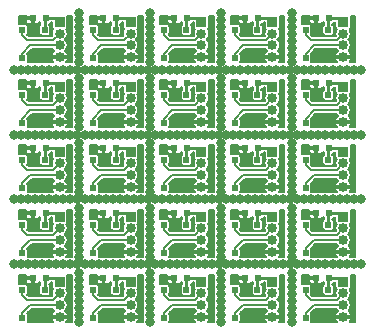
<source format=gbr>
G04 #@! TF.GenerationSoftware,KiCad,Pcbnew,5.0.2-bee76a0~70~ubuntu18.04.1*
G04 #@! TF.CreationDate,2019-03-02T12:35:57+01:00*
G04 #@! TF.ProjectId,3D_magnetic_board_5x5_panel,33445f6d-6167-46e6-9574-69635f626f61,rev?*
G04 #@! TF.SameCoordinates,Original*
G04 #@! TF.FileFunction,Copper,L1,Top*
G04 #@! TF.FilePolarity,Positive*
%FSLAX46Y46*%
G04 Gerber Fmt 4.6, Leading zero omitted, Abs format (unit mm)*
G04 Created by KiCad (PCBNEW 5.0.2-bee76a0~70~ubuntu18.04.1) date Sa 02 Mär 2019 12:35:57 CET*
%MOMM*%
%LPD*%
G01*
G04 APERTURE LIST*
G04 #@! TA.AperFunction,SMDPad,CuDef*
%ADD10R,0.600000X0.500000*%
G04 #@! TD*
G04 #@! TA.AperFunction,SMDPad,CuDef*
%ADD11R,0.500000X0.500000*%
G04 #@! TD*
G04 #@! TA.AperFunction,ComponentPad*
%ADD12O,0.850000X0.850000*%
G04 #@! TD*
G04 #@! TA.AperFunction,ComponentPad*
%ADD13R,0.850000X0.850000*%
G04 #@! TD*
G04 #@! TA.AperFunction,ViaPad*
%ADD14C,0.800000*%
G04 #@! TD*
G04 #@! TA.AperFunction,ViaPad*
%ADD15C,0.600000*%
G04 #@! TD*
G04 #@! TA.AperFunction,Conductor*
%ADD16C,0.254000*%
G04 #@! TD*
G04 #@! TA.AperFunction,Conductor*
%ADD17C,0.152400*%
G04 #@! TD*
G04 APERTURE END LIST*
D10*
G04 #@! TO.P,C1,2*
G04 #@! TO.N,+3V3*
X135250000Y-114250000D03*
G04 #@! TO.P,C1,1*
G04 #@! TO.N,GND*
X134150000Y-114250000D03*
G04 #@! TD*
G04 #@! TO.P,C1,2*
G04 #@! TO.N,+3V3*
X129250000Y-114250000D03*
G04 #@! TO.P,C1,1*
G04 #@! TO.N,GND*
X128150000Y-114250000D03*
G04 #@! TD*
G04 #@! TO.P,C1,2*
G04 #@! TO.N,+3V3*
X123250000Y-114250000D03*
G04 #@! TO.P,C1,1*
G04 #@! TO.N,GND*
X122150000Y-114250000D03*
G04 #@! TD*
G04 #@! TO.P,C1,2*
G04 #@! TO.N,+3V3*
X117250000Y-114250000D03*
G04 #@! TO.P,C1,1*
G04 #@! TO.N,GND*
X116150000Y-114250000D03*
G04 #@! TD*
G04 #@! TO.P,C1,2*
G04 #@! TO.N,+3V3*
X111250000Y-114250000D03*
G04 #@! TO.P,C1,1*
G04 #@! TO.N,GND*
X110150000Y-114250000D03*
G04 #@! TD*
G04 #@! TO.P,C1,2*
G04 #@! TO.N,+3V3*
X135250000Y-108750000D03*
G04 #@! TO.P,C1,1*
G04 #@! TO.N,GND*
X134150000Y-108750000D03*
G04 #@! TD*
G04 #@! TO.P,C1,2*
G04 #@! TO.N,+3V3*
X129250000Y-108750000D03*
G04 #@! TO.P,C1,1*
G04 #@! TO.N,GND*
X128150000Y-108750000D03*
G04 #@! TD*
G04 #@! TO.P,C1,2*
G04 #@! TO.N,+3V3*
X123250000Y-108750000D03*
G04 #@! TO.P,C1,1*
G04 #@! TO.N,GND*
X122150000Y-108750000D03*
G04 #@! TD*
G04 #@! TO.P,C1,2*
G04 #@! TO.N,+3V3*
X117250000Y-108750000D03*
G04 #@! TO.P,C1,1*
G04 #@! TO.N,GND*
X116150000Y-108750000D03*
G04 #@! TD*
G04 #@! TO.P,C1,2*
G04 #@! TO.N,+3V3*
X111250000Y-108750000D03*
G04 #@! TO.P,C1,1*
G04 #@! TO.N,GND*
X110150000Y-108750000D03*
G04 #@! TD*
G04 #@! TO.P,C1,2*
G04 #@! TO.N,+3V3*
X135250000Y-103250000D03*
G04 #@! TO.P,C1,1*
G04 #@! TO.N,GND*
X134150000Y-103250000D03*
G04 #@! TD*
G04 #@! TO.P,C1,2*
G04 #@! TO.N,+3V3*
X129250000Y-103250000D03*
G04 #@! TO.P,C1,1*
G04 #@! TO.N,GND*
X128150000Y-103250000D03*
G04 #@! TD*
G04 #@! TO.P,C1,2*
G04 #@! TO.N,+3V3*
X123250000Y-103250000D03*
G04 #@! TO.P,C1,1*
G04 #@! TO.N,GND*
X122150000Y-103250000D03*
G04 #@! TD*
G04 #@! TO.P,C1,2*
G04 #@! TO.N,+3V3*
X117250000Y-103250000D03*
G04 #@! TO.P,C1,1*
G04 #@! TO.N,GND*
X116150000Y-103250000D03*
G04 #@! TD*
G04 #@! TO.P,C1,2*
G04 #@! TO.N,+3V3*
X111250000Y-103250000D03*
G04 #@! TO.P,C1,1*
G04 #@! TO.N,GND*
X110150000Y-103250000D03*
G04 #@! TD*
G04 #@! TO.P,C1,2*
G04 #@! TO.N,+3V3*
X135250000Y-97750000D03*
G04 #@! TO.P,C1,1*
G04 #@! TO.N,GND*
X134150000Y-97750000D03*
G04 #@! TD*
G04 #@! TO.P,C1,2*
G04 #@! TO.N,+3V3*
X129250000Y-97750000D03*
G04 #@! TO.P,C1,1*
G04 #@! TO.N,GND*
X128150000Y-97750000D03*
G04 #@! TD*
G04 #@! TO.P,C1,2*
G04 #@! TO.N,+3V3*
X123250000Y-97750000D03*
G04 #@! TO.P,C1,1*
G04 #@! TO.N,GND*
X122150000Y-97750000D03*
G04 #@! TD*
G04 #@! TO.P,C1,2*
G04 #@! TO.N,+3V3*
X117250000Y-97750000D03*
G04 #@! TO.P,C1,1*
G04 #@! TO.N,GND*
X116150000Y-97750000D03*
G04 #@! TD*
G04 #@! TO.P,C1,2*
G04 #@! TO.N,+3V3*
X111250000Y-97750000D03*
G04 #@! TO.P,C1,1*
G04 #@! TO.N,GND*
X110150000Y-97750000D03*
G04 #@! TD*
G04 #@! TO.P,C1,2*
G04 #@! TO.N,+3V3*
X135250000Y-92250000D03*
G04 #@! TO.P,C1,1*
G04 #@! TO.N,GND*
X134150000Y-92250000D03*
G04 #@! TD*
G04 #@! TO.P,C1,2*
G04 #@! TO.N,+3V3*
X129250000Y-92250000D03*
G04 #@! TO.P,C1,1*
G04 #@! TO.N,GND*
X128150000Y-92250000D03*
G04 #@! TD*
G04 #@! TO.P,C1,2*
G04 #@! TO.N,+3V3*
X123250000Y-92250000D03*
G04 #@! TO.P,C1,1*
G04 #@! TO.N,GND*
X122150000Y-92250000D03*
G04 #@! TD*
G04 #@! TO.P,C1,2*
G04 #@! TO.N,+3V3*
X117250000Y-92250000D03*
G04 #@! TO.P,C1,1*
G04 #@! TO.N,GND*
X116150000Y-92250000D03*
G04 #@! TD*
D11*
G04 #@! TO.P,U1,6*
G04 #@! TO.N,Net-(J1-Pad2)*
X133275000Y-115250000D03*
G04 #@! TO.P,U1,5*
G04 #@! TO.N,GND*
X134225000Y-115250000D03*
G04 #@! TO.P,U1,4*
G04 #@! TO.N,+3V3*
X135175000Y-115250000D03*
G04 #@! TO.P,U1,3*
G04 #@! TO.N,GND*
X135175000Y-117650000D03*
G04 #@! TO.P,U1,2*
X134225000Y-117650000D03*
G04 #@! TO.P,U1,1*
G04 #@! TO.N,Net-(J1-Pad3)*
X133275000Y-117650000D03*
G04 #@! TD*
G04 #@! TO.P,U1,6*
G04 #@! TO.N,Net-(J1-Pad2)*
X127275000Y-115250000D03*
G04 #@! TO.P,U1,5*
G04 #@! TO.N,GND*
X128225000Y-115250000D03*
G04 #@! TO.P,U1,4*
G04 #@! TO.N,+3V3*
X129175000Y-115250000D03*
G04 #@! TO.P,U1,3*
G04 #@! TO.N,GND*
X129175000Y-117650000D03*
G04 #@! TO.P,U1,2*
X128225000Y-117650000D03*
G04 #@! TO.P,U1,1*
G04 #@! TO.N,Net-(J1-Pad3)*
X127275000Y-117650000D03*
G04 #@! TD*
G04 #@! TO.P,U1,6*
G04 #@! TO.N,Net-(J1-Pad2)*
X121275000Y-115250000D03*
G04 #@! TO.P,U1,5*
G04 #@! TO.N,GND*
X122225000Y-115250000D03*
G04 #@! TO.P,U1,4*
G04 #@! TO.N,+3V3*
X123175000Y-115250000D03*
G04 #@! TO.P,U1,3*
G04 #@! TO.N,GND*
X123175000Y-117650000D03*
G04 #@! TO.P,U1,2*
X122225000Y-117650000D03*
G04 #@! TO.P,U1,1*
G04 #@! TO.N,Net-(J1-Pad3)*
X121275000Y-117650000D03*
G04 #@! TD*
G04 #@! TO.P,U1,6*
G04 #@! TO.N,Net-(J1-Pad2)*
X115275000Y-115250000D03*
G04 #@! TO.P,U1,5*
G04 #@! TO.N,GND*
X116225000Y-115250000D03*
G04 #@! TO.P,U1,4*
G04 #@! TO.N,+3V3*
X117175000Y-115250000D03*
G04 #@! TO.P,U1,3*
G04 #@! TO.N,GND*
X117175000Y-117650000D03*
G04 #@! TO.P,U1,2*
X116225000Y-117650000D03*
G04 #@! TO.P,U1,1*
G04 #@! TO.N,Net-(J1-Pad3)*
X115275000Y-117650000D03*
G04 #@! TD*
G04 #@! TO.P,U1,6*
G04 #@! TO.N,Net-(J1-Pad2)*
X109275000Y-115250000D03*
G04 #@! TO.P,U1,5*
G04 #@! TO.N,GND*
X110225000Y-115250000D03*
G04 #@! TO.P,U1,4*
G04 #@! TO.N,+3V3*
X111175000Y-115250000D03*
G04 #@! TO.P,U1,3*
G04 #@! TO.N,GND*
X111175000Y-117650000D03*
G04 #@! TO.P,U1,2*
X110225000Y-117650000D03*
G04 #@! TO.P,U1,1*
G04 #@! TO.N,Net-(J1-Pad3)*
X109275000Y-117650000D03*
G04 #@! TD*
G04 #@! TO.P,U1,6*
G04 #@! TO.N,Net-(J1-Pad2)*
X133275000Y-109750000D03*
G04 #@! TO.P,U1,5*
G04 #@! TO.N,GND*
X134225000Y-109750000D03*
G04 #@! TO.P,U1,4*
G04 #@! TO.N,+3V3*
X135175000Y-109750000D03*
G04 #@! TO.P,U1,3*
G04 #@! TO.N,GND*
X135175000Y-112150000D03*
G04 #@! TO.P,U1,2*
X134225000Y-112150000D03*
G04 #@! TO.P,U1,1*
G04 #@! TO.N,Net-(J1-Pad3)*
X133275000Y-112150000D03*
G04 #@! TD*
G04 #@! TO.P,U1,6*
G04 #@! TO.N,Net-(J1-Pad2)*
X127275000Y-109750000D03*
G04 #@! TO.P,U1,5*
G04 #@! TO.N,GND*
X128225000Y-109750000D03*
G04 #@! TO.P,U1,4*
G04 #@! TO.N,+3V3*
X129175000Y-109750000D03*
G04 #@! TO.P,U1,3*
G04 #@! TO.N,GND*
X129175000Y-112150000D03*
G04 #@! TO.P,U1,2*
X128225000Y-112150000D03*
G04 #@! TO.P,U1,1*
G04 #@! TO.N,Net-(J1-Pad3)*
X127275000Y-112150000D03*
G04 #@! TD*
G04 #@! TO.P,U1,6*
G04 #@! TO.N,Net-(J1-Pad2)*
X121275000Y-109750000D03*
G04 #@! TO.P,U1,5*
G04 #@! TO.N,GND*
X122225000Y-109750000D03*
G04 #@! TO.P,U1,4*
G04 #@! TO.N,+3V3*
X123175000Y-109750000D03*
G04 #@! TO.P,U1,3*
G04 #@! TO.N,GND*
X123175000Y-112150000D03*
G04 #@! TO.P,U1,2*
X122225000Y-112150000D03*
G04 #@! TO.P,U1,1*
G04 #@! TO.N,Net-(J1-Pad3)*
X121275000Y-112150000D03*
G04 #@! TD*
G04 #@! TO.P,U1,6*
G04 #@! TO.N,Net-(J1-Pad2)*
X115275000Y-109750000D03*
G04 #@! TO.P,U1,5*
G04 #@! TO.N,GND*
X116225000Y-109750000D03*
G04 #@! TO.P,U1,4*
G04 #@! TO.N,+3V3*
X117175000Y-109750000D03*
G04 #@! TO.P,U1,3*
G04 #@! TO.N,GND*
X117175000Y-112150000D03*
G04 #@! TO.P,U1,2*
X116225000Y-112150000D03*
G04 #@! TO.P,U1,1*
G04 #@! TO.N,Net-(J1-Pad3)*
X115275000Y-112150000D03*
G04 #@! TD*
G04 #@! TO.P,U1,6*
G04 #@! TO.N,Net-(J1-Pad2)*
X109275000Y-109750000D03*
G04 #@! TO.P,U1,5*
G04 #@! TO.N,GND*
X110225000Y-109750000D03*
G04 #@! TO.P,U1,4*
G04 #@! TO.N,+3V3*
X111175000Y-109750000D03*
G04 #@! TO.P,U1,3*
G04 #@! TO.N,GND*
X111175000Y-112150000D03*
G04 #@! TO.P,U1,2*
X110225000Y-112150000D03*
G04 #@! TO.P,U1,1*
G04 #@! TO.N,Net-(J1-Pad3)*
X109275000Y-112150000D03*
G04 #@! TD*
G04 #@! TO.P,U1,6*
G04 #@! TO.N,Net-(J1-Pad2)*
X133275000Y-104250000D03*
G04 #@! TO.P,U1,5*
G04 #@! TO.N,GND*
X134225000Y-104250000D03*
G04 #@! TO.P,U1,4*
G04 #@! TO.N,+3V3*
X135175000Y-104250000D03*
G04 #@! TO.P,U1,3*
G04 #@! TO.N,GND*
X135175000Y-106650000D03*
G04 #@! TO.P,U1,2*
X134225000Y-106650000D03*
G04 #@! TO.P,U1,1*
G04 #@! TO.N,Net-(J1-Pad3)*
X133275000Y-106650000D03*
G04 #@! TD*
G04 #@! TO.P,U1,6*
G04 #@! TO.N,Net-(J1-Pad2)*
X127275000Y-104250000D03*
G04 #@! TO.P,U1,5*
G04 #@! TO.N,GND*
X128225000Y-104250000D03*
G04 #@! TO.P,U1,4*
G04 #@! TO.N,+3V3*
X129175000Y-104250000D03*
G04 #@! TO.P,U1,3*
G04 #@! TO.N,GND*
X129175000Y-106650000D03*
G04 #@! TO.P,U1,2*
X128225000Y-106650000D03*
G04 #@! TO.P,U1,1*
G04 #@! TO.N,Net-(J1-Pad3)*
X127275000Y-106650000D03*
G04 #@! TD*
G04 #@! TO.P,U1,6*
G04 #@! TO.N,Net-(J1-Pad2)*
X121275000Y-104250000D03*
G04 #@! TO.P,U1,5*
G04 #@! TO.N,GND*
X122225000Y-104250000D03*
G04 #@! TO.P,U1,4*
G04 #@! TO.N,+3V3*
X123175000Y-104250000D03*
G04 #@! TO.P,U1,3*
G04 #@! TO.N,GND*
X123175000Y-106650000D03*
G04 #@! TO.P,U1,2*
X122225000Y-106650000D03*
G04 #@! TO.P,U1,1*
G04 #@! TO.N,Net-(J1-Pad3)*
X121275000Y-106650000D03*
G04 #@! TD*
G04 #@! TO.P,U1,6*
G04 #@! TO.N,Net-(J1-Pad2)*
X115275000Y-104250000D03*
G04 #@! TO.P,U1,5*
G04 #@! TO.N,GND*
X116225000Y-104250000D03*
G04 #@! TO.P,U1,4*
G04 #@! TO.N,+3V3*
X117175000Y-104250000D03*
G04 #@! TO.P,U1,3*
G04 #@! TO.N,GND*
X117175000Y-106650000D03*
G04 #@! TO.P,U1,2*
X116225000Y-106650000D03*
G04 #@! TO.P,U1,1*
G04 #@! TO.N,Net-(J1-Pad3)*
X115275000Y-106650000D03*
G04 #@! TD*
G04 #@! TO.P,U1,6*
G04 #@! TO.N,Net-(J1-Pad2)*
X109275000Y-104250000D03*
G04 #@! TO.P,U1,5*
G04 #@! TO.N,GND*
X110225000Y-104250000D03*
G04 #@! TO.P,U1,4*
G04 #@! TO.N,+3V3*
X111175000Y-104250000D03*
G04 #@! TO.P,U1,3*
G04 #@! TO.N,GND*
X111175000Y-106650000D03*
G04 #@! TO.P,U1,2*
X110225000Y-106650000D03*
G04 #@! TO.P,U1,1*
G04 #@! TO.N,Net-(J1-Pad3)*
X109275000Y-106650000D03*
G04 #@! TD*
G04 #@! TO.P,U1,6*
G04 #@! TO.N,Net-(J1-Pad2)*
X133275000Y-98750000D03*
G04 #@! TO.P,U1,5*
G04 #@! TO.N,GND*
X134225000Y-98750000D03*
G04 #@! TO.P,U1,4*
G04 #@! TO.N,+3V3*
X135175000Y-98750000D03*
G04 #@! TO.P,U1,3*
G04 #@! TO.N,GND*
X135175000Y-101150000D03*
G04 #@! TO.P,U1,2*
X134225000Y-101150000D03*
G04 #@! TO.P,U1,1*
G04 #@! TO.N,Net-(J1-Pad3)*
X133275000Y-101150000D03*
G04 #@! TD*
G04 #@! TO.P,U1,6*
G04 #@! TO.N,Net-(J1-Pad2)*
X127275000Y-98750000D03*
G04 #@! TO.P,U1,5*
G04 #@! TO.N,GND*
X128225000Y-98750000D03*
G04 #@! TO.P,U1,4*
G04 #@! TO.N,+3V3*
X129175000Y-98750000D03*
G04 #@! TO.P,U1,3*
G04 #@! TO.N,GND*
X129175000Y-101150000D03*
G04 #@! TO.P,U1,2*
X128225000Y-101150000D03*
G04 #@! TO.P,U1,1*
G04 #@! TO.N,Net-(J1-Pad3)*
X127275000Y-101150000D03*
G04 #@! TD*
G04 #@! TO.P,U1,6*
G04 #@! TO.N,Net-(J1-Pad2)*
X121275000Y-98750000D03*
G04 #@! TO.P,U1,5*
G04 #@! TO.N,GND*
X122225000Y-98750000D03*
G04 #@! TO.P,U1,4*
G04 #@! TO.N,+3V3*
X123175000Y-98750000D03*
G04 #@! TO.P,U1,3*
G04 #@! TO.N,GND*
X123175000Y-101150000D03*
G04 #@! TO.P,U1,2*
X122225000Y-101150000D03*
G04 #@! TO.P,U1,1*
G04 #@! TO.N,Net-(J1-Pad3)*
X121275000Y-101150000D03*
G04 #@! TD*
G04 #@! TO.P,U1,6*
G04 #@! TO.N,Net-(J1-Pad2)*
X115275000Y-98750000D03*
G04 #@! TO.P,U1,5*
G04 #@! TO.N,GND*
X116225000Y-98750000D03*
G04 #@! TO.P,U1,4*
G04 #@! TO.N,+3V3*
X117175000Y-98750000D03*
G04 #@! TO.P,U1,3*
G04 #@! TO.N,GND*
X117175000Y-101150000D03*
G04 #@! TO.P,U1,2*
X116225000Y-101150000D03*
G04 #@! TO.P,U1,1*
G04 #@! TO.N,Net-(J1-Pad3)*
X115275000Y-101150000D03*
G04 #@! TD*
G04 #@! TO.P,U1,6*
G04 #@! TO.N,Net-(J1-Pad2)*
X109275000Y-98750000D03*
G04 #@! TO.P,U1,5*
G04 #@! TO.N,GND*
X110225000Y-98750000D03*
G04 #@! TO.P,U1,4*
G04 #@! TO.N,+3V3*
X111175000Y-98750000D03*
G04 #@! TO.P,U1,3*
G04 #@! TO.N,GND*
X111175000Y-101150000D03*
G04 #@! TO.P,U1,2*
X110225000Y-101150000D03*
G04 #@! TO.P,U1,1*
G04 #@! TO.N,Net-(J1-Pad3)*
X109275000Y-101150000D03*
G04 #@! TD*
G04 #@! TO.P,U1,6*
G04 #@! TO.N,Net-(J1-Pad2)*
X133275000Y-93250000D03*
G04 #@! TO.P,U1,5*
G04 #@! TO.N,GND*
X134225000Y-93250000D03*
G04 #@! TO.P,U1,4*
G04 #@! TO.N,+3V3*
X135175000Y-93250000D03*
G04 #@! TO.P,U1,3*
G04 #@! TO.N,GND*
X135175000Y-95650000D03*
G04 #@! TO.P,U1,2*
X134225000Y-95650000D03*
G04 #@! TO.P,U1,1*
G04 #@! TO.N,Net-(J1-Pad3)*
X133275000Y-95650000D03*
G04 #@! TD*
G04 #@! TO.P,U1,6*
G04 #@! TO.N,Net-(J1-Pad2)*
X127275000Y-93250000D03*
G04 #@! TO.P,U1,5*
G04 #@! TO.N,GND*
X128225000Y-93250000D03*
G04 #@! TO.P,U1,4*
G04 #@! TO.N,+3V3*
X129175000Y-93250000D03*
G04 #@! TO.P,U1,3*
G04 #@! TO.N,GND*
X129175000Y-95650000D03*
G04 #@! TO.P,U1,2*
X128225000Y-95650000D03*
G04 #@! TO.P,U1,1*
G04 #@! TO.N,Net-(J1-Pad3)*
X127275000Y-95650000D03*
G04 #@! TD*
G04 #@! TO.P,U1,6*
G04 #@! TO.N,Net-(J1-Pad2)*
X121275000Y-93250000D03*
G04 #@! TO.P,U1,5*
G04 #@! TO.N,GND*
X122225000Y-93250000D03*
G04 #@! TO.P,U1,4*
G04 #@! TO.N,+3V3*
X123175000Y-93250000D03*
G04 #@! TO.P,U1,3*
G04 #@! TO.N,GND*
X123175000Y-95650000D03*
G04 #@! TO.P,U1,2*
X122225000Y-95650000D03*
G04 #@! TO.P,U1,1*
G04 #@! TO.N,Net-(J1-Pad3)*
X121275000Y-95650000D03*
G04 #@! TD*
G04 #@! TO.P,U1,6*
G04 #@! TO.N,Net-(J1-Pad2)*
X115275000Y-93250000D03*
G04 #@! TO.P,U1,5*
G04 #@! TO.N,GND*
X116225000Y-93250000D03*
G04 #@! TO.P,U1,4*
G04 #@! TO.N,+3V3*
X117175000Y-93250000D03*
G04 #@! TO.P,U1,3*
G04 #@! TO.N,GND*
X117175000Y-95650000D03*
G04 #@! TO.P,U1,2*
X116225000Y-95650000D03*
G04 #@! TO.P,U1,1*
G04 #@! TO.N,Net-(J1-Pad3)*
X115275000Y-95650000D03*
G04 #@! TD*
D12*
G04 #@! TO.P,J1,4*
G04 #@! TO.N,GND*
X136450000Y-117550000D03*
G04 #@! TO.P,J1,3*
G04 #@! TO.N,Net-(J1-Pad3)*
X136450000Y-116550000D03*
G04 #@! TO.P,J1,2*
G04 #@! TO.N,Net-(J1-Pad2)*
X136450000Y-115550000D03*
D13*
G04 #@! TO.P,J1,1*
G04 #@! TO.N,+3V3*
X136450000Y-114550000D03*
G04 #@! TD*
D12*
G04 #@! TO.P,J1,4*
G04 #@! TO.N,GND*
X130450000Y-117550000D03*
G04 #@! TO.P,J1,3*
G04 #@! TO.N,Net-(J1-Pad3)*
X130450000Y-116550000D03*
G04 #@! TO.P,J1,2*
G04 #@! TO.N,Net-(J1-Pad2)*
X130450000Y-115550000D03*
D13*
G04 #@! TO.P,J1,1*
G04 #@! TO.N,+3V3*
X130450000Y-114550000D03*
G04 #@! TD*
D12*
G04 #@! TO.P,J1,4*
G04 #@! TO.N,GND*
X124450000Y-117550000D03*
G04 #@! TO.P,J1,3*
G04 #@! TO.N,Net-(J1-Pad3)*
X124450000Y-116550000D03*
G04 #@! TO.P,J1,2*
G04 #@! TO.N,Net-(J1-Pad2)*
X124450000Y-115550000D03*
D13*
G04 #@! TO.P,J1,1*
G04 #@! TO.N,+3V3*
X124450000Y-114550000D03*
G04 #@! TD*
D12*
G04 #@! TO.P,J1,4*
G04 #@! TO.N,GND*
X118450000Y-117550000D03*
G04 #@! TO.P,J1,3*
G04 #@! TO.N,Net-(J1-Pad3)*
X118450000Y-116550000D03*
G04 #@! TO.P,J1,2*
G04 #@! TO.N,Net-(J1-Pad2)*
X118450000Y-115550000D03*
D13*
G04 #@! TO.P,J1,1*
G04 #@! TO.N,+3V3*
X118450000Y-114550000D03*
G04 #@! TD*
D12*
G04 #@! TO.P,J1,4*
G04 #@! TO.N,GND*
X112450000Y-117550000D03*
G04 #@! TO.P,J1,3*
G04 #@! TO.N,Net-(J1-Pad3)*
X112450000Y-116550000D03*
G04 #@! TO.P,J1,2*
G04 #@! TO.N,Net-(J1-Pad2)*
X112450000Y-115550000D03*
D13*
G04 #@! TO.P,J1,1*
G04 #@! TO.N,+3V3*
X112450000Y-114550000D03*
G04 #@! TD*
D12*
G04 #@! TO.P,J1,4*
G04 #@! TO.N,GND*
X136450000Y-112050000D03*
G04 #@! TO.P,J1,3*
G04 #@! TO.N,Net-(J1-Pad3)*
X136450000Y-111050000D03*
G04 #@! TO.P,J1,2*
G04 #@! TO.N,Net-(J1-Pad2)*
X136450000Y-110050000D03*
D13*
G04 #@! TO.P,J1,1*
G04 #@! TO.N,+3V3*
X136450000Y-109050000D03*
G04 #@! TD*
D12*
G04 #@! TO.P,J1,4*
G04 #@! TO.N,GND*
X130450000Y-112050000D03*
G04 #@! TO.P,J1,3*
G04 #@! TO.N,Net-(J1-Pad3)*
X130450000Y-111050000D03*
G04 #@! TO.P,J1,2*
G04 #@! TO.N,Net-(J1-Pad2)*
X130450000Y-110050000D03*
D13*
G04 #@! TO.P,J1,1*
G04 #@! TO.N,+3V3*
X130450000Y-109050000D03*
G04 #@! TD*
D12*
G04 #@! TO.P,J1,4*
G04 #@! TO.N,GND*
X124450000Y-112050000D03*
G04 #@! TO.P,J1,3*
G04 #@! TO.N,Net-(J1-Pad3)*
X124450000Y-111050000D03*
G04 #@! TO.P,J1,2*
G04 #@! TO.N,Net-(J1-Pad2)*
X124450000Y-110050000D03*
D13*
G04 #@! TO.P,J1,1*
G04 #@! TO.N,+3V3*
X124450000Y-109050000D03*
G04 #@! TD*
D12*
G04 #@! TO.P,J1,4*
G04 #@! TO.N,GND*
X118450000Y-112050000D03*
G04 #@! TO.P,J1,3*
G04 #@! TO.N,Net-(J1-Pad3)*
X118450000Y-111050000D03*
G04 #@! TO.P,J1,2*
G04 #@! TO.N,Net-(J1-Pad2)*
X118450000Y-110050000D03*
D13*
G04 #@! TO.P,J1,1*
G04 #@! TO.N,+3V3*
X118450000Y-109050000D03*
G04 #@! TD*
D12*
G04 #@! TO.P,J1,4*
G04 #@! TO.N,GND*
X112450000Y-112050000D03*
G04 #@! TO.P,J1,3*
G04 #@! TO.N,Net-(J1-Pad3)*
X112450000Y-111050000D03*
G04 #@! TO.P,J1,2*
G04 #@! TO.N,Net-(J1-Pad2)*
X112450000Y-110050000D03*
D13*
G04 #@! TO.P,J1,1*
G04 #@! TO.N,+3V3*
X112450000Y-109050000D03*
G04 #@! TD*
D12*
G04 #@! TO.P,J1,4*
G04 #@! TO.N,GND*
X136450000Y-106550000D03*
G04 #@! TO.P,J1,3*
G04 #@! TO.N,Net-(J1-Pad3)*
X136450000Y-105550000D03*
G04 #@! TO.P,J1,2*
G04 #@! TO.N,Net-(J1-Pad2)*
X136450000Y-104550000D03*
D13*
G04 #@! TO.P,J1,1*
G04 #@! TO.N,+3V3*
X136450000Y-103550000D03*
G04 #@! TD*
D12*
G04 #@! TO.P,J1,4*
G04 #@! TO.N,GND*
X130450000Y-106550000D03*
G04 #@! TO.P,J1,3*
G04 #@! TO.N,Net-(J1-Pad3)*
X130450000Y-105550000D03*
G04 #@! TO.P,J1,2*
G04 #@! TO.N,Net-(J1-Pad2)*
X130450000Y-104550000D03*
D13*
G04 #@! TO.P,J1,1*
G04 #@! TO.N,+3V3*
X130450000Y-103550000D03*
G04 #@! TD*
D12*
G04 #@! TO.P,J1,4*
G04 #@! TO.N,GND*
X124450000Y-106550000D03*
G04 #@! TO.P,J1,3*
G04 #@! TO.N,Net-(J1-Pad3)*
X124450000Y-105550000D03*
G04 #@! TO.P,J1,2*
G04 #@! TO.N,Net-(J1-Pad2)*
X124450000Y-104550000D03*
D13*
G04 #@! TO.P,J1,1*
G04 #@! TO.N,+3V3*
X124450000Y-103550000D03*
G04 #@! TD*
D12*
G04 #@! TO.P,J1,4*
G04 #@! TO.N,GND*
X118450000Y-106550000D03*
G04 #@! TO.P,J1,3*
G04 #@! TO.N,Net-(J1-Pad3)*
X118450000Y-105550000D03*
G04 #@! TO.P,J1,2*
G04 #@! TO.N,Net-(J1-Pad2)*
X118450000Y-104550000D03*
D13*
G04 #@! TO.P,J1,1*
G04 #@! TO.N,+3V3*
X118450000Y-103550000D03*
G04 #@! TD*
D12*
G04 #@! TO.P,J1,4*
G04 #@! TO.N,GND*
X112450000Y-106550000D03*
G04 #@! TO.P,J1,3*
G04 #@! TO.N,Net-(J1-Pad3)*
X112450000Y-105550000D03*
G04 #@! TO.P,J1,2*
G04 #@! TO.N,Net-(J1-Pad2)*
X112450000Y-104550000D03*
D13*
G04 #@! TO.P,J1,1*
G04 #@! TO.N,+3V3*
X112450000Y-103550000D03*
G04 #@! TD*
D12*
G04 #@! TO.P,J1,4*
G04 #@! TO.N,GND*
X136450000Y-101050000D03*
G04 #@! TO.P,J1,3*
G04 #@! TO.N,Net-(J1-Pad3)*
X136450000Y-100050000D03*
G04 #@! TO.P,J1,2*
G04 #@! TO.N,Net-(J1-Pad2)*
X136450000Y-99050000D03*
D13*
G04 #@! TO.P,J1,1*
G04 #@! TO.N,+3V3*
X136450000Y-98050000D03*
G04 #@! TD*
D12*
G04 #@! TO.P,J1,4*
G04 #@! TO.N,GND*
X130450000Y-101050000D03*
G04 #@! TO.P,J1,3*
G04 #@! TO.N,Net-(J1-Pad3)*
X130450000Y-100050000D03*
G04 #@! TO.P,J1,2*
G04 #@! TO.N,Net-(J1-Pad2)*
X130450000Y-99050000D03*
D13*
G04 #@! TO.P,J1,1*
G04 #@! TO.N,+3V3*
X130450000Y-98050000D03*
G04 #@! TD*
D12*
G04 #@! TO.P,J1,4*
G04 #@! TO.N,GND*
X124450000Y-101050000D03*
G04 #@! TO.P,J1,3*
G04 #@! TO.N,Net-(J1-Pad3)*
X124450000Y-100050000D03*
G04 #@! TO.P,J1,2*
G04 #@! TO.N,Net-(J1-Pad2)*
X124450000Y-99050000D03*
D13*
G04 #@! TO.P,J1,1*
G04 #@! TO.N,+3V3*
X124450000Y-98050000D03*
G04 #@! TD*
D12*
G04 #@! TO.P,J1,4*
G04 #@! TO.N,GND*
X118450000Y-101050000D03*
G04 #@! TO.P,J1,3*
G04 #@! TO.N,Net-(J1-Pad3)*
X118450000Y-100050000D03*
G04 #@! TO.P,J1,2*
G04 #@! TO.N,Net-(J1-Pad2)*
X118450000Y-99050000D03*
D13*
G04 #@! TO.P,J1,1*
G04 #@! TO.N,+3V3*
X118450000Y-98050000D03*
G04 #@! TD*
D12*
G04 #@! TO.P,J1,4*
G04 #@! TO.N,GND*
X112450000Y-101050000D03*
G04 #@! TO.P,J1,3*
G04 #@! TO.N,Net-(J1-Pad3)*
X112450000Y-100050000D03*
G04 #@! TO.P,J1,2*
G04 #@! TO.N,Net-(J1-Pad2)*
X112450000Y-99050000D03*
D13*
G04 #@! TO.P,J1,1*
G04 #@! TO.N,+3V3*
X112450000Y-98050000D03*
G04 #@! TD*
D12*
G04 #@! TO.P,J1,4*
G04 #@! TO.N,GND*
X136450000Y-95550000D03*
G04 #@! TO.P,J1,3*
G04 #@! TO.N,Net-(J1-Pad3)*
X136450000Y-94550000D03*
G04 #@! TO.P,J1,2*
G04 #@! TO.N,Net-(J1-Pad2)*
X136450000Y-93550000D03*
D13*
G04 #@! TO.P,J1,1*
G04 #@! TO.N,+3V3*
X136450000Y-92550000D03*
G04 #@! TD*
D12*
G04 #@! TO.P,J1,4*
G04 #@! TO.N,GND*
X130450000Y-95550000D03*
G04 #@! TO.P,J1,3*
G04 #@! TO.N,Net-(J1-Pad3)*
X130450000Y-94550000D03*
G04 #@! TO.P,J1,2*
G04 #@! TO.N,Net-(J1-Pad2)*
X130450000Y-93550000D03*
D13*
G04 #@! TO.P,J1,1*
G04 #@! TO.N,+3V3*
X130450000Y-92550000D03*
G04 #@! TD*
D12*
G04 #@! TO.P,J1,4*
G04 #@! TO.N,GND*
X124450000Y-95550000D03*
G04 #@! TO.P,J1,3*
G04 #@! TO.N,Net-(J1-Pad3)*
X124450000Y-94550000D03*
G04 #@! TO.P,J1,2*
G04 #@! TO.N,Net-(J1-Pad2)*
X124450000Y-93550000D03*
D13*
G04 #@! TO.P,J1,1*
G04 #@! TO.N,+3V3*
X124450000Y-92550000D03*
G04 #@! TD*
D12*
G04 #@! TO.P,J1,4*
G04 #@! TO.N,GND*
X118450000Y-95550000D03*
G04 #@! TO.P,J1,3*
G04 #@! TO.N,Net-(J1-Pad3)*
X118450000Y-94550000D03*
G04 #@! TO.P,J1,2*
G04 #@! TO.N,Net-(J1-Pad2)*
X118450000Y-93550000D03*
D13*
G04 #@! TO.P,J1,1*
G04 #@! TO.N,+3V3*
X118450000Y-92550000D03*
G04 #@! TD*
D10*
G04 #@! TO.P,C1,1*
G04 #@! TO.N,GND*
X110150000Y-92250000D03*
G04 #@! TO.P,C1,2*
G04 #@! TO.N,+3V3*
X111250000Y-92250000D03*
G04 #@! TD*
D11*
G04 #@! TO.P,U1,1*
G04 #@! TO.N,Net-(J1-Pad3)*
X109275000Y-95650000D03*
G04 #@! TO.P,U1,2*
G04 #@! TO.N,GND*
X110225000Y-95650000D03*
G04 #@! TO.P,U1,3*
X111175000Y-95650000D03*
G04 #@! TO.P,U1,4*
G04 #@! TO.N,+3V3*
X111175000Y-93250000D03*
G04 #@! TO.P,U1,5*
G04 #@! TO.N,GND*
X110225000Y-93250000D03*
G04 #@! TO.P,U1,6*
G04 #@! TO.N,Net-(J1-Pad2)*
X109275000Y-93250000D03*
G04 #@! TD*
D13*
G04 #@! TO.P,J1,1*
G04 #@! TO.N,+3V3*
X112450000Y-92550000D03*
D12*
G04 #@! TO.P,J1,2*
G04 #@! TO.N,Net-(J1-Pad2)*
X112450000Y-93550000D03*
G04 #@! TO.P,J1,3*
G04 #@! TO.N,Net-(J1-Pad3)*
X112450000Y-94550000D03*
G04 #@! TO.P,J1,4*
G04 #@! TO.N,GND*
X112450000Y-95550000D03*
G04 #@! TD*
D14*
G04 #@! TO.N,*
X110950000Y-96600000D03*
X111550000Y-96600000D03*
X112150000Y-96600000D03*
X114100000Y-96000000D03*
X114100000Y-95400000D03*
X114100000Y-94800000D03*
X114100000Y-94200000D03*
X114100000Y-93600000D03*
X109150000Y-96600000D03*
X110350000Y-96600000D03*
X109750000Y-96600000D03*
X114100000Y-93000000D03*
X108550000Y-96600000D03*
X112750000Y-96600000D03*
X113350000Y-96600000D03*
X113950000Y-96600000D03*
X114100000Y-92400000D03*
X114100000Y-91800000D03*
X116950000Y-96600000D03*
X122950000Y-96600000D03*
X128950000Y-96600000D03*
X134950000Y-96600000D03*
X110950000Y-102100000D03*
X116950000Y-102100000D03*
X122950000Y-102100000D03*
X128950000Y-102100000D03*
X134950000Y-102100000D03*
X110950000Y-107600000D03*
X116950000Y-107600000D03*
X122950000Y-107600000D03*
X128950000Y-107600000D03*
X134950000Y-107600000D03*
X110950000Y-113100000D03*
X116950000Y-113100000D03*
X122950000Y-113100000D03*
X128950000Y-113100000D03*
X134950000Y-113100000D03*
X114550000Y-96600000D03*
X120550000Y-96600000D03*
X126550000Y-96600000D03*
X132550000Y-96600000D03*
X108550000Y-102100000D03*
X114550000Y-102100000D03*
X120550000Y-102100000D03*
X126550000Y-102100000D03*
X132550000Y-102100000D03*
X108550000Y-107600000D03*
X114550000Y-107600000D03*
X120550000Y-107600000D03*
X126550000Y-107600000D03*
X132550000Y-107600000D03*
X108550000Y-113100000D03*
X114550000Y-113100000D03*
X120550000Y-113100000D03*
X126550000Y-113100000D03*
X132550000Y-113100000D03*
X120100000Y-93000000D03*
X126100000Y-93000000D03*
X132100000Y-93000000D03*
X114100000Y-98500000D03*
X120100000Y-98500000D03*
X126100000Y-98500000D03*
X132100000Y-98500000D03*
X114100000Y-104000000D03*
X120100000Y-104000000D03*
X126100000Y-104000000D03*
X132100000Y-104000000D03*
X114100000Y-109500000D03*
X120100000Y-109500000D03*
X126100000Y-109500000D03*
X132100000Y-109500000D03*
X114100000Y-115000000D03*
X120100000Y-115000000D03*
X126100000Y-115000000D03*
X132100000Y-115000000D03*
X118750000Y-96600000D03*
X124750000Y-96600000D03*
X130750000Y-96600000D03*
X136750000Y-96600000D03*
X112750000Y-102100000D03*
X118750000Y-102100000D03*
X124750000Y-102100000D03*
X130750000Y-102100000D03*
X136750000Y-102100000D03*
X112750000Y-107600000D03*
X118750000Y-107600000D03*
X124750000Y-107600000D03*
X130750000Y-107600000D03*
X136750000Y-107600000D03*
X112750000Y-113100000D03*
X118750000Y-113100000D03*
X124750000Y-113100000D03*
X130750000Y-113100000D03*
X136750000Y-113100000D03*
X115150000Y-96600000D03*
X121150000Y-96600000D03*
X127150000Y-96600000D03*
X133150000Y-96600000D03*
X109150000Y-102100000D03*
X115150000Y-102100000D03*
X121150000Y-102100000D03*
X127150000Y-102100000D03*
X133150000Y-102100000D03*
X109150000Y-107600000D03*
X115150000Y-107600000D03*
X121150000Y-107600000D03*
X127150000Y-107600000D03*
X133150000Y-107600000D03*
X109150000Y-113100000D03*
X115150000Y-113100000D03*
X121150000Y-113100000D03*
X127150000Y-113100000D03*
X133150000Y-113100000D03*
X120100000Y-94200000D03*
X126100000Y-94200000D03*
X132100000Y-94200000D03*
X114100000Y-99700000D03*
X120100000Y-99700000D03*
X126100000Y-99700000D03*
X132100000Y-99700000D03*
X114100000Y-105200000D03*
X120100000Y-105200000D03*
X126100000Y-105200000D03*
X132100000Y-105200000D03*
X114100000Y-110700000D03*
X120100000Y-110700000D03*
X126100000Y-110700000D03*
X132100000Y-110700000D03*
X114100000Y-116200000D03*
X120100000Y-116200000D03*
X126100000Y-116200000D03*
X132100000Y-116200000D03*
X118150000Y-96600000D03*
X124150000Y-96600000D03*
X130150000Y-96600000D03*
X136150000Y-96600000D03*
X112150000Y-102100000D03*
X118150000Y-102100000D03*
X124150000Y-102100000D03*
X130150000Y-102100000D03*
X136150000Y-102100000D03*
X112150000Y-107600000D03*
X118150000Y-107600000D03*
X124150000Y-107600000D03*
X130150000Y-107600000D03*
X136150000Y-107600000D03*
X112150000Y-113100000D03*
X118150000Y-113100000D03*
X124150000Y-113100000D03*
X130150000Y-113100000D03*
X136150000Y-113100000D03*
X117550000Y-96600000D03*
X123550000Y-96600000D03*
X129550000Y-96600000D03*
X135550000Y-96600000D03*
X111550000Y-102100000D03*
X117550000Y-102100000D03*
X123550000Y-102100000D03*
X129550000Y-102100000D03*
X135550000Y-102100000D03*
X111550000Y-107600000D03*
X117550000Y-107600000D03*
X123550000Y-107600000D03*
X129550000Y-107600000D03*
X135550000Y-107600000D03*
X111550000Y-113100000D03*
X117550000Y-113100000D03*
X123550000Y-113100000D03*
X129550000Y-113100000D03*
X135550000Y-113100000D03*
X120100000Y-94800000D03*
X126100000Y-94800000D03*
X132100000Y-94800000D03*
X114100000Y-100300000D03*
X120100000Y-100300000D03*
X126100000Y-100300000D03*
X132100000Y-100300000D03*
X114100000Y-105800000D03*
X120100000Y-105800000D03*
X126100000Y-105800000D03*
X132100000Y-105800000D03*
X114100000Y-111300000D03*
X120100000Y-111300000D03*
X126100000Y-111300000D03*
X132100000Y-111300000D03*
X114100000Y-116800000D03*
X120100000Y-116800000D03*
X126100000Y-116800000D03*
X132100000Y-116800000D03*
X115750000Y-96600000D03*
X121750000Y-96600000D03*
X127750000Y-96600000D03*
X133750000Y-96600000D03*
X109750000Y-102100000D03*
X115750000Y-102100000D03*
X121750000Y-102100000D03*
X127750000Y-102100000D03*
X133750000Y-102100000D03*
X109750000Y-107600000D03*
X115750000Y-107600000D03*
X121750000Y-107600000D03*
X127750000Y-107600000D03*
X133750000Y-107600000D03*
X109750000Y-113100000D03*
X115750000Y-113100000D03*
X121750000Y-113100000D03*
X127750000Y-113100000D03*
X133750000Y-113100000D03*
X119950000Y-96600000D03*
X125950000Y-96600000D03*
X131950000Y-96600000D03*
X137950000Y-96600000D03*
X113950000Y-102100000D03*
X119950000Y-102100000D03*
X125950000Y-102100000D03*
X131950000Y-102100000D03*
X137950000Y-102100000D03*
X113950000Y-107600000D03*
X119950000Y-107600000D03*
X125950000Y-107600000D03*
X131950000Y-107600000D03*
X137950000Y-107600000D03*
X113950000Y-113100000D03*
X119950000Y-113100000D03*
X125950000Y-113100000D03*
X131950000Y-113100000D03*
X137950000Y-113100000D03*
X120100000Y-91800000D03*
X126100000Y-91800000D03*
X132100000Y-91800000D03*
X114100000Y-97300000D03*
X120100000Y-97300000D03*
X126100000Y-97300000D03*
X132100000Y-97300000D03*
X114100000Y-102800000D03*
X120100000Y-102800000D03*
X126100000Y-102800000D03*
X132100000Y-102800000D03*
X114100000Y-108300000D03*
X120100000Y-108300000D03*
X126100000Y-108300000D03*
X132100000Y-108300000D03*
X114100000Y-113800000D03*
X120100000Y-113800000D03*
X126100000Y-113800000D03*
X132100000Y-113800000D03*
X120100000Y-92400000D03*
X126100000Y-92400000D03*
X132100000Y-92400000D03*
X114100000Y-97900000D03*
X120100000Y-97900000D03*
X126100000Y-97900000D03*
X132100000Y-97900000D03*
X114100000Y-103400000D03*
X120100000Y-103400000D03*
X126100000Y-103400000D03*
X132100000Y-103400000D03*
X114100000Y-108900000D03*
X120100000Y-108900000D03*
X126100000Y-108900000D03*
X132100000Y-108900000D03*
X114100000Y-114400000D03*
X120100000Y-114400000D03*
X126100000Y-114400000D03*
X132100000Y-114400000D03*
X120100000Y-96000000D03*
X126100000Y-96000000D03*
X132100000Y-96000000D03*
X114100000Y-101500000D03*
X120100000Y-101500000D03*
X126100000Y-101500000D03*
X132100000Y-101500000D03*
X114100000Y-107000000D03*
X120100000Y-107000000D03*
X126100000Y-107000000D03*
X132100000Y-107000000D03*
X114100000Y-112500000D03*
X120100000Y-112500000D03*
X126100000Y-112500000D03*
X132100000Y-112500000D03*
X114100000Y-118000000D03*
X120100000Y-118000000D03*
X126100000Y-118000000D03*
X132100000Y-118000000D03*
X116350000Y-96600000D03*
X122350000Y-96600000D03*
X128350000Y-96600000D03*
X134350000Y-96600000D03*
X110350000Y-102100000D03*
X116350000Y-102100000D03*
X122350000Y-102100000D03*
X128350000Y-102100000D03*
X134350000Y-102100000D03*
X110350000Y-107600000D03*
X116350000Y-107600000D03*
X122350000Y-107600000D03*
X128350000Y-107600000D03*
X134350000Y-107600000D03*
X110350000Y-113100000D03*
X116350000Y-113100000D03*
X122350000Y-113100000D03*
X128350000Y-113100000D03*
X134350000Y-113100000D03*
X119350000Y-96600000D03*
X125350000Y-96600000D03*
X131350000Y-96600000D03*
X137350000Y-96600000D03*
X113350000Y-102100000D03*
X119350000Y-102100000D03*
X125350000Y-102100000D03*
X131350000Y-102100000D03*
X137350000Y-102100000D03*
X113350000Y-107600000D03*
X119350000Y-107600000D03*
X125350000Y-107600000D03*
X131350000Y-107600000D03*
X137350000Y-107600000D03*
X113350000Y-113100000D03*
X119350000Y-113100000D03*
X125350000Y-113100000D03*
X131350000Y-113100000D03*
X137350000Y-113100000D03*
X120100000Y-93600000D03*
X126100000Y-93600000D03*
X132100000Y-93600000D03*
X114100000Y-99100000D03*
X120100000Y-99100000D03*
X126100000Y-99100000D03*
X132100000Y-99100000D03*
X114100000Y-104600000D03*
X120100000Y-104600000D03*
X126100000Y-104600000D03*
X132100000Y-104600000D03*
X114100000Y-110100000D03*
X120100000Y-110100000D03*
X126100000Y-110100000D03*
X132100000Y-110100000D03*
X114100000Y-115600000D03*
X120100000Y-115600000D03*
X126100000Y-115600000D03*
X132100000Y-115600000D03*
X120100000Y-95400000D03*
X126100000Y-95400000D03*
X132100000Y-95400000D03*
X114100000Y-100900000D03*
X120100000Y-100900000D03*
X126100000Y-100900000D03*
X132100000Y-100900000D03*
X114100000Y-106400000D03*
X120100000Y-106400000D03*
X126100000Y-106400000D03*
X132100000Y-106400000D03*
X114100000Y-111900000D03*
X120100000Y-111900000D03*
X126100000Y-111900000D03*
X132100000Y-111900000D03*
X114100000Y-117400000D03*
X120100000Y-117400000D03*
X126100000Y-117400000D03*
X132100000Y-117400000D03*
D15*
G04 #@! TO.N,GND*
X109250000Y-92350000D03*
X115250000Y-92350000D03*
X121250000Y-92350000D03*
X127250000Y-92350000D03*
X133250000Y-92350000D03*
X109250000Y-97850000D03*
X115250000Y-97850000D03*
X121250000Y-97850000D03*
X127250000Y-97850000D03*
X133250000Y-97850000D03*
X109250000Y-103350000D03*
X115250000Y-103350000D03*
X121250000Y-103350000D03*
X127250000Y-103350000D03*
X133250000Y-103350000D03*
X109250000Y-108850000D03*
X115250000Y-108850000D03*
X121250000Y-108850000D03*
X127250000Y-108850000D03*
X133250000Y-108850000D03*
X109250000Y-114350000D03*
X115250000Y-114350000D03*
X121250000Y-114350000D03*
X127250000Y-114350000D03*
X133250000Y-114350000D03*
G04 #@! TD*
D16*
G04 #@! TO.N,GND*
X111225000Y-95600000D02*
X111175000Y-95650000D01*
X111175000Y-95650000D02*
X110225000Y-95650000D01*
X110150000Y-93175000D02*
X110225000Y-93250000D01*
X110150000Y-92250000D02*
X110150000Y-93175000D01*
X111275000Y-95550000D02*
X111175000Y-95650000D01*
X112450000Y-95550000D02*
X111275000Y-95550000D01*
X110150000Y-92250000D02*
X109350000Y-92250000D01*
X109350000Y-92250000D02*
X109250000Y-92350000D01*
X118450000Y-95550000D02*
X117275000Y-95550000D01*
X124450000Y-95550000D02*
X123275000Y-95550000D01*
X130450000Y-95550000D02*
X129275000Y-95550000D01*
X136450000Y-95550000D02*
X135275000Y-95550000D01*
X112450000Y-101050000D02*
X111275000Y-101050000D01*
X118450000Y-101050000D02*
X117275000Y-101050000D01*
X124450000Y-101050000D02*
X123275000Y-101050000D01*
X130450000Y-101050000D02*
X129275000Y-101050000D01*
X136450000Y-101050000D02*
X135275000Y-101050000D01*
X112450000Y-106550000D02*
X111275000Y-106550000D01*
X118450000Y-106550000D02*
X117275000Y-106550000D01*
X124450000Y-106550000D02*
X123275000Y-106550000D01*
X130450000Y-106550000D02*
X129275000Y-106550000D01*
X136450000Y-106550000D02*
X135275000Y-106550000D01*
X112450000Y-112050000D02*
X111275000Y-112050000D01*
X118450000Y-112050000D02*
X117275000Y-112050000D01*
X124450000Y-112050000D02*
X123275000Y-112050000D01*
X130450000Y-112050000D02*
X129275000Y-112050000D01*
X136450000Y-112050000D02*
X135275000Y-112050000D01*
X112450000Y-117550000D02*
X111275000Y-117550000D01*
X118450000Y-117550000D02*
X117275000Y-117550000D01*
X124450000Y-117550000D02*
X123275000Y-117550000D01*
X130450000Y-117550000D02*
X129275000Y-117550000D01*
X136450000Y-117550000D02*
X135275000Y-117550000D01*
X115350000Y-92250000D02*
X115250000Y-92350000D01*
X121350000Y-92250000D02*
X121250000Y-92350000D01*
X127350000Y-92250000D02*
X127250000Y-92350000D01*
X133350000Y-92250000D02*
X133250000Y-92350000D01*
X109350000Y-97750000D02*
X109250000Y-97850000D01*
X115350000Y-97750000D02*
X115250000Y-97850000D01*
X121350000Y-97750000D02*
X121250000Y-97850000D01*
X127350000Y-97750000D02*
X127250000Y-97850000D01*
X133350000Y-97750000D02*
X133250000Y-97850000D01*
X109350000Y-103250000D02*
X109250000Y-103350000D01*
X115350000Y-103250000D02*
X115250000Y-103350000D01*
X121350000Y-103250000D02*
X121250000Y-103350000D01*
X127350000Y-103250000D02*
X127250000Y-103350000D01*
X133350000Y-103250000D02*
X133250000Y-103350000D01*
X109350000Y-108750000D02*
X109250000Y-108850000D01*
X115350000Y-108750000D02*
X115250000Y-108850000D01*
X121350000Y-108750000D02*
X121250000Y-108850000D01*
X127350000Y-108750000D02*
X127250000Y-108850000D01*
X133350000Y-108750000D02*
X133250000Y-108850000D01*
X109350000Y-114250000D02*
X109250000Y-114350000D01*
X115350000Y-114250000D02*
X115250000Y-114350000D01*
X121350000Y-114250000D02*
X121250000Y-114350000D01*
X127350000Y-114250000D02*
X127250000Y-114350000D01*
X133350000Y-114250000D02*
X133250000Y-114350000D01*
X116150000Y-92250000D02*
X116150000Y-93175000D01*
X122150000Y-92250000D02*
X122150000Y-93175000D01*
X128150000Y-92250000D02*
X128150000Y-93175000D01*
X134150000Y-92250000D02*
X134150000Y-93175000D01*
X110150000Y-97750000D02*
X110150000Y-98675000D01*
X116150000Y-97750000D02*
X116150000Y-98675000D01*
X122150000Y-97750000D02*
X122150000Y-98675000D01*
X128150000Y-97750000D02*
X128150000Y-98675000D01*
X134150000Y-97750000D02*
X134150000Y-98675000D01*
X110150000Y-103250000D02*
X110150000Y-104175000D01*
X116150000Y-103250000D02*
X116150000Y-104175000D01*
X122150000Y-103250000D02*
X122150000Y-104175000D01*
X128150000Y-103250000D02*
X128150000Y-104175000D01*
X134150000Y-103250000D02*
X134150000Y-104175000D01*
X110150000Y-108750000D02*
X110150000Y-109675000D01*
X116150000Y-108750000D02*
X116150000Y-109675000D01*
X122150000Y-108750000D02*
X122150000Y-109675000D01*
X128150000Y-108750000D02*
X128150000Y-109675000D01*
X134150000Y-108750000D02*
X134150000Y-109675000D01*
X110150000Y-114250000D02*
X110150000Y-115175000D01*
X116150000Y-114250000D02*
X116150000Y-115175000D01*
X122150000Y-114250000D02*
X122150000Y-115175000D01*
X128150000Y-114250000D02*
X128150000Y-115175000D01*
X134150000Y-114250000D02*
X134150000Y-115175000D01*
X116150000Y-92250000D02*
X115350000Y-92250000D01*
X122150000Y-92250000D02*
X121350000Y-92250000D01*
X128150000Y-92250000D02*
X127350000Y-92250000D01*
X134150000Y-92250000D02*
X133350000Y-92250000D01*
X110150000Y-97750000D02*
X109350000Y-97750000D01*
X116150000Y-97750000D02*
X115350000Y-97750000D01*
X122150000Y-97750000D02*
X121350000Y-97750000D01*
X128150000Y-97750000D02*
X127350000Y-97750000D01*
X134150000Y-97750000D02*
X133350000Y-97750000D01*
X110150000Y-103250000D02*
X109350000Y-103250000D01*
X116150000Y-103250000D02*
X115350000Y-103250000D01*
X122150000Y-103250000D02*
X121350000Y-103250000D01*
X128150000Y-103250000D02*
X127350000Y-103250000D01*
X134150000Y-103250000D02*
X133350000Y-103250000D01*
X110150000Y-108750000D02*
X109350000Y-108750000D01*
X116150000Y-108750000D02*
X115350000Y-108750000D01*
X122150000Y-108750000D02*
X121350000Y-108750000D01*
X128150000Y-108750000D02*
X127350000Y-108750000D01*
X134150000Y-108750000D02*
X133350000Y-108750000D01*
X110150000Y-114250000D02*
X109350000Y-114250000D01*
X116150000Y-114250000D02*
X115350000Y-114250000D01*
X122150000Y-114250000D02*
X121350000Y-114250000D01*
X128150000Y-114250000D02*
X127350000Y-114250000D01*
X134150000Y-114250000D02*
X133350000Y-114250000D01*
X117275000Y-95550000D02*
X117175000Y-95650000D01*
X123275000Y-95550000D02*
X123175000Y-95650000D01*
X129275000Y-95550000D02*
X129175000Y-95650000D01*
X135275000Y-95550000D02*
X135175000Y-95650000D01*
X111275000Y-101050000D02*
X111175000Y-101150000D01*
X117275000Y-101050000D02*
X117175000Y-101150000D01*
X123275000Y-101050000D02*
X123175000Y-101150000D01*
X129275000Y-101050000D02*
X129175000Y-101150000D01*
X135275000Y-101050000D02*
X135175000Y-101150000D01*
X111275000Y-106550000D02*
X111175000Y-106650000D01*
X117275000Y-106550000D02*
X117175000Y-106650000D01*
X123275000Y-106550000D02*
X123175000Y-106650000D01*
X129275000Y-106550000D02*
X129175000Y-106650000D01*
X135275000Y-106550000D02*
X135175000Y-106650000D01*
X111275000Y-112050000D02*
X111175000Y-112150000D01*
X117275000Y-112050000D02*
X117175000Y-112150000D01*
X123275000Y-112050000D02*
X123175000Y-112150000D01*
X129275000Y-112050000D02*
X129175000Y-112150000D01*
X135275000Y-112050000D02*
X135175000Y-112150000D01*
X111275000Y-117550000D02*
X111175000Y-117650000D01*
X117275000Y-117550000D02*
X117175000Y-117650000D01*
X123275000Y-117550000D02*
X123175000Y-117650000D01*
X129275000Y-117550000D02*
X129175000Y-117650000D01*
X135275000Y-117550000D02*
X135175000Y-117650000D01*
X117225000Y-95600000D02*
X117175000Y-95650000D01*
X123225000Y-95600000D02*
X123175000Y-95650000D01*
X129225000Y-95600000D02*
X129175000Y-95650000D01*
X135225000Y-95600000D02*
X135175000Y-95650000D01*
X111225000Y-101100000D02*
X111175000Y-101150000D01*
X117225000Y-101100000D02*
X117175000Y-101150000D01*
X123225000Y-101100000D02*
X123175000Y-101150000D01*
X129225000Y-101100000D02*
X129175000Y-101150000D01*
X135225000Y-101100000D02*
X135175000Y-101150000D01*
X111225000Y-106600000D02*
X111175000Y-106650000D01*
X117225000Y-106600000D02*
X117175000Y-106650000D01*
X123225000Y-106600000D02*
X123175000Y-106650000D01*
X129225000Y-106600000D02*
X129175000Y-106650000D01*
X135225000Y-106600000D02*
X135175000Y-106650000D01*
X111225000Y-112100000D02*
X111175000Y-112150000D01*
X117225000Y-112100000D02*
X117175000Y-112150000D01*
X123225000Y-112100000D02*
X123175000Y-112150000D01*
X129225000Y-112100000D02*
X129175000Y-112150000D01*
X135225000Y-112100000D02*
X135175000Y-112150000D01*
X111225000Y-117600000D02*
X111175000Y-117650000D01*
X117225000Y-117600000D02*
X117175000Y-117650000D01*
X123225000Y-117600000D02*
X123175000Y-117650000D01*
X129225000Y-117600000D02*
X129175000Y-117650000D01*
X135225000Y-117600000D02*
X135175000Y-117650000D01*
X117175000Y-95650000D02*
X116225000Y-95650000D01*
X123175000Y-95650000D02*
X122225000Y-95650000D01*
X129175000Y-95650000D02*
X128225000Y-95650000D01*
X135175000Y-95650000D02*
X134225000Y-95650000D01*
X111175000Y-101150000D02*
X110225000Y-101150000D01*
X117175000Y-101150000D02*
X116225000Y-101150000D01*
X123175000Y-101150000D02*
X122225000Y-101150000D01*
X129175000Y-101150000D02*
X128225000Y-101150000D01*
X135175000Y-101150000D02*
X134225000Y-101150000D01*
X111175000Y-106650000D02*
X110225000Y-106650000D01*
X117175000Y-106650000D02*
X116225000Y-106650000D01*
X123175000Y-106650000D02*
X122225000Y-106650000D01*
X129175000Y-106650000D02*
X128225000Y-106650000D01*
X135175000Y-106650000D02*
X134225000Y-106650000D01*
X111175000Y-112150000D02*
X110225000Y-112150000D01*
X117175000Y-112150000D02*
X116225000Y-112150000D01*
X123175000Y-112150000D02*
X122225000Y-112150000D01*
X129175000Y-112150000D02*
X128225000Y-112150000D01*
X135175000Y-112150000D02*
X134225000Y-112150000D01*
X111175000Y-117650000D02*
X110225000Y-117650000D01*
X117175000Y-117650000D02*
X116225000Y-117650000D01*
X123175000Y-117650000D02*
X122225000Y-117650000D01*
X129175000Y-117650000D02*
X128225000Y-117650000D01*
X135175000Y-117650000D02*
X134225000Y-117650000D01*
X116150000Y-93175000D02*
X116225000Y-93250000D01*
X122150000Y-93175000D02*
X122225000Y-93250000D01*
X128150000Y-93175000D02*
X128225000Y-93250000D01*
X134150000Y-93175000D02*
X134225000Y-93250000D01*
X110150000Y-98675000D02*
X110225000Y-98750000D01*
X116150000Y-98675000D02*
X116225000Y-98750000D01*
X122150000Y-98675000D02*
X122225000Y-98750000D01*
X128150000Y-98675000D02*
X128225000Y-98750000D01*
X134150000Y-98675000D02*
X134225000Y-98750000D01*
X110150000Y-104175000D02*
X110225000Y-104250000D01*
X116150000Y-104175000D02*
X116225000Y-104250000D01*
X122150000Y-104175000D02*
X122225000Y-104250000D01*
X128150000Y-104175000D02*
X128225000Y-104250000D01*
X134150000Y-104175000D02*
X134225000Y-104250000D01*
X110150000Y-109675000D02*
X110225000Y-109750000D01*
X116150000Y-109675000D02*
X116225000Y-109750000D01*
X122150000Y-109675000D02*
X122225000Y-109750000D01*
X128150000Y-109675000D02*
X128225000Y-109750000D01*
X134150000Y-109675000D02*
X134225000Y-109750000D01*
X110150000Y-115175000D02*
X110225000Y-115250000D01*
X116150000Y-115175000D02*
X116225000Y-115250000D01*
X122150000Y-115175000D02*
X122225000Y-115250000D01*
X128150000Y-115175000D02*
X128225000Y-115250000D01*
X134150000Y-115175000D02*
X134225000Y-115250000D01*
G04 #@! TO.N,+3V3*
X111175000Y-92325000D02*
X111250000Y-92250000D01*
X111175000Y-93250000D02*
X111175000Y-92325000D01*
X112150000Y-92250000D02*
X112450000Y-92550000D01*
X111250000Y-92250000D02*
X112150000Y-92250000D01*
X117250000Y-92250000D02*
X118150000Y-92250000D01*
X123250000Y-92250000D02*
X124150000Y-92250000D01*
X129250000Y-92250000D02*
X130150000Y-92250000D01*
X135250000Y-92250000D02*
X136150000Y-92250000D01*
X111250000Y-97750000D02*
X112150000Y-97750000D01*
X117250000Y-97750000D02*
X118150000Y-97750000D01*
X123250000Y-97750000D02*
X124150000Y-97750000D01*
X129250000Y-97750000D02*
X130150000Y-97750000D01*
X135250000Y-97750000D02*
X136150000Y-97750000D01*
X111250000Y-103250000D02*
X112150000Y-103250000D01*
X117250000Y-103250000D02*
X118150000Y-103250000D01*
X123250000Y-103250000D02*
X124150000Y-103250000D01*
X129250000Y-103250000D02*
X130150000Y-103250000D01*
X135250000Y-103250000D02*
X136150000Y-103250000D01*
X111250000Y-108750000D02*
X112150000Y-108750000D01*
X117250000Y-108750000D02*
X118150000Y-108750000D01*
X123250000Y-108750000D02*
X124150000Y-108750000D01*
X129250000Y-108750000D02*
X130150000Y-108750000D01*
X135250000Y-108750000D02*
X136150000Y-108750000D01*
X111250000Y-114250000D02*
X112150000Y-114250000D01*
X117250000Y-114250000D02*
X118150000Y-114250000D01*
X123250000Y-114250000D02*
X124150000Y-114250000D01*
X129250000Y-114250000D02*
X130150000Y-114250000D01*
X135250000Y-114250000D02*
X136150000Y-114250000D01*
X117175000Y-93250000D02*
X117175000Y-92325000D01*
X123175000Y-93250000D02*
X123175000Y-92325000D01*
X129175000Y-93250000D02*
X129175000Y-92325000D01*
X135175000Y-93250000D02*
X135175000Y-92325000D01*
X111175000Y-98750000D02*
X111175000Y-97825000D01*
X117175000Y-98750000D02*
X117175000Y-97825000D01*
X123175000Y-98750000D02*
X123175000Y-97825000D01*
X129175000Y-98750000D02*
X129175000Y-97825000D01*
X135175000Y-98750000D02*
X135175000Y-97825000D01*
X111175000Y-104250000D02*
X111175000Y-103325000D01*
X117175000Y-104250000D02*
X117175000Y-103325000D01*
X123175000Y-104250000D02*
X123175000Y-103325000D01*
X129175000Y-104250000D02*
X129175000Y-103325000D01*
X135175000Y-104250000D02*
X135175000Y-103325000D01*
X111175000Y-109750000D02*
X111175000Y-108825000D01*
X117175000Y-109750000D02*
X117175000Y-108825000D01*
X123175000Y-109750000D02*
X123175000Y-108825000D01*
X129175000Y-109750000D02*
X129175000Y-108825000D01*
X135175000Y-109750000D02*
X135175000Y-108825000D01*
X111175000Y-115250000D02*
X111175000Y-114325000D01*
X117175000Y-115250000D02*
X117175000Y-114325000D01*
X123175000Y-115250000D02*
X123175000Y-114325000D01*
X129175000Y-115250000D02*
X129175000Y-114325000D01*
X135175000Y-115250000D02*
X135175000Y-114325000D01*
X117175000Y-92325000D02*
X117250000Y-92250000D01*
X123175000Y-92325000D02*
X123250000Y-92250000D01*
X129175000Y-92325000D02*
X129250000Y-92250000D01*
X135175000Y-92325000D02*
X135250000Y-92250000D01*
X111175000Y-97825000D02*
X111250000Y-97750000D01*
X117175000Y-97825000D02*
X117250000Y-97750000D01*
X123175000Y-97825000D02*
X123250000Y-97750000D01*
X129175000Y-97825000D02*
X129250000Y-97750000D01*
X135175000Y-97825000D02*
X135250000Y-97750000D01*
X111175000Y-103325000D02*
X111250000Y-103250000D01*
X117175000Y-103325000D02*
X117250000Y-103250000D01*
X123175000Y-103325000D02*
X123250000Y-103250000D01*
X129175000Y-103325000D02*
X129250000Y-103250000D01*
X135175000Y-103325000D02*
X135250000Y-103250000D01*
X111175000Y-108825000D02*
X111250000Y-108750000D01*
X117175000Y-108825000D02*
X117250000Y-108750000D01*
X123175000Y-108825000D02*
X123250000Y-108750000D01*
X129175000Y-108825000D02*
X129250000Y-108750000D01*
X135175000Y-108825000D02*
X135250000Y-108750000D01*
X111175000Y-114325000D02*
X111250000Y-114250000D01*
X117175000Y-114325000D02*
X117250000Y-114250000D01*
X123175000Y-114325000D02*
X123250000Y-114250000D01*
X129175000Y-114325000D02*
X129250000Y-114250000D01*
X135175000Y-114325000D02*
X135250000Y-114250000D01*
X118150000Y-92250000D02*
X118450000Y-92550000D01*
X124150000Y-92250000D02*
X124450000Y-92550000D01*
X130150000Y-92250000D02*
X130450000Y-92550000D01*
X136150000Y-92250000D02*
X136450000Y-92550000D01*
X112150000Y-97750000D02*
X112450000Y-98050000D01*
X118150000Y-97750000D02*
X118450000Y-98050000D01*
X124150000Y-97750000D02*
X124450000Y-98050000D01*
X130150000Y-97750000D02*
X130450000Y-98050000D01*
X136150000Y-97750000D02*
X136450000Y-98050000D01*
X112150000Y-103250000D02*
X112450000Y-103550000D01*
X118150000Y-103250000D02*
X118450000Y-103550000D01*
X124150000Y-103250000D02*
X124450000Y-103550000D01*
X130150000Y-103250000D02*
X130450000Y-103550000D01*
X136150000Y-103250000D02*
X136450000Y-103550000D01*
X112150000Y-108750000D02*
X112450000Y-109050000D01*
X118150000Y-108750000D02*
X118450000Y-109050000D01*
X124150000Y-108750000D02*
X124450000Y-109050000D01*
X130150000Y-108750000D02*
X130450000Y-109050000D01*
X136150000Y-108750000D02*
X136450000Y-109050000D01*
X112150000Y-114250000D02*
X112450000Y-114550000D01*
X118150000Y-114250000D02*
X118450000Y-114550000D01*
X124150000Y-114250000D02*
X124450000Y-114550000D01*
X130150000Y-114250000D02*
X130450000Y-114550000D01*
X136150000Y-114250000D02*
X136450000Y-114550000D01*
D17*
G04 #@! TO.N,Net-(J1-Pad2)*
X109275000Y-93652400D02*
X109351201Y-93728601D01*
X112220359Y-93728601D02*
X112348960Y-93600000D01*
X109275000Y-93250000D02*
X109275000Y-93652400D01*
X109351201Y-93728601D02*
X109351201Y-93751201D01*
X109351201Y-93751201D02*
X109700000Y-94100000D01*
X111900000Y-94100000D02*
X112450000Y-93550000D01*
X109700000Y-94100000D02*
X111900000Y-94100000D01*
X115351201Y-93728601D02*
X115351201Y-93751201D01*
X121351201Y-93728601D02*
X121351201Y-93751201D01*
X127351201Y-93728601D02*
X127351201Y-93751201D01*
X133351201Y-93728601D02*
X133351201Y-93751201D01*
X109351201Y-99228601D02*
X109351201Y-99251201D01*
X115351201Y-99228601D02*
X115351201Y-99251201D01*
X121351201Y-99228601D02*
X121351201Y-99251201D01*
X127351201Y-99228601D02*
X127351201Y-99251201D01*
X133351201Y-99228601D02*
X133351201Y-99251201D01*
X109351201Y-104728601D02*
X109351201Y-104751201D01*
X115351201Y-104728601D02*
X115351201Y-104751201D01*
X121351201Y-104728601D02*
X121351201Y-104751201D01*
X127351201Y-104728601D02*
X127351201Y-104751201D01*
X133351201Y-104728601D02*
X133351201Y-104751201D01*
X109351201Y-110228601D02*
X109351201Y-110251201D01*
X115351201Y-110228601D02*
X115351201Y-110251201D01*
X121351201Y-110228601D02*
X121351201Y-110251201D01*
X127351201Y-110228601D02*
X127351201Y-110251201D01*
X133351201Y-110228601D02*
X133351201Y-110251201D01*
X109351201Y-115728601D02*
X109351201Y-115751201D01*
X115351201Y-115728601D02*
X115351201Y-115751201D01*
X121351201Y-115728601D02*
X121351201Y-115751201D01*
X127351201Y-115728601D02*
X127351201Y-115751201D01*
X133351201Y-115728601D02*
X133351201Y-115751201D01*
X118220359Y-93728601D02*
X118348960Y-93600000D01*
X124220359Y-93728601D02*
X124348960Y-93600000D01*
X130220359Y-93728601D02*
X130348960Y-93600000D01*
X136220359Y-93728601D02*
X136348960Y-93600000D01*
X112220359Y-99228601D02*
X112348960Y-99100000D01*
X118220359Y-99228601D02*
X118348960Y-99100000D01*
X124220359Y-99228601D02*
X124348960Y-99100000D01*
X130220359Y-99228601D02*
X130348960Y-99100000D01*
X136220359Y-99228601D02*
X136348960Y-99100000D01*
X112220359Y-104728601D02*
X112348960Y-104600000D01*
X118220359Y-104728601D02*
X118348960Y-104600000D01*
X124220359Y-104728601D02*
X124348960Y-104600000D01*
X130220359Y-104728601D02*
X130348960Y-104600000D01*
X136220359Y-104728601D02*
X136348960Y-104600000D01*
X112220359Y-110228601D02*
X112348960Y-110100000D01*
X118220359Y-110228601D02*
X118348960Y-110100000D01*
X124220359Y-110228601D02*
X124348960Y-110100000D01*
X130220359Y-110228601D02*
X130348960Y-110100000D01*
X136220359Y-110228601D02*
X136348960Y-110100000D01*
X112220359Y-115728601D02*
X112348960Y-115600000D01*
X118220359Y-115728601D02*
X118348960Y-115600000D01*
X124220359Y-115728601D02*
X124348960Y-115600000D01*
X130220359Y-115728601D02*
X130348960Y-115600000D01*
X136220359Y-115728601D02*
X136348960Y-115600000D01*
X115700000Y-94100000D02*
X117900000Y-94100000D01*
X121700000Y-94100000D02*
X123900000Y-94100000D01*
X127700000Y-94100000D02*
X129900000Y-94100000D01*
X133700000Y-94100000D02*
X135900000Y-94100000D01*
X109700000Y-99600000D02*
X111900000Y-99600000D01*
X115700000Y-99600000D02*
X117900000Y-99600000D01*
X121700000Y-99600000D02*
X123900000Y-99600000D01*
X127700000Y-99600000D02*
X129900000Y-99600000D01*
X133700000Y-99600000D02*
X135900000Y-99600000D01*
X109700000Y-105100000D02*
X111900000Y-105100000D01*
X115700000Y-105100000D02*
X117900000Y-105100000D01*
X121700000Y-105100000D02*
X123900000Y-105100000D01*
X127700000Y-105100000D02*
X129900000Y-105100000D01*
X133700000Y-105100000D02*
X135900000Y-105100000D01*
X109700000Y-110600000D02*
X111900000Y-110600000D01*
X115700000Y-110600000D02*
X117900000Y-110600000D01*
X121700000Y-110600000D02*
X123900000Y-110600000D01*
X127700000Y-110600000D02*
X129900000Y-110600000D01*
X133700000Y-110600000D02*
X135900000Y-110600000D01*
X109700000Y-116100000D02*
X111900000Y-116100000D01*
X115700000Y-116100000D02*
X117900000Y-116100000D01*
X121700000Y-116100000D02*
X123900000Y-116100000D01*
X127700000Y-116100000D02*
X129900000Y-116100000D01*
X133700000Y-116100000D02*
X135900000Y-116100000D01*
X115351201Y-93751201D02*
X115700000Y-94100000D01*
X121351201Y-93751201D02*
X121700000Y-94100000D01*
X127351201Y-93751201D02*
X127700000Y-94100000D01*
X133351201Y-93751201D02*
X133700000Y-94100000D01*
X109351201Y-99251201D02*
X109700000Y-99600000D01*
X115351201Y-99251201D02*
X115700000Y-99600000D01*
X121351201Y-99251201D02*
X121700000Y-99600000D01*
X127351201Y-99251201D02*
X127700000Y-99600000D01*
X133351201Y-99251201D02*
X133700000Y-99600000D01*
X109351201Y-104751201D02*
X109700000Y-105100000D01*
X115351201Y-104751201D02*
X115700000Y-105100000D01*
X121351201Y-104751201D02*
X121700000Y-105100000D01*
X127351201Y-104751201D02*
X127700000Y-105100000D01*
X133351201Y-104751201D02*
X133700000Y-105100000D01*
X109351201Y-110251201D02*
X109700000Y-110600000D01*
X115351201Y-110251201D02*
X115700000Y-110600000D01*
X121351201Y-110251201D02*
X121700000Y-110600000D01*
X127351201Y-110251201D02*
X127700000Y-110600000D01*
X133351201Y-110251201D02*
X133700000Y-110600000D01*
X109351201Y-115751201D02*
X109700000Y-116100000D01*
X115351201Y-115751201D02*
X115700000Y-116100000D01*
X121351201Y-115751201D02*
X121700000Y-116100000D01*
X127351201Y-115751201D02*
X127700000Y-116100000D01*
X133351201Y-115751201D02*
X133700000Y-116100000D01*
X117900000Y-94100000D02*
X118450000Y-93550000D01*
X123900000Y-94100000D02*
X124450000Y-93550000D01*
X129900000Y-94100000D02*
X130450000Y-93550000D01*
X135900000Y-94100000D02*
X136450000Y-93550000D01*
X111900000Y-99600000D02*
X112450000Y-99050000D01*
X117900000Y-99600000D02*
X118450000Y-99050000D01*
X123900000Y-99600000D02*
X124450000Y-99050000D01*
X129900000Y-99600000D02*
X130450000Y-99050000D01*
X135900000Y-99600000D02*
X136450000Y-99050000D01*
X111900000Y-105100000D02*
X112450000Y-104550000D01*
X117900000Y-105100000D02*
X118450000Y-104550000D01*
X123900000Y-105100000D02*
X124450000Y-104550000D01*
X129900000Y-105100000D02*
X130450000Y-104550000D01*
X135900000Y-105100000D02*
X136450000Y-104550000D01*
X111900000Y-110600000D02*
X112450000Y-110050000D01*
X117900000Y-110600000D02*
X118450000Y-110050000D01*
X123900000Y-110600000D02*
X124450000Y-110050000D01*
X129900000Y-110600000D02*
X130450000Y-110050000D01*
X135900000Y-110600000D02*
X136450000Y-110050000D01*
X111900000Y-116100000D02*
X112450000Y-115550000D01*
X117900000Y-116100000D02*
X118450000Y-115550000D01*
X123900000Y-116100000D02*
X124450000Y-115550000D01*
X129900000Y-116100000D02*
X130450000Y-115550000D01*
X135900000Y-116100000D02*
X136450000Y-115550000D01*
X115275000Y-93652400D02*
X115351201Y-93728601D01*
X121275000Y-93652400D02*
X121351201Y-93728601D01*
X127275000Y-93652400D02*
X127351201Y-93728601D01*
X133275000Y-93652400D02*
X133351201Y-93728601D01*
X109275000Y-99152400D02*
X109351201Y-99228601D01*
X115275000Y-99152400D02*
X115351201Y-99228601D01*
X121275000Y-99152400D02*
X121351201Y-99228601D01*
X127275000Y-99152400D02*
X127351201Y-99228601D01*
X133275000Y-99152400D02*
X133351201Y-99228601D01*
X109275000Y-104652400D02*
X109351201Y-104728601D01*
X115275000Y-104652400D02*
X115351201Y-104728601D01*
X121275000Y-104652400D02*
X121351201Y-104728601D01*
X127275000Y-104652400D02*
X127351201Y-104728601D01*
X133275000Y-104652400D02*
X133351201Y-104728601D01*
X109275000Y-110152400D02*
X109351201Y-110228601D01*
X115275000Y-110152400D02*
X115351201Y-110228601D01*
X121275000Y-110152400D02*
X121351201Y-110228601D01*
X127275000Y-110152400D02*
X127351201Y-110228601D01*
X133275000Y-110152400D02*
X133351201Y-110228601D01*
X109275000Y-115652400D02*
X109351201Y-115728601D01*
X115275000Y-115652400D02*
X115351201Y-115728601D01*
X121275000Y-115652400D02*
X121351201Y-115728601D01*
X127275000Y-115652400D02*
X127351201Y-115728601D01*
X133275000Y-115652400D02*
X133351201Y-115728601D01*
X115275000Y-93250000D02*
X115275000Y-93652400D01*
X121275000Y-93250000D02*
X121275000Y-93652400D01*
X127275000Y-93250000D02*
X127275000Y-93652400D01*
X133275000Y-93250000D02*
X133275000Y-93652400D01*
X109275000Y-98750000D02*
X109275000Y-99152400D01*
X115275000Y-98750000D02*
X115275000Y-99152400D01*
X121275000Y-98750000D02*
X121275000Y-99152400D01*
X127275000Y-98750000D02*
X127275000Y-99152400D01*
X133275000Y-98750000D02*
X133275000Y-99152400D01*
X109275000Y-104250000D02*
X109275000Y-104652400D01*
X115275000Y-104250000D02*
X115275000Y-104652400D01*
X121275000Y-104250000D02*
X121275000Y-104652400D01*
X127275000Y-104250000D02*
X127275000Y-104652400D01*
X133275000Y-104250000D02*
X133275000Y-104652400D01*
X109275000Y-109750000D02*
X109275000Y-110152400D01*
X115275000Y-109750000D02*
X115275000Y-110152400D01*
X121275000Y-109750000D02*
X121275000Y-110152400D01*
X127275000Y-109750000D02*
X127275000Y-110152400D01*
X133275000Y-109750000D02*
X133275000Y-110152400D01*
X109275000Y-115250000D02*
X109275000Y-115652400D01*
X115275000Y-115250000D02*
X115275000Y-115652400D01*
X121275000Y-115250000D02*
X121275000Y-115652400D01*
X127275000Y-115250000D02*
X127275000Y-115652400D01*
X133275000Y-115250000D02*
X133275000Y-115652400D01*
G04 #@! TO.N,Net-(J1-Pad3)*
X109972600Y-94550000D02*
X112450000Y-94550000D01*
X109275000Y-95650000D02*
X109275000Y-95247600D01*
X109275000Y-95247600D02*
X109972600Y-94550000D01*
X115275000Y-95650000D02*
X115275000Y-95247600D01*
X121275000Y-95650000D02*
X121275000Y-95247600D01*
X127275000Y-95650000D02*
X127275000Y-95247600D01*
X133275000Y-95650000D02*
X133275000Y-95247600D01*
X109275000Y-101150000D02*
X109275000Y-100747600D01*
X115275000Y-101150000D02*
X115275000Y-100747600D01*
X121275000Y-101150000D02*
X121275000Y-100747600D01*
X127275000Y-101150000D02*
X127275000Y-100747600D01*
X133275000Y-101150000D02*
X133275000Y-100747600D01*
X109275000Y-106650000D02*
X109275000Y-106247600D01*
X115275000Y-106650000D02*
X115275000Y-106247600D01*
X121275000Y-106650000D02*
X121275000Y-106247600D01*
X127275000Y-106650000D02*
X127275000Y-106247600D01*
X133275000Y-106650000D02*
X133275000Y-106247600D01*
X109275000Y-112150000D02*
X109275000Y-111747600D01*
X115275000Y-112150000D02*
X115275000Y-111747600D01*
X121275000Y-112150000D02*
X121275000Y-111747600D01*
X127275000Y-112150000D02*
X127275000Y-111747600D01*
X133275000Y-112150000D02*
X133275000Y-111747600D01*
X109275000Y-117650000D02*
X109275000Y-117247600D01*
X115275000Y-117650000D02*
X115275000Y-117247600D01*
X121275000Y-117650000D02*
X121275000Y-117247600D01*
X127275000Y-117650000D02*
X127275000Y-117247600D01*
X133275000Y-117650000D02*
X133275000Y-117247600D01*
X115275000Y-95247600D02*
X115972600Y-94550000D01*
X121275000Y-95247600D02*
X121972600Y-94550000D01*
X127275000Y-95247600D02*
X127972600Y-94550000D01*
X133275000Y-95247600D02*
X133972600Y-94550000D01*
X109275000Y-100747600D02*
X109972600Y-100050000D01*
X115275000Y-100747600D02*
X115972600Y-100050000D01*
X121275000Y-100747600D02*
X121972600Y-100050000D01*
X127275000Y-100747600D02*
X127972600Y-100050000D01*
X133275000Y-100747600D02*
X133972600Y-100050000D01*
X109275000Y-106247600D02*
X109972600Y-105550000D01*
X115275000Y-106247600D02*
X115972600Y-105550000D01*
X121275000Y-106247600D02*
X121972600Y-105550000D01*
X127275000Y-106247600D02*
X127972600Y-105550000D01*
X133275000Y-106247600D02*
X133972600Y-105550000D01*
X109275000Y-111747600D02*
X109972600Y-111050000D01*
X115275000Y-111747600D02*
X115972600Y-111050000D01*
X121275000Y-111747600D02*
X121972600Y-111050000D01*
X127275000Y-111747600D02*
X127972600Y-111050000D01*
X133275000Y-111747600D02*
X133972600Y-111050000D01*
X109275000Y-117247600D02*
X109972600Y-116550000D01*
X115275000Y-117247600D02*
X115972600Y-116550000D01*
X121275000Y-117247600D02*
X121972600Y-116550000D01*
X127275000Y-117247600D02*
X127972600Y-116550000D01*
X133275000Y-117247600D02*
X133972600Y-116550000D01*
X115972600Y-94550000D02*
X118450000Y-94550000D01*
X121972600Y-94550000D02*
X124450000Y-94550000D01*
X127972600Y-94550000D02*
X130450000Y-94550000D01*
X133972600Y-94550000D02*
X136450000Y-94550000D01*
X109972600Y-100050000D02*
X112450000Y-100050000D01*
X115972600Y-100050000D02*
X118450000Y-100050000D01*
X121972600Y-100050000D02*
X124450000Y-100050000D01*
X127972600Y-100050000D02*
X130450000Y-100050000D01*
X133972600Y-100050000D02*
X136450000Y-100050000D01*
X109972600Y-105550000D02*
X112450000Y-105550000D01*
X115972600Y-105550000D02*
X118450000Y-105550000D01*
X121972600Y-105550000D02*
X124450000Y-105550000D01*
X127972600Y-105550000D02*
X130450000Y-105550000D01*
X133972600Y-105550000D02*
X136450000Y-105550000D01*
X109972600Y-111050000D02*
X112450000Y-111050000D01*
X115972600Y-111050000D02*
X118450000Y-111050000D01*
X121972600Y-111050000D02*
X124450000Y-111050000D01*
X127972600Y-111050000D02*
X130450000Y-111050000D01*
X133972600Y-111050000D02*
X136450000Y-111050000D01*
X109972600Y-116550000D02*
X112450000Y-116550000D01*
X115972600Y-116550000D02*
X118450000Y-116550000D01*
X121972600Y-116550000D02*
X124450000Y-116550000D01*
X127972600Y-116550000D02*
X130450000Y-116550000D01*
X133972600Y-116550000D02*
X136450000Y-116550000D01*
G04 #@! TD*
G04 #@! TO.N,GND*
G36*
X113473800Y-92269170D02*
X113471400Y-92274964D01*
X113471400Y-92525036D01*
X113473800Y-92530830D01*
X113473800Y-92869170D01*
X113471400Y-92874964D01*
X113471400Y-93125036D01*
X113473800Y-93130830D01*
X113473800Y-93469170D01*
X113471400Y-93474964D01*
X113471400Y-93725036D01*
X113473800Y-93730830D01*
X113473800Y-94069170D01*
X113471400Y-94074964D01*
X113471400Y-94325036D01*
X113473800Y-94330830D01*
X113473800Y-94669170D01*
X113471400Y-94674964D01*
X113471400Y-94925036D01*
X113473800Y-94930830D01*
X113473800Y-95269170D01*
X113471400Y-95274964D01*
X113471400Y-95525036D01*
X113473800Y-95530830D01*
X113473800Y-95869170D01*
X113471400Y-95874964D01*
X113471400Y-95971400D01*
X113224964Y-95971400D01*
X113219170Y-95973800D01*
X112997053Y-95973800D01*
X113061327Y-95899966D01*
X113129724Y-95734808D01*
X113079958Y-95626200D01*
X112526200Y-95626200D01*
X112526200Y-95646200D01*
X112373800Y-95646200D01*
X112373800Y-95626200D01*
X111820042Y-95626200D01*
X111770276Y-95734808D01*
X111838673Y-95899966D01*
X111902947Y-95973800D01*
X111680830Y-95973800D01*
X111675036Y-95971400D01*
X111424964Y-95971400D01*
X111419170Y-95973800D01*
X111080830Y-95973800D01*
X111075036Y-95971400D01*
X110824964Y-95971400D01*
X110819170Y-95973800D01*
X110480830Y-95973800D01*
X110475036Y-95971400D01*
X110224964Y-95971400D01*
X110219170Y-95973800D01*
X109880830Y-95973800D01*
X109875036Y-95971400D01*
X109743876Y-95971400D01*
X109758078Y-95900000D01*
X109758078Y-95400000D01*
X109740336Y-95310805D01*
X109701287Y-95252365D01*
X110098852Y-94854800D01*
X111867584Y-94854800D01*
X111978781Y-95021219D01*
X111988614Y-95027789D01*
X111838673Y-95200034D01*
X111770276Y-95365192D01*
X111820042Y-95473800D01*
X112373800Y-95473800D01*
X112373800Y-95453800D01*
X112526200Y-95453800D01*
X112526200Y-95473800D01*
X113079958Y-95473800D01*
X113129724Y-95365192D01*
X113061327Y-95200034D01*
X112911386Y-95027789D01*
X112921219Y-95021219D01*
X113065677Y-94805022D01*
X113116404Y-94550000D01*
X113065677Y-94294978D01*
X112921219Y-94078781D01*
X112878145Y-94050000D01*
X112921219Y-94021219D01*
X113065677Y-93805022D01*
X113116404Y-93550000D01*
X113065677Y-93294978D01*
X112986016Y-93175756D01*
X113039811Y-93139811D01*
X113090336Y-93064195D01*
X113108078Y-92975000D01*
X113108078Y-92125000D01*
X113090336Y-92035805D01*
X113083918Y-92026200D01*
X113473800Y-92026200D01*
X113473800Y-92269170D01*
X113473800Y-92269170D01*
G37*
X113473800Y-92269170D02*
X113471400Y-92274964D01*
X113471400Y-92525036D01*
X113473800Y-92530830D01*
X113473800Y-92869170D01*
X113471400Y-92874964D01*
X113471400Y-93125036D01*
X113473800Y-93130830D01*
X113473800Y-93469170D01*
X113471400Y-93474964D01*
X113471400Y-93725036D01*
X113473800Y-93730830D01*
X113473800Y-94069170D01*
X113471400Y-94074964D01*
X113471400Y-94325036D01*
X113473800Y-94330830D01*
X113473800Y-94669170D01*
X113471400Y-94674964D01*
X113471400Y-94925036D01*
X113473800Y-94930830D01*
X113473800Y-95269170D01*
X113471400Y-95274964D01*
X113471400Y-95525036D01*
X113473800Y-95530830D01*
X113473800Y-95869170D01*
X113471400Y-95874964D01*
X113471400Y-95971400D01*
X113224964Y-95971400D01*
X113219170Y-95973800D01*
X112997053Y-95973800D01*
X113061327Y-95899966D01*
X113129724Y-95734808D01*
X113079958Y-95626200D01*
X112526200Y-95626200D01*
X112526200Y-95646200D01*
X112373800Y-95646200D01*
X112373800Y-95626200D01*
X111820042Y-95626200D01*
X111770276Y-95734808D01*
X111838673Y-95899966D01*
X111902947Y-95973800D01*
X111680830Y-95973800D01*
X111675036Y-95971400D01*
X111424964Y-95971400D01*
X111419170Y-95973800D01*
X111080830Y-95973800D01*
X111075036Y-95971400D01*
X110824964Y-95971400D01*
X110819170Y-95973800D01*
X110480830Y-95973800D01*
X110475036Y-95971400D01*
X110224964Y-95971400D01*
X110219170Y-95973800D01*
X109880830Y-95973800D01*
X109875036Y-95971400D01*
X109743876Y-95971400D01*
X109758078Y-95900000D01*
X109758078Y-95400000D01*
X109740336Y-95310805D01*
X109701287Y-95252365D01*
X110098852Y-94854800D01*
X111867584Y-94854800D01*
X111978781Y-95021219D01*
X111988614Y-95027789D01*
X111838673Y-95200034D01*
X111770276Y-95365192D01*
X111820042Y-95473800D01*
X112373800Y-95473800D01*
X112373800Y-95453800D01*
X112526200Y-95453800D01*
X112526200Y-95473800D01*
X113079958Y-95473800D01*
X113129724Y-95365192D01*
X113061327Y-95200034D01*
X112911386Y-95027789D01*
X112921219Y-95021219D01*
X113065677Y-94805022D01*
X113116404Y-94550000D01*
X113065677Y-94294978D01*
X112921219Y-94078781D01*
X112878145Y-94050000D01*
X112921219Y-94021219D01*
X113065677Y-93805022D01*
X113116404Y-93550000D01*
X113065677Y-93294978D01*
X112986016Y-93175756D01*
X113039811Y-93139811D01*
X113090336Y-93064195D01*
X113108078Y-92975000D01*
X113108078Y-92125000D01*
X113090336Y-92035805D01*
X113083918Y-92026200D01*
X113473800Y-92026200D01*
X113473800Y-92269170D01*
G36*
X109570600Y-92103950D02*
X109640450Y-92173800D01*
X110073800Y-92173800D01*
X110073800Y-92153800D01*
X110226200Y-92153800D01*
X110226200Y-92173800D01*
X110246200Y-92173800D01*
X110246200Y-92326200D01*
X110226200Y-92326200D01*
X110226200Y-92709550D01*
X110296050Y-92779400D01*
X110505576Y-92779400D01*
X110608267Y-92736864D01*
X110686864Y-92658267D01*
X110728438Y-92557897D01*
X110734664Y-92589195D01*
X110785189Y-92664811D01*
X110819401Y-92687670D01*
X110819400Y-92795625D01*
X110760189Y-92835189D01*
X110709664Y-92910805D01*
X110691922Y-93000000D01*
X110691922Y-93500000D01*
X110709664Y-93589195D01*
X110760189Y-93664811D01*
X110835805Y-93715336D01*
X110925000Y-93733078D01*
X111425000Y-93733078D01*
X111514195Y-93715336D01*
X111589811Y-93664811D01*
X111640336Y-93589195D01*
X111658078Y-93500000D01*
X111658078Y-93000000D01*
X111640336Y-92910805D01*
X111589811Y-92835189D01*
X111530600Y-92795625D01*
X111530600Y-92733078D01*
X111550000Y-92733078D01*
X111639195Y-92715336D01*
X111714811Y-92664811D01*
X111754375Y-92605600D01*
X111791922Y-92605600D01*
X111791922Y-92975000D01*
X111809664Y-93064195D01*
X111860189Y-93139811D01*
X111913984Y-93175756D01*
X111834323Y-93294978D01*
X111783596Y-93550000D01*
X111822643Y-93746305D01*
X111773748Y-93795200D01*
X109826252Y-93795200D01*
X109692235Y-93661183D01*
X109740336Y-93589195D01*
X109758078Y-93500000D01*
X109758078Y-93000000D01*
X109740336Y-92910805D01*
X109689811Y-92835189D01*
X109614195Y-92784664D01*
X109525000Y-92766922D01*
X109025000Y-92766922D01*
X108976200Y-92776629D01*
X108976200Y-92396050D01*
X109570600Y-92396050D01*
X109570600Y-92555576D01*
X109613136Y-92658267D01*
X109691733Y-92736864D01*
X109794424Y-92779400D01*
X110003950Y-92779400D01*
X110073800Y-92709550D01*
X110073800Y-92326200D01*
X109640450Y-92326200D01*
X109570600Y-92396050D01*
X108976200Y-92396050D01*
X108976200Y-92026200D01*
X109570600Y-92026200D01*
X109570600Y-92103950D01*
X109570600Y-92103950D01*
G37*
X109570600Y-92103950D02*
X109640450Y-92173800D01*
X110073800Y-92173800D01*
X110073800Y-92153800D01*
X110226200Y-92153800D01*
X110226200Y-92173800D01*
X110246200Y-92173800D01*
X110246200Y-92326200D01*
X110226200Y-92326200D01*
X110226200Y-92709550D01*
X110296050Y-92779400D01*
X110505576Y-92779400D01*
X110608267Y-92736864D01*
X110686864Y-92658267D01*
X110728438Y-92557897D01*
X110734664Y-92589195D01*
X110785189Y-92664811D01*
X110819401Y-92687670D01*
X110819400Y-92795625D01*
X110760189Y-92835189D01*
X110709664Y-92910805D01*
X110691922Y-93000000D01*
X110691922Y-93500000D01*
X110709664Y-93589195D01*
X110760189Y-93664811D01*
X110835805Y-93715336D01*
X110925000Y-93733078D01*
X111425000Y-93733078D01*
X111514195Y-93715336D01*
X111589811Y-93664811D01*
X111640336Y-93589195D01*
X111658078Y-93500000D01*
X111658078Y-93000000D01*
X111640336Y-92910805D01*
X111589811Y-92835189D01*
X111530600Y-92795625D01*
X111530600Y-92733078D01*
X111550000Y-92733078D01*
X111639195Y-92715336D01*
X111714811Y-92664811D01*
X111754375Y-92605600D01*
X111791922Y-92605600D01*
X111791922Y-92975000D01*
X111809664Y-93064195D01*
X111860189Y-93139811D01*
X111913984Y-93175756D01*
X111834323Y-93294978D01*
X111783596Y-93550000D01*
X111822643Y-93746305D01*
X111773748Y-93795200D01*
X109826252Y-93795200D01*
X109692235Y-93661183D01*
X109740336Y-93589195D01*
X109758078Y-93500000D01*
X109758078Y-93000000D01*
X109740336Y-92910805D01*
X109689811Y-92835189D01*
X109614195Y-92784664D01*
X109525000Y-92766922D01*
X109025000Y-92766922D01*
X108976200Y-92776629D01*
X108976200Y-92396050D01*
X109570600Y-92396050D01*
X109570600Y-92555576D01*
X109613136Y-92658267D01*
X109691733Y-92736864D01*
X109794424Y-92779400D01*
X110003950Y-92779400D01*
X110073800Y-92709550D01*
X110073800Y-92326200D01*
X109640450Y-92326200D01*
X109570600Y-92396050D01*
X108976200Y-92396050D01*
X108976200Y-92026200D01*
X109570600Y-92026200D01*
X109570600Y-92103950D01*
G36*
X119473800Y-92269170D02*
X119471400Y-92274964D01*
X119471400Y-92525036D01*
X119473800Y-92530830D01*
X119473800Y-92869170D01*
X119471400Y-92874964D01*
X119471400Y-93125036D01*
X119473800Y-93130830D01*
X119473800Y-93469170D01*
X119471400Y-93474964D01*
X119471400Y-93725036D01*
X119473800Y-93730830D01*
X119473800Y-94069170D01*
X119471400Y-94074964D01*
X119471400Y-94325036D01*
X119473800Y-94330830D01*
X119473800Y-94669170D01*
X119471400Y-94674964D01*
X119471400Y-94925036D01*
X119473800Y-94930830D01*
X119473800Y-95269170D01*
X119471400Y-95274964D01*
X119471400Y-95525036D01*
X119473800Y-95530830D01*
X119473800Y-95869170D01*
X119471400Y-95874964D01*
X119471400Y-95971400D01*
X119224964Y-95971400D01*
X119219170Y-95973800D01*
X118997053Y-95973800D01*
X119061327Y-95899966D01*
X119129724Y-95734808D01*
X119079958Y-95626200D01*
X118526200Y-95626200D01*
X118526200Y-95646200D01*
X118373800Y-95646200D01*
X118373800Y-95626200D01*
X117820042Y-95626200D01*
X117770276Y-95734808D01*
X117838673Y-95899966D01*
X117902947Y-95973800D01*
X117680830Y-95973800D01*
X117675036Y-95971400D01*
X117424964Y-95971400D01*
X117419170Y-95973800D01*
X117080830Y-95973800D01*
X117075036Y-95971400D01*
X116824964Y-95971400D01*
X116819170Y-95973800D01*
X116480830Y-95973800D01*
X116475036Y-95971400D01*
X116224964Y-95971400D01*
X116219170Y-95973800D01*
X115880830Y-95973800D01*
X115875036Y-95971400D01*
X115743876Y-95971400D01*
X115758078Y-95900000D01*
X115758078Y-95400000D01*
X115740336Y-95310805D01*
X115701287Y-95252365D01*
X116098852Y-94854800D01*
X117867584Y-94854800D01*
X117978781Y-95021219D01*
X117988614Y-95027789D01*
X117838673Y-95200034D01*
X117770276Y-95365192D01*
X117820042Y-95473800D01*
X118373800Y-95473800D01*
X118373800Y-95453800D01*
X118526200Y-95453800D01*
X118526200Y-95473800D01*
X119079958Y-95473800D01*
X119129724Y-95365192D01*
X119061327Y-95200034D01*
X118911386Y-95027789D01*
X118921219Y-95021219D01*
X119065677Y-94805022D01*
X119116404Y-94550000D01*
X119065677Y-94294978D01*
X118921219Y-94078781D01*
X118878145Y-94050000D01*
X118921219Y-94021219D01*
X119065677Y-93805022D01*
X119116404Y-93550000D01*
X119065677Y-93294978D01*
X118986016Y-93175756D01*
X119039811Y-93139811D01*
X119090336Y-93064195D01*
X119108078Y-92975000D01*
X119108078Y-92125000D01*
X119090336Y-92035805D01*
X119083918Y-92026200D01*
X119473800Y-92026200D01*
X119473800Y-92269170D01*
X119473800Y-92269170D01*
G37*
X119473800Y-92269170D02*
X119471400Y-92274964D01*
X119471400Y-92525036D01*
X119473800Y-92530830D01*
X119473800Y-92869170D01*
X119471400Y-92874964D01*
X119471400Y-93125036D01*
X119473800Y-93130830D01*
X119473800Y-93469170D01*
X119471400Y-93474964D01*
X119471400Y-93725036D01*
X119473800Y-93730830D01*
X119473800Y-94069170D01*
X119471400Y-94074964D01*
X119471400Y-94325036D01*
X119473800Y-94330830D01*
X119473800Y-94669170D01*
X119471400Y-94674964D01*
X119471400Y-94925036D01*
X119473800Y-94930830D01*
X119473800Y-95269170D01*
X119471400Y-95274964D01*
X119471400Y-95525036D01*
X119473800Y-95530830D01*
X119473800Y-95869170D01*
X119471400Y-95874964D01*
X119471400Y-95971400D01*
X119224964Y-95971400D01*
X119219170Y-95973800D01*
X118997053Y-95973800D01*
X119061327Y-95899966D01*
X119129724Y-95734808D01*
X119079958Y-95626200D01*
X118526200Y-95626200D01*
X118526200Y-95646200D01*
X118373800Y-95646200D01*
X118373800Y-95626200D01*
X117820042Y-95626200D01*
X117770276Y-95734808D01*
X117838673Y-95899966D01*
X117902947Y-95973800D01*
X117680830Y-95973800D01*
X117675036Y-95971400D01*
X117424964Y-95971400D01*
X117419170Y-95973800D01*
X117080830Y-95973800D01*
X117075036Y-95971400D01*
X116824964Y-95971400D01*
X116819170Y-95973800D01*
X116480830Y-95973800D01*
X116475036Y-95971400D01*
X116224964Y-95971400D01*
X116219170Y-95973800D01*
X115880830Y-95973800D01*
X115875036Y-95971400D01*
X115743876Y-95971400D01*
X115758078Y-95900000D01*
X115758078Y-95400000D01*
X115740336Y-95310805D01*
X115701287Y-95252365D01*
X116098852Y-94854800D01*
X117867584Y-94854800D01*
X117978781Y-95021219D01*
X117988614Y-95027789D01*
X117838673Y-95200034D01*
X117770276Y-95365192D01*
X117820042Y-95473800D01*
X118373800Y-95473800D01*
X118373800Y-95453800D01*
X118526200Y-95453800D01*
X118526200Y-95473800D01*
X119079958Y-95473800D01*
X119129724Y-95365192D01*
X119061327Y-95200034D01*
X118911386Y-95027789D01*
X118921219Y-95021219D01*
X119065677Y-94805022D01*
X119116404Y-94550000D01*
X119065677Y-94294978D01*
X118921219Y-94078781D01*
X118878145Y-94050000D01*
X118921219Y-94021219D01*
X119065677Y-93805022D01*
X119116404Y-93550000D01*
X119065677Y-93294978D01*
X118986016Y-93175756D01*
X119039811Y-93139811D01*
X119090336Y-93064195D01*
X119108078Y-92975000D01*
X119108078Y-92125000D01*
X119090336Y-92035805D01*
X119083918Y-92026200D01*
X119473800Y-92026200D01*
X119473800Y-92269170D01*
G36*
X115570600Y-92103950D02*
X115640450Y-92173800D01*
X116073800Y-92173800D01*
X116073800Y-92153800D01*
X116226200Y-92153800D01*
X116226200Y-92173800D01*
X116246200Y-92173800D01*
X116246200Y-92326200D01*
X116226200Y-92326200D01*
X116226200Y-92709550D01*
X116296050Y-92779400D01*
X116505576Y-92779400D01*
X116608267Y-92736864D01*
X116686864Y-92658267D01*
X116728438Y-92557897D01*
X116734664Y-92589195D01*
X116785189Y-92664811D01*
X116819401Y-92687670D01*
X116819400Y-92795625D01*
X116760189Y-92835189D01*
X116709664Y-92910805D01*
X116691922Y-93000000D01*
X116691922Y-93500000D01*
X116709664Y-93589195D01*
X116760189Y-93664811D01*
X116835805Y-93715336D01*
X116925000Y-93733078D01*
X117425000Y-93733078D01*
X117514195Y-93715336D01*
X117589811Y-93664811D01*
X117640336Y-93589195D01*
X117658078Y-93500000D01*
X117658078Y-93000000D01*
X117640336Y-92910805D01*
X117589811Y-92835189D01*
X117530600Y-92795625D01*
X117530600Y-92733078D01*
X117550000Y-92733078D01*
X117639195Y-92715336D01*
X117714811Y-92664811D01*
X117754375Y-92605600D01*
X117791922Y-92605600D01*
X117791922Y-92975000D01*
X117809664Y-93064195D01*
X117860189Y-93139811D01*
X117913984Y-93175756D01*
X117834323Y-93294978D01*
X117783596Y-93550000D01*
X117822643Y-93746305D01*
X117773748Y-93795200D01*
X115826252Y-93795200D01*
X115692235Y-93661183D01*
X115740336Y-93589195D01*
X115758078Y-93500000D01*
X115758078Y-93000000D01*
X115740336Y-92910805D01*
X115689811Y-92835189D01*
X115614195Y-92784664D01*
X115525000Y-92766922D01*
X115025000Y-92766922D01*
X114976200Y-92776629D01*
X114976200Y-92396050D01*
X115570600Y-92396050D01*
X115570600Y-92555576D01*
X115613136Y-92658267D01*
X115691733Y-92736864D01*
X115794424Y-92779400D01*
X116003950Y-92779400D01*
X116073800Y-92709550D01*
X116073800Y-92326200D01*
X115640450Y-92326200D01*
X115570600Y-92396050D01*
X114976200Y-92396050D01*
X114976200Y-92026200D01*
X115570600Y-92026200D01*
X115570600Y-92103950D01*
X115570600Y-92103950D01*
G37*
X115570600Y-92103950D02*
X115640450Y-92173800D01*
X116073800Y-92173800D01*
X116073800Y-92153800D01*
X116226200Y-92153800D01*
X116226200Y-92173800D01*
X116246200Y-92173800D01*
X116246200Y-92326200D01*
X116226200Y-92326200D01*
X116226200Y-92709550D01*
X116296050Y-92779400D01*
X116505576Y-92779400D01*
X116608267Y-92736864D01*
X116686864Y-92658267D01*
X116728438Y-92557897D01*
X116734664Y-92589195D01*
X116785189Y-92664811D01*
X116819401Y-92687670D01*
X116819400Y-92795625D01*
X116760189Y-92835189D01*
X116709664Y-92910805D01*
X116691922Y-93000000D01*
X116691922Y-93500000D01*
X116709664Y-93589195D01*
X116760189Y-93664811D01*
X116835805Y-93715336D01*
X116925000Y-93733078D01*
X117425000Y-93733078D01*
X117514195Y-93715336D01*
X117589811Y-93664811D01*
X117640336Y-93589195D01*
X117658078Y-93500000D01*
X117658078Y-93000000D01*
X117640336Y-92910805D01*
X117589811Y-92835189D01*
X117530600Y-92795625D01*
X117530600Y-92733078D01*
X117550000Y-92733078D01*
X117639195Y-92715336D01*
X117714811Y-92664811D01*
X117754375Y-92605600D01*
X117791922Y-92605600D01*
X117791922Y-92975000D01*
X117809664Y-93064195D01*
X117860189Y-93139811D01*
X117913984Y-93175756D01*
X117834323Y-93294978D01*
X117783596Y-93550000D01*
X117822643Y-93746305D01*
X117773748Y-93795200D01*
X115826252Y-93795200D01*
X115692235Y-93661183D01*
X115740336Y-93589195D01*
X115758078Y-93500000D01*
X115758078Y-93000000D01*
X115740336Y-92910805D01*
X115689811Y-92835189D01*
X115614195Y-92784664D01*
X115525000Y-92766922D01*
X115025000Y-92766922D01*
X114976200Y-92776629D01*
X114976200Y-92396050D01*
X115570600Y-92396050D01*
X115570600Y-92555576D01*
X115613136Y-92658267D01*
X115691733Y-92736864D01*
X115794424Y-92779400D01*
X116003950Y-92779400D01*
X116073800Y-92709550D01*
X116073800Y-92326200D01*
X115640450Y-92326200D01*
X115570600Y-92396050D01*
X114976200Y-92396050D01*
X114976200Y-92026200D01*
X115570600Y-92026200D01*
X115570600Y-92103950D01*
G36*
X125473800Y-92269170D02*
X125471400Y-92274964D01*
X125471400Y-92525036D01*
X125473800Y-92530830D01*
X125473800Y-92869170D01*
X125471400Y-92874964D01*
X125471400Y-93125036D01*
X125473800Y-93130830D01*
X125473800Y-93469170D01*
X125471400Y-93474964D01*
X125471400Y-93725036D01*
X125473800Y-93730830D01*
X125473800Y-94069170D01*
X125471400Y-94074964D01*
X125471400Y-94325036D01*
X125473800Y-94330830D01*
X125473800Y-94669170D01*
X125471400Y-94674964D01*
X125471400Y-94925036D01*
X125473800Y-94930830D01*
X125473800Y-95269170D01*
X125471400Y-95274964D01*
X125471400Y-95525036D01*
X125473800Y-95530830D01*
X125473800Y-95869170D01*
X125471400Y-95874964D01*
X125471400Y-95971400D01*
X125224964Y-95971400D01*
X125219170Y-95973800D01*
X124997053Y-95973800D01*
X125061327Y-95899966D01*
X125129724Y-95734808D01*
X125079958Y-95626200D01*
X124526200Y-95626200D01*
X124526200Y-95646200D01*
X124373800Y-95646200D01*
X124373800Y-95626200D01*
X123820042Y-95626200D01*
X123770276Y-95734808D01*
X123838673Y-95899966D01*
X123902947Y-95973800D01*
X123680830Y-95973800D01*
X123675036Y-95971400D01*
X123424964Y-95971400D01*
X123419170Y-95973800D01*
X123080830Y-95973800D01*
X123075036Y-95971400D01*
X122824964Y-95971400D01*
X122819170Y-95973800D01*
X122480830Y-95973800D01*
X122475036Y-95971400D01*
X122224964Y-95971400D01*
X122219170Y-95973800D01*
X121880830Y-95973800D01*
X121875036Y-95971400D01*
X121743876Y-95971400D01*
X121758078Y-95900000D01*
X121758078Y-95400000D01*
X121740336Y-95310805D01*
X121701287Y-95252365D01*
X122098852Y-94854800D01*
X123867584Y-94854800D01*
X123978781Y-95021219D01*
X123988614Y-95027789D01*
X123838673Y-95200034D01*
X123770276Y-95365192D01*
X123820042Y-95473800D01*
X124373800Y-95473800D01*
X124373800Y-95453800D01*
X124526200Y-95453800D01*
X124526200Y-95473800D01*
X125079958Y-95473800D01*
X125129724Y-95365192D01*
X125061327Y-95200034D01*
X124911386Y-95027789D01*
X124921219Y-95021219D01*
X125065677Y-94805022D01*
X125116404Y-94550000D01*
X125065677Y-94294978D01*
X124921219Y-94078781D01*
X124878145Y-94050000D01*
X124921219Y-94021219D01*
X125065677Y-93805022D01*
X125116404Y-93550000D01*
X125065677Y-93294978D01*
X124986016Y-93175756D01*
X125039811Y-93139811D01*
X125090336Y-93064195D01*
X125108078Y-92975000D01*
X125108078Y-92125000D01*
X125090336Y-92035805D01*
X125083918Y-92026200D01*
X125473800Y-92026200D01*
X125473800Y-92269170D01*
X125473800Y-92269170D01*
G37*
X125473800Y-92269170D02*
X125471400Y-92274964D01*
X125471400Y-92525036D01*
X125473800Y-92530830D01*
X125473800Y-92869170D01*
X125471400Y-92874964D01*
X125471400Y-93125036D01*
X125473800Y-93130830D01*
X125473800Y-93469170D01*
X125471400Y-93474964D01*
X125471400Y-93725036D01*
X125473800Y-93730830D01*
X125473800Y-94069170D01*
X125471400Y-94074964D01*
X125471400Y-94325036D01*
X125473800Y-94330830D01*
X125473800Y-94669170D01*
X125471400Y-94674964D01*
X125471400Y-94925036D01*
X125473800Y-94930830D01*
X125473800Y-95269170D01*
X125471400Y-95274964D01*
X125471400Y-95525036D01*
X125473800Y-95530830D01*
X125473800Y-95869170D01*
X125471400Y-95874964D01*
X125471400Y-95971400D01*
X125224964Y-95971400D01*
X125219170Y-95973800D01*
X124997053Y-95973800D01*
X125061327Y-95899966D01*
X125129724Y-95734808D01*
X125079958Y-95626200D01*
X124526200Y-95626200D01*
X124526200Y-95646200D01*
X124373800Y-95646200D01*
X124373800Y-95626200D01*
X123820042Y-95626200D01*
X123770276Y-95734808D01*
X123838673Y-95899966D01*
X123902947Y-95973800D01*
X123680830Y-95973800D01*
X123675036Y-95971400D01*
X123424964Y-95971400D01*
X123419170Y-95973800D01*
X123080830Y-95973800D01*
X123075036Y-95971400D01*
X122824964Y-95971400D01*
X122819170Y-95973800D01*
X122480830Y-95973800D01*
X122475036Y-95971400D01*
X122224964Y-95971400D01*
X122219170Y-95973800D01*
X121880830Y-95973800D01*
X121875036Y-95971400D01*
X121743876Y-95971400D01*
X121758078Y-95900000D01*
X121758078Y-95400000D01*
X121740336Y-95310805D01*
X121701287Y-95252365D01*
X122098852Y-94854800D01*
X123867584Y-94854800D01*
X123978781Y-95021219D01*
X123988614Y-95027789D01*
X123838673Y-95200034D01*
X123770276Y-95365192D01*
X123820042Y-95473800D01*
X124373800Y-95473800D01*
X124373800Y-95453800D01*
X124526200Y-95453800D01*
X124526200Y-95473800D01*
X125079958Y-95473800D01*
X125129724Y-95365192D01*
X125061327Y-95200034D01*
X124911386Y-95027789D01*
X124921219Y-95021219D01*
X125065677Y-94805022D01*
X125116404Y-94550000D01*
X125065677Y-94294978D01*
X124921219Y-94078781D01*
X124878145Y-94050000D01*
X124921219Y-94021219D01*
X125065677Y-93805022D01*
X125116404Y-93550000D01*
X125065677Y-93294978D01*
X124986016Y-93175756D01*
X125039811Y-93139811D01*
X125090336Y-93064195D01*
X125108078Y-92975000D01*
X125108078Y-92125000D01*
X125090336Y-92035805D01*
X125083918Y-92026200D01*
X125473800Y-92026200D01*
X125473800Y-92269170D01*
G36*
X121570600Y-92103950D02*
X121640450Y-92173800D01*
X122073800Y-92173800D01*
X122073800Y-92153800D01*
X122226200Y-92153800D01*
X122226200Y-92173800D01*
X122246200Y-92173800D01*
X122246200Y-92326200D01*
X122226200Y-92326200D01*
X122226200Y-92709550D01*
X122296050Y-92779400D01*
X122505576Y-92779400D01*
X122608267Y-92736864D01*
X122686864Y-92658267D01*
X122728438Y-92557897D01*
X122734664Y-92589195D01*
X122785189Y-92664811D01*
X122819401Y-92687670D01*
X122819400Y-92795625D01*
X122760189Y-92835189D01*
X122709664Y-92910805D01*
X122691922Y-93000000D01*
X122691922Y-93500000D01*
X122709664Y-93589195D01*
X122760189Y-93664811D01*
X122835805Y-93715336D01*
X122925000Y-93733078D01*
X123425000Y-93733078D01*
X123514195Y-93715336D01*
X123589811Y-93664811D01*
X123640336Y-93589195D01*
X123658078Y-93500000D01*
X123658078Y-93000000D01*
X123640336Y-92910805D01*
X123589811Y-92835189D01*
X123530600Y-92795625D01*
X123530600Y-92733078D01*
X123550000Y-92733078D01*
X123639195Y-92715336D01*
X123714811Y-92664811D01*
X123754375Y-92605600D01*
X123791922Y-92605600D01*
X123791922Y-92975000D01*
X123809664Y-93064195D01*
X123860189Y-93139811D01*
X123913984Y-93175756D01*
X123834323Y-93294978D01*
X123783596Y-93550000D01*
X123822643Y-93746305D01*
X123773748Y-93795200D01*
X121826252Y-93795200D01*
X121692235Y-93661183D01*
X121740336Y-93589195D01*
X121758078Y-93500000D01*
X121758078Y-93000000D01*
X121740336Y-92910805D01*
X121689811Y-92835189D01*
X121614195Y-92784664D01*
X121525000Y-92766922D01*
X121025000Y-92766922D01*
X120976200Y-92776629D01*
X120976200Y-92396050D01*
X121570600Y-92396050D01*
X121570600Y-92555576D01*
X121613136Y-92658267D01*
X121691733Y-92736864D01*
X121794424Y-92779400D01*
X122003950Y-92779400D01*
X122073800Y-92709550D01*
X122073800Y-92326200D01*
X121640450Y-92326200D01*
X121570600Y-92396050D01*
X120976200Y-92396050D01*
X120976200Y-92026200D01*
X121570600Y-92026200D01*
X121570600Y-92103950D01*
X121570600Y-92103950D01*
G37*
X121570600Y-92103950D02*
X121640450Y-92173800D01*
X122073800Y-92173800D01*
X122073800Y-92153800D01*
X122226200Y-92153800D01*
X122226200Y-92173800D01*
X122246200Y-92173800D01*
X122246200Y-92326200D01*
X122226200Y-92326200D01*
X122226200Y-92709550D01*
X122296050Y-92779400D01*
X122505576Y-92779400D01*
X122608267Y-92736864D01*
X122686864Y-92658267D01*
X122728438Y-92557897D01*
X122734664Y-92589195D01*
X122785189Y-92664811D01*
X122819401Y-92687670D01*
X122819400Y-92795625D01*
X122760189Y-92835189D01*
X122709664Y-92910805D01*
X122691922Y-93000000D01*
X122691922Y-93500000D01*
X122709664Y-93589195D01*
X122760189Y-93664811D01*
X122835805Y-93715336D01*
X122925000Y-93733078D01*
X123425000Y-93733078D01*
X123514195Y-93715336D01*
X123589811Y-93664811D01*
X123640336Y-93589195D01*
X123658078Y-93500000D01*
X123658078Y-93000000D01*
X123640336Y-92910805D01*
X123589811Y-92835189D01*
X123530600Y-92795625D01*
X123530600Y-92733078D01*
X123550000Y-92733078D01*
X123639195Y-92715336D01*
X123714811Y-92664811D01*
X123754375Y-92605600D01*
X123791922Y-92605600D01*
X123791922Y-92975000D01*
X123809664Y-93064195D01*
X123860189Y-93139811D01*
X123913984Y-93175756D01*
X123834323Y-93294978D01*
X123783596Y-93550000D01*
X123822643Y-93746305D01*
X123773748Y-93795200D01*
X121826252Y-93795200D01*
X121692235Y-93661183D01*
X121740336Y-93589195D01*
X121758078Y-93500000D01*
X121758078Y-93000000D01*
X121740336Y-92910805D01*
X121689811Y-92835189D01*
X121614195Y-92784664D01*
X121525000Y-92766922D01*
X121025000Y-92766922D01*
X120976200Y-92776629D01*
X120976200Y-92396050D01*
X121570600Y-92396050D01*
X121570600Y-92555576D01*
X121613136Y-92658267D01*
X121691733Y-92736864D01*
X121794424Y-92779400D01*
X122003950Y-92779400D01*
X122073800Y-92709550D01*
X122073800Y-92326200D01*
X121640450Y-92326200D01*
X121570600Y-92396050D01*
X120976200Y-92396050D01*
X120976200Y-92026200D01*
X121570600Y-92026200D01*
X121570600Y-92103950D01*
G36*
X131473800Y-92269170D02*
X131471400Y-92274964D01*
X131471400Y-92525036D01*
X131473800Y-92530830D01*
X131473800Y-92869170D01*
X131471400Y-92874964D01*
X131471400Y-93125036D01*
X131473800Y-93130830D01*
X131473800Y-93469170D01*
X131471400Y-93474964D01*
X131471400Y-93725036D01*
X131473800Y-93730830D01*
X131473800Y-94069170D01*
X131471400Y-94074964D01*
X131471400Y-94325036D01*
X131473800Y-94330830D01*
X131473800Y-94669170D01*
X131471400Y-94674964D01*
X131471400Y-94925036D01*
X131473800Y-94930830D01*
X131473800Y-95269170D01*
X131471400Y-95274964D01*
X131471400Y-95525036D01*
X131473800Y-95530830D01*
X131473800Y-95869170D01*
X131471400Y-95874964D01*
X131471400Y-95971400D01*
X131224964Y-95971400D01*
X131219170Y-95973800D01*
X130997053Y-95973800D01*
X131061327Y-95899966D01*
X131129724Y-95734808D01*
X131079958Y-95626200D01*
X130526200Y-95626200D01*
X130526200Y-95646200D01*
X130373800Y-95646200D01*
X130373800Y-95626200D01*
X129820042Y-95626200D01*
X129770276Y-95734808D01*
X129838673Y-95899966D01*
X129902947Y-95973800D01*
X129680830Y-95973800D01*
X129675036Y-95971400D01*
X129424964Y-95971400D01*
X129419170Y-95973800D01*
X129080830Y-95973800D01*
X129075036Y-95971400D01*
X128824964Y-95971400D01*
X128819170Y-95973800D01*
X128480830Y-95973800D01*
X128475036Y-95971400D01*
X128224964Y-95971400D01*
X128219170Y-95973800D01*
X127880830Y-95973800D01*
X127875036Y-95971400D01*
X127743876Y-95971400D01*
X127758078Y-95900000D01*
X127758078Y-95400000D01*
X127740336Y-95310805D01*
X127701287Y-95252365D01*
X128098852Y-94854800D01*
X129867584Y-94854800D01*
X129978781Y-95021219D01*
X129988614Y-95027789D01*
X129838673Y-95200034D01*
X129770276Y-95365192D01*
X129820042Y-95473800D01*
X130373800Y-95473800D01*
X130373800Y-95453800D01*
X130526200Y-95453800D01*
X130526200Y-95473800D01*
X131079958Y-95473800D01*
X131129724Y-95365192D01*
X131061327Y-95200034D01*
X130911386Y-95027789D01*
X130921219Y-95021219D01*
X131065677Y-94805022D01*
X131116404Y-94550000D01*
X131065677Y-94294978D01*
X130921219Y-94078781D01*
X130878145Y-94050000D01*
X130921219Y-94021219D01*
X131065677Y-93805022D01*
X131116404Y-93550000D01*
X131065677Y-93294978D01*
X130986016Y-93175756D01*
X131039811Y-93139811D01*
X131090336Y-93064195D01*
X131108078Y-92975000D01*
X131108078Y-92125000D01*
X131090336Y-92035805D01*
X131083918Y-92026200D01*
X131473800Y-92026200D01*
X131473800Y-92269170D01*
X131473800Y-92269170D01*
G37*
X131473800Y-92269170D02*
X131471400Y-92274964D01*
X131471400Y-92525036D01*
X131473800Y-92530830D01*
X131473800Y-92869170D01*
X131471400Y-92874964D01*
X131471400Y-93125036D01*
X131473800Y-93130830D01*
X131473800Y-93469170D01*
X131471400Y-93474964D01*
X131471400Y-93725036D01*
X131473800Y-93730830D01*
X131473800Y-94069170D01*
X131471400Y-94074964D01*
X131471400Y-94325036D01*
X131473800Y-94330830D01*
X131473800Y-94669170D01*
X131471400Y-94674964D01*
X131471400Y-94925036D01*
X131473800Y-94930830D01*
X131473800Y-95269170D01*
X131471400Y-95274964D01*
X131471400Y-95525036D01*
X131473800Y-95530830D01*
X131473800Y-95869170D01*
X131471400Y-95874964D01*
X131471400Y-95971400D01*
X131224964Y-95971400D01*
X131219170Y-95973800D01*
X130997053Y-95973800D01*
X131061327Y-95899966D01*
X131129724Y-95734808D01*
X131079958Y-95626200D01*
X130526200Y-95626200D01*
X130526200Y-95646200D01*
X130373800Y-95646200D01*
X130373800Y-95626200D01*
X129820042Y-95626200D01*
X129770276Y-95734808D01*
X129838673Y-95899966D01*
X129902947Y-95973800D01*
X129680830Y-95973800D01*
X129675036Y-95971400D01*
X129424964Y-95971400D01*
X129419170Y-95973800D01*
X129080830Y-95973800D01*
X129075036Y-95971400D01*
X128824964Y-95971400D01*
X128819170Y-95973800D01*
X128480830Y-95973800D01*
X128475036Y-95971400D01*
X128224964Y-95971400D01*
X128219170Y-95973800D01*
X127880830Y-95973800D01*
X127875036Y-95971400D01*
X127743876Y-95971400D01*
X127758078Y-95900000D01*
X127758078Y-95400000D01*
X127740336Y-95310805D01*
X127701287Y-95252365D01*
X128098852Y-94854800D01*
X129867584Y-94854800D01*
X129978781Y-95021219D01*
X129988614Y-95027789D01*
X129838673Y-95200034D01*
X129770276Y-95365192D01*
X129820042Y-95473800D01*
X130373800Y-95473800D01*
X130373800Y-95453800D01*
X130526200Y-95453800D01*
X130526200Y-95473800D01*
X131079958Y-95473800D01*
X131129724Y-95365192D01*
X131061327Y-95200034D01*
X130911386Y-95027789D01*
X130921219Y-95021219D01*
X131065677Y-94805022D01*
X131116404Y-94550000D01*
X131065677Y-94294978D01*
X130921219Y-94078781D01*
X130878145Y-94050000D01*
X130921219Y-94021219D01*
X131065677Y-93805022D01*
X131116404Y-93550000D01*
X131065677Y-93294978D01*
X130986016Y-93175756D01*
X131039811Y-93139811D01*
X131090336Y-93064195D01*
X131108078Y-92975000D01*
X131108078Y-92125000D01*
X131090336Y-92035805D01*
X131083918Y-92026200D01*
X131473800Y-92026200D01*
X131473800Y-92269170D01*
G36*
X127570600Y-92103950D02*
X127640450Y-92173800D01*
X128073800Y-92173800D01*
X128073800Y-92153800D01*
X128226200Y-92153800D01*
X128226200Y-92173800D01*
X128246200Y-92173800D01*
X128246200Y-92326200D01*
X128226200Y-92326200D01*
X128226200Y-92709550D01*
X128296050Y-92779400D01*
X128505576Y-92779400D01*
X128608267Y-92736864D01*
X128686864Y-92658267D01*
X128728438Y-92557897D01*
X128734664Y-92589195D01*
X128785189Y-92664811D01*
X128819401Y-92687670D01*
X128819400Y-92795625D01*
X128760189Y-92835189D01*
X128709664Y-92910805D01*
X128691922Y-93000000D01*
X128691922Y-93500000D01*
X128709664Y-93589195D01*
X128760189Y-93664811D01*
X128835805Y-93715336D01*
X128925000Y-93733078D01*
X129425000Y-93733078D01*
X129514195Y-93715336D01*
X129589811Y-93664811D01*
X129640336Y-93589195D01*
X129658078Y-93500000D01*
X129658078Y-93000000D01*
X129640336Y-92910805D01*
X129589811Y-92835189D01*
X129530600Y-92795625D01*
X129530600Y-92733078D01*
X129550000Y-92733078D01*
X129639195Y-92715336D01*
X129714811Y-92664811D01*
X129754375Y-92605600D01*
X129791922Y-92605600D01*
X129791922Y-92975000D01*
X129809664Y-93064195D01*
X129860189Y-93139811D01*
X129913984Y-93175756D01*
X129834323Y-93294978D01*
X129783596Y-93550000D01*
X129822643Y-93746305D01*
X129773748Y-93795200D01*
X127826252Y-93795200D01*
X127692235Y-93661183D01*
X127740336Y-93589195D01*
X127758078Y-93500000D01*
X127758078Y-93000000D01*
X127740336Y-92910805D01*
X127689811Y-92835189D01*
X127614195Y-92784664D01*
X127525000Y-92766922D01*
X127025000Y-92766922D01*
X126976200Y-92776629D01*
X126976200Y-92396050D01*
X127570600Y-92396050D01*
X127570600Y-92555576D01*
X127613136Y-92658267D01*
X127691733Y-92736864D01*
X127794424Y-92779400D01*
X128003950Y-92779400D01*
X128073800Y-92709550D01*
X128073800Y-92326200D01*
X127640450Y-92326200D01*
X127570600Y-92396050D01*
X126976200Y-92396050D01*
X126976200Y-92026200D01*
X127570600Y-92026200D01*
X127570600Y-92103950D01*
X127570600Y-92103950D01*
G37*
X127570600Y-92103950D02*
X127640450Y-92173800D01*
X128073800Y-92173800D01*
X128073800Y-92153800D01*
X128226200Y-92153800D01*
X128226200Y-92173800D01*
X128246200Y-92173800D01*
X128246200Y-92326200D01*
X128226200Y-92326200D01*
X128226200Y-92709550D01*
X128296050Y-92779400D01*
X128505576Y-92779400D01*
X128608267Y-92736864D01*
X128686864Y-92658267D01*
X128728438Y-92557897D01*
X128734664Y-92589195D01*
X128785189Y-92664811D01*
X128819401Y-92687670D01*
X128819400Y-92795625D01*
X128760189Y-92835189D01*
X128709664Y-92910805D01*
X128691922Y-93000000D01*
X128691922Y-93500000D01*
X128709664Y-93589195D01*
X128760189Y-93664811D01*
X128835805Y-93715336D01*
X128925000Y-93733078D01*
X129425000Y-93733078D01*
X129514195Y-93715336D01*
X129589811Y-93664811D01*
X129640336Y-93589195D01*
X129658078Y-93500000D01*
X129658078Y-93000000D01*
X129640336Y-92910805D01*
X129589811Y-92835189D01*
X129530600Y-92795625D01*
X129530600Y-92733078D01*
X129550000Y-92733078D01*
X129639195Y-92715336D01*
X129714811Y-92664811D01*
X129754375Y-92605600D01*
X129791922Y-92605600D01*
X129791922Y-92975000D01*
X129809664Y-93064195D01*
X129860189Y-93139811D01*
X129913984Y-93175756D01*
X129834323Y-93294978D01*
X129783596Y-93550000D01*
X129822643Y-93746305D01*
X129773748Y-93795200D01*
X127826252Y-93795200D01*
X127692235Y-93661183D01*
X127740336Y-93589195D01*
X127758078Y-93500000D01*
X127758078Y-93000000D01*
X127740336Y-92910805D01*
X127689811Y-92835189D01*
X127614195Y-92784664D01*
X127525000Y-92766922D01*
X127025000Y-92766922D01*
X126976200Y-92776629D01*
X126976200Y-92396050D01*
X127570600Y-92396050D01*
X127570600Y-92555576D01*
X127613136Y-92658267D01*
X127691733Y-92736864D01*
X127794424Y-92779400D01*
X128003950Y-92779400D01*
X128073800Y-92709550D01*
X128073800Y-92326200D01*
X127640450Y-92326200D01*
X127570600Y-92396050D01*
X126976200Y-92396050D01*
X126976200Y-92026200D01*
X127570600Y-92026200D01*
X127570600Y-92103950D01*
G36*
X137473800Y-95971400D02*
X137224964Y-95971400D01*
X137219170Y-95973800D01*
X136997053Y-95973800D01*
X137061327Y-95899966D01*
X137129724Y-95734808D01*
X137079958Y-95626200D01*
X136526200Y-95626200D01*
X136526200Y-95646200D01*
X136373800Y-95646200D01*
X136373800Y-95626200D01*
X135820042Y-95626200D01*
X135770276Y-95734808D01*
X135838673Y-95899966D01*
X135902947Y-95973800D01*
X135680830Y-95973800D01*
X135675036Y-95971400D01*
X135424964Y-95971400D01*
X135419170Y-95973800D01*
X135080830Y-95973800D01*
X135075036Y-95971400D01*
X134824964Y-95971400D01*
X134819170Y-95973800D01*
X134480830Y-95973800D01*
X134475036Y-95971400D01*
X134224964Y-95971400D01*
X134219170Y-95973800D01*
X133880830Y-95973800D01*
X133875036Y-95971400D01*
X133743876Y-95971400D01*
X133758078Y-95900000D01*
X133758078Y-95400000D01*
X133740336Y-95310805D01*
X133701287Y-95252365D01*
X134098852Y-94854800D01*
X135867584Y-94854800D01*
X135978781Y-95021219D01*
X135988614Y-95027789D01*
X135838673Y-95200034D01*
X135770276Y-95365192D01*
X135820042Y-95473800D01*
X136373800Y-95473800D01*
X136373800Y-95453800D01*
X136526200Y-95453800D01*
X136526200Y-95473800D01*
X137079958Y-95473800D01*
X137129724Y-95365192D01*
X137061327Y-95200034D01*
X136911386Y-95027789D01*
X136921219Y-95021219D01*
X137065677Y-94805022D01*
X137116404Y-94550000D01*
X137065677Y-94294978D01*
X136921219Y-94078781D01*
X136878145Y-94050000D01*
X136921219Y-94021219D01*
X137065677Y-93805022D01*
X137116404Y-93550000D01*
X137065677Y-93294978D01*
X136986016Y-93175756D01*
X137039811Y-93139811D01*
X137090336Y-93064195D01*
X137108078Y-92975000D01*
X137108078Y-92125000D01*
X137090336Y-92035805D01*
X137083918Y-92026200D01*
X137473800Y-92026200D01*
X137473800Y-95971400D01*
X137473800Y-95971400D01*
G37*
X137473800Y-95971400D02*
X137224964Y-95971400D01*
X137219170Y-95973800D01*
X136997053Y-95973800D01*
X137061327Y-95899966D01*
X137129724Y-95734808D01*
X137079958Y-95626200D01*
X136526200Y-95626200D01*
X136526200Y-95646200D01*
X136373800Y-95646200D01*
X136373800Y-95626200D01*
X135820042Y-95626200D01*
X135770276Y-95734808D01*
X135838673Y-95899966D01*
X135902947Y-95973800D01*
X135680830Y-95973800D01*
X135675036Y-95971400D01*
X135424964Y-95971400D01*
X135419170Y-95973800D01*
X135080830Y-95973800D01*
X135075036Y-95971400D01*
X134824964Y-95971400D01*
X134819170Y-95973800D01*
X134480830Y-95973800D01*
X134475036Y-95971400D01*
X134224964Y-95971400D01*
X134219170Y-95973800D01*
X133880830Y-95973800D01*
X133875036Y-95971400D01*
X133743876Y-95971400D01*
X133758078Y-95900000D01*
X133758078Y-95400000D01*
X133740336Y-95310805D01*
X133701287Y-95252365D01*
X134098852Y-94854800D01*
X135867584Y-94854800D01*
X135978781Y-95021219D01*
X135988614Y-95027789D01*
X135838673Y-95200034D01*
X135770276Y-95365192D01*
X135820042Y-95473800D01*
X136373800Y-95473800D01*
X136373800Y-95453800D01*
X136526200Y-95453800D01*
X136526200Y-95473800D01*
X137079958Y-95473800D01*
X137129724Y-95365192D01*
X137061327Y-95200034D01*
X136911386Y-95027789D01*
X136921219Y-95021219D01*
X137065677Y-94805022D01*
X137116404Y-94550000D01*
X137065677Y-94294978D01*
X136921219Y-94078781D01*
X136878145Y-94050000D01*
X136921219Y-94021219D01*
X137065677Y-93805022D01*
X137116404Y-93550000D01*
X137065677Y-93294978D01*
X136986016Y-93175756D01*
X137039811Y-93139811D01*
X137090336Y-93064195D01*
X137108078Y-92975000D01*
X137108078Y-92125000D01*
X137090336Y-92035805D01*
X137083918Y-92026200D01*
X137473800Y-92026200D01*
X137473800Y-95971400D01*
G36*
X133570600Y-92103950D02*
X133640450Y-92173800D01*
X134073800Y-92173800D01*
X134073800Y-92153800D01*
X134226200Y-92153800D01*
X134226200Y-92173800D01*
X134246200Y-92173800D01*
X134246200Y-92326200D01*
X134226200Y-92326200D01*
X134226200Y-92709550D01*
X134296050Y-92779400D01*
X134505576Y-92779400D01*
X134608267Y-92736864D01*
X134686864Y-92658267D01*
X134728438Y-92557897D01*
X134734664Y-92589195D01*
X134785189Y-92664811D01*
X134819401Y-92687670D01*
X134819400Y-92795625D01*
X134760189Y-92835189D01*
X134709664Y-92910805D01*
X134691922Y-93000000D01*
X134691922Y-93500000D01*
X134709664Y-93589195D01*
X134760189Y-93664811D01*
X134835805Y-93715336D01*
X134925000Y-93733078D01*
X135425000Y-93733078D01*
X135514195Y-93715336D01*
X135589811Y-93664811D01*
X135640336Y-93589195D01*
X135658078Y-93500000D01*
X135658078Y-93000000D01*
X135640336Y-92910805D01*
X135589811Y-92835189D01*
X135530600Y-92795625D01*
X135530600Y-92733078D01*
X135550000Y-92733078D01*
X135639195Y-92715336D01*
X135714811Y-92664811D01*
X135754375Y-92605600D01*
X135791922Y-92605600D01*
X135791922Y-92975000D01*
X135809664Y-93064195D01*
X135860189Y-93139811D01*
X135913984Y-93175756D01*
X135834323Y-93294978D01*
X135783596Y-93550000D01*
X135822643Y-93746305D01*
X135773748Y-93795200D01*
X133826252Y-93795200D01*
X133692235Y-93661183D01*
X133740336Y-93589195D01*
X133758078Y-93500000D01*
X133758078Y-93000000D01*
X133740336Y-92910805D01*
X133689811Y-92835189D01*
X133614195Y-92784664D01*
X133525000Y-92766922D01*
X133025000Y-92766922D01*
X132976200Y-92776629D01*
X132976200Y-92396050D01*
X133570600Y-92396050D01*
X133570600Y-92555576D01*
X133613136Y-92658267D01*
X133691733Y-92736864D01*
X133794424Y-92779400D01*
X134003950Y-92779400D01*
X134073800Y-92709550D01*
X134073800Y-92326200D01*
X133640450Y-92326200D01*
X133570600Y-92396050D01*
X132976200Y-92396050D01*
X132976200Y-92026200D01*
X133570600Y-92026200D01*
X133570600Y-92103950D01*
X133570600Y-92103950D01*
G37*
X133570600Y-92103950D02*
X133640450Y-92173800D01*
X134073800Y-92173800D01*
X134073800Y-92153800D01*
X134226200Y-92153800D01*
X134226200Y-92173800D01*
X134246200Y-92173800D01*
X134246200Y-92326200D01*
X134226200Y-92326200D01*
X134226200Y-92709550D01*
X134296050Y-92779400D01*
X134505576Y-92779400D01*
X134608267Y-92736864D01*
X134686864Y-92658267D01*
X134728438Y-92557897D01*
X134734664Y-92589195D01*
X134785189Y-92664811D01*
X134819401Y-92687670D01*
X134819400Y-92795625D01*
X134760189Y-92835189D01*
X134709664Y-92910805D01*
X134691922Y-93000000D01*
X134691922Y-93500000D01*
X134709664Y-93589195D01*
X134760189Y-93664811D01*
X134835805Y-93715336D01*
X134925000Y-93733078D01*
X135425000Y-93733078D01*
X135514195Y-93715336D01*
X135589811Y-93664811D01*
X135640336Y-93589195D01*
X135658078Y-93500000D01*
X135658078Y-93000000D01*
X135640336Y-92910805D01*
X135589811Y-92835189D01*
X135530600Y-92795625D01*
X135530600Y-92733078D01*
X135550000Y-92733078D01*
X135639195Y-92715336D01*
X135714811Y-92664811D01*
X135754375Y-92605600D01*
X135791922Y-92605600D01*
X135791922Y-92975000D01*
X135809664Y-93064195D01*
X135860189Y-93139811D01*
X135913984Y-93175756D01*
X135834323Y-93294978D01*
X135783596Y-93550000D01*
X135822643Y-93746305D01*
X135773748Y-93795200D01*
X133826252Y-93795200D01*
X133692235Y-93661183D01*
X133740336Y-93589195D01*
X133758078Y-93500000D01*
X133758078Y-93000000D01*
X133740336Y-92910805D01*
X133689811Y-92835189D01*
X133614195Y-92784664D01*
X133525000Y-92766922D01*
X133025000Y-92766922D01*
X132976200Y-92776629D01*
X132976200Y-92396050D01*
X133570600Y-92396050D01*
X133570600Y-92555576D01*
X133613136Y-92658267D01*
X133691733Y-92736864D01*
X133794424Y-92779400D01*
X134003950Y-92779400D01*
X134073800Y-92709550D01*
X134073800Y-92326200D01*
X133640450Y-92326200D01*
X133570600Y-92396050D01*
X132976200Y-92396050D01*
X132976200Y-92026200D01*
X133570600Y-92026200D01*
X133570600Y-92103950D01*
G36*
X113473800Y-97769170D02*
X113471400Y-97774964D01*
X113471400Y-98025036D01*
X113473800Y-98030830D01*
X113473800Y-98369170D01*
X113471400Y-98374964D01*
X113471400Y-98625036D01*
X113473800Y-98630830D01*
X113473800Y-98969170D01*
X113471400Y-98974964D01*
X113471400Y-99225036D01*
X113473800Y-99230830D01*
X113473800Y-99569170D01*
X113471400Y-99574964D01*
X113471400Y-99825036D01*
X113473800Y-99830830D01*
X113473800Y-100169170D01*
X113471400Y-100174964D01*
X113471400Y-100425036D01*
X113473800Y-100430830D01*
X113473800Y-100769170D01*
X113471400Y-100774964D01*
X113471400Y-101025036D01*
X113473800Y-101030830D01*
X113473800Y-101369170D01*
X113471400Y-101374964D01*
X113471400Y-101471400D01*
X113224964Y-101471400D01*
X113219170Y-101473800D01*
X112997053Y-101473800D01*
X113061327Y-101399966D01*
X113129724Y-101234808D01*
X113079958Y-101126200D01*
X112526200Y-101126200D01*
X112526200Y-101146200D01*
X112373800Y-101146200D01*
X112373800Y-101126200D01*
X111820042Y-101126200D01*
X111770276Y-101234808D01*
X111838673Y-101399966D01*
X111902947Y-101473800D01*
X111680830Y-101473800D01*
X111675036Y-101471400D01*
X111424964Y-101471400D01*
X111419170Y-101473800D01*
X111080830Y-101473800D01*
X111075036Y-101471400D01*
X110824964Y-101471400D01*
X110819170Y-101473800D01*
X110480830Y-101473800D01*
X110475036Y-101471400D01*
X110224964Y-101471400D01*
X110219170Y-101473800D01*
X109880830Y-101473800D01*
X109875036Y-101471400D01*
X109743876Y-101471400D01*
X109758078Y-101400000D01*
X109758078Y-100900000D01*
X109740336Y-100810805D01*
X109701287Y-100752365D01*
X110098852Y-100354800D01*
X111867584Y-100354800D01*
X111978781Y-100521219D01*
X111988614Y-100527789D01*
X111838673Y-100700034D01*
X111770276Y-100865192D01*
X111820042Y-100973800D01*
X112373800Y-100973800D01*
X112373800Y-100953800D01*
X112526200Y-100953800D01*
X112526200Y-100973800D01*
X113079958Y-100973800D01*
X113129724Y-100865192D01*
X113061327Y-100700034D01*
X112911386Y-100527789D01*
X112921219Y-100521219D01*
X113065677Y-100305022D01*
X113116404Y-100050000D01*
X113065677Y-99794978D01*
X112921219Y-99578781D01*
X112878145Y-99550000D01*
X112921219Y-99521219D01*
X113065677Y-99305022D01*
X113116404Y-99050000D01*
X113065677Y-98794978D01*
X112986016Y-98675756D01*
X113039811Y-98639811D01*
X113090336Y-98564195D01*
X113108078Y-98475000D01*
X113108078Y-97625000D01*
X113090336Y-97535805D01*
X113083918Y-97526200D01*
X113473800Y-97526200D01*
X113473800Y-97769170D01*
X113473800Y-97769170D01*
G37*
X113473800Y-97769170D02*
X113471400Y-97774964D01*
X113471400Y-98025036D01*
X113473800Y-98030830D01*
X113473800Y-98369170D01*
X113471400Y-98374964D01*
X113471400Y-98625036D01*
X113473800Y-98630830D01*
X113473800Y-98969170D01*
X113471400Y-98974964D01*
X113471400Y-99225036D01*
X113473800Y-99230830D01*
X113473800Y-99569170D01*
X113471400Y-99574964D01*
X113471400Y-99825036D01*
X113473800Y-99830830D01*
X113473800Y-100169170D01*
X113471400Y-100174964D01*
X113471400Y-100425036D01*
X113473800Y-100430830D01*
X113473800Y-100769170D01*
X113471400Y-100774964D01*
X113471400Y-101025036D01*
X113473800Y-101030830D01*
X113473800Y-101369170D01*
X113471400Y-101374964D01*
X113471400Y-101471400D01*
X113224964Y-101471400D01*
X113219170Y-101473800D01*
X112997053Y-101473800D01*
X113061327Y-101399966D01*
X113129724Y-101234808D01*
X113079958Y-101126200D01*
X112526200Y-101126200D01*
X112526200Y-101146200D01*
X112373800Y-101146200D01*
X112373800Y-101126200D01*
X111820042Y-101126200D01*
X111770276Y-101234808D01*
X111838673Y-101399966D01*
X111902947Y-101473800D01*
X111680830Y-101473800D01*
X111675036Y-101471400D01*
X111424964Y-101471400D01*
X111419170Y-101473800D01*
X111080830Y-101473800D01*
X111075036Y-101471400D01*
X110824964Y-101471400D01*
X110819170Y-101473800D01*
X110480830Y-101473800D01*
X110475036Y-101471400D01*
X110224964Y-101471400D01*
X110219170Y-101473800D01*
X109880830Y-101473800D01*
X109875036Y-101471400D01*
X109743876Y-101471400D01*
X109758078Y-101400000D01*
X109758078Y-100900000D01*
X109740336Y-100810805D01*
X109701287Y-100752365D01*
X110098852Y-100354800D01*
X111867584Y-100354800D01*
X111978781Y-100521219D01*
X111988614Y-100527789D01*
X111838673Y-100700034D01*
X111770276Y-100865192D01*
X111820042Y-100973800D01*
X112373800Y-100973800D01*
X112373800Y-100953800D01*
X112526200Y-100953800D01*
X112526200Y-100973800D01*
X113079958Y-100973800D01*
X113129724Y-100865192D01*
X113061327Y-100700034D01*
X112911386Y-100527789D01*
X112921219Y-100521219D01*
X113065677Y-100305022D01*
X113116404Y-100050000D01*
X113065677Y-99794978D01*
X112921219Y-99578781D01*
X112878145Y-99550000D01*
X112921219Y-99521219D01*
X113065677Y-99305022D01*
X113116404Y-99050000D01*
X113065677Y-98794978D01*
X112986016Y-98675756D01*
X113039811Y-98639811D01*
X113090336Y-98564195D01*
X113108078Y-98475000D01*
X113108078Y-97625000D01*
X113090336Y-97535805D01*
X113083918Y-97526200D01*
X113473800Y-97526200D01*
X113473800Y-97769170D01*
G36*
X109570600Y-97603950D02*
X109640450Y-97673800D01*
X110073800Y-97673800D01*
X110073800Y-97653800D01*
X110226200Y-97653800D01*
X110226200Y-97673800D01*
X110246200Y-97673800D01*
X110246200Y-97826200D01*
X110226200Y-97826200D01*
X110226200Y-98209550D01*
X110296050Y-98279400D01*
X110505576Y-98279400D01*
X110608267Y-98236864D01*
X110686864Y-98158267D01*
X110728438Y-98057897D01*
X110734664Y-98089195D01*
X110785189Y-98164811D01*
X110819401Y-98187670D01*
X110819400Y-98295625D01*
X110760189Y-98335189D01*
X110709664Y-98410805D01*
X110691922Y-98500000D01*
X110691922Y-99000000D01*
X110709664Y-99089195D01*
X110760189Y-99164811D01*
X110835805Y-99215336D01*
X110925000Y-99233078D01*
X111425000Y-99233078D01*
X111514195Y-99215336D01*
X111589811Y-99164811D01*
X111640336Y-99089195D01*
X111658078Y-99000000D01*
X111658078Y-98500000D01*
X111640336Y-98410805D01*
X111589811Y-98335189D01*
X111530600Y-98295625D01*
X111530600Y-98233078D01*
X111550000Y-98233078D01*
X111639195Y-98215336D01*
X111714811Y-98164811D01*
X111754375Y-98105600D01*
X111791922Y-98105600D01*
X111791922Y-98475000D01*
X111809664Y-98564195D01*
X111860189Y-98639811D01*
X111913984Y-98675756D01*
X111834323Y-98794978D01*
X111783596Y-99050000D01*
X111822643Y-99246305D01*
X111773748Y-99295200D01*
X109826252Y-99295200D01*
X109692235Y-99161183D01*
X109740336Y-99089195D01*
X109758078Y-99000000D01*
X109758078Y-98500000D01*
X109740336Y-98410805D01*
X109689811Y-98335189D01*
X109614195Y-98284664D01*
X109525000Y-98266922D01*
X109025000Y-98266922D01*
X108976200Y-98276629D01*
X108976200Y-97896050D01*
X109570600Y-97896050D01*
X109570600Y-98055576D01*
X109613136Y-98158267D01*
X109691733Y-98236864D01*
X109794424Y-98279400D01*
X110003950Y-98279400D01*
X110073800Y-98209550D01*
X110073800Y-97826200D01*
X109640450Y-97826200D01*
X109570600Y-97896050D01*
X108976200Y-97896050D01*
X108976200Y-97526200D01*
X109570600Y-97526200D01*
X109570600Y-97603950D01*
X109570600Y-97603950D01*
G37*
X109570600Y-97603950D02*
X109640450Y-97673800D01*
X110073800Y-97673800D01*
X110073800Y-97653800D01*
X110226200Y-97653800D01*
X110226200Y-97673800D01*
X110246200Y-97673800D01*
X110246200Y-97826200D01*
X110226200Y-97826200D01*
X110226200Y-98209550D01*
X110296050Y-98279400D01*
X110505576Y-98279400D01*
X110608267Y-98236864D01*
X110686864Y-98158267D01*
X110728438Y-98057897D01*
X110734664Y-98089195D01*
X110785189Y-98164811D01*
X110819401Y-98187670D01*
X110819400Y-98295625D01*
X110760189Y-98335189D01*
X110709664Y-98410805D01*
X110691922Y-98500000D01*
X110691922Y-99000000D01*
X110709664Y-99089195D01*
X110760189Y-99164811D01*
X110835805Y-99215336D01*
X110925000Y-99233078D01*
X111425000Y-99233078D01*
X111514195Y-99215336D01*
X111589811Y-99164811D01*
X111640336Y-99089195D01*
X111658078Y-99000000D01*
X111658078Y-98500000D01*
X111640336Y-98410805D01*
X111589811Y-98335189D01*
X111530600Y-98295625D01*
X111530600Y-98233078D01*
X111550000Y-98233078D01*
X111639195Y-98215336D01*
X111714811Y-98164811D01*
X111754375Y-98105600D01*
X111791922Y-98105600D01*
X111791922Y-98475000D01*
X111809664Y-98564195D01*
X111860189Y-98639811D01*
X111913984Y-98675756D01*
X111834323Y-98794978D01*
X111783596Y-99050000D01*
X111822643Y-99246305D01*
X111773748Y-99295200D01*
X109826252Y-99295200D01*
X109692235Y-99161183D01*
X109740336Y-99089195D01*
X109758078Y-99000000D01*
X109758078Y-98500000D01*
X109740336Y-98410805D01*
X109689811Y-98335189D01*
X109614195Y-98284664D01*
X109525000Y-98266922D01*
X109025000Y-98266922D01*
X108976200Y-98276629D01*
X108976200Y-97896050D01*
X109570600Y-97896050D01*
X109570600Y-98055576D01*
X109613136Y-98158267D01*
X109691733Y-98236864D01*
X109794424Y-98279400D01*
X110003950Y-98279400D01*
X110073800Y-98209550D01*
X110073800Y-97826200D01*
X109640450Y-97826200D01*
X109570600Y-97896050D01*
X108976200Y-97896050D01*
X108976200Y-97526200D01*
X109570600Y-97526200D01*
X109570600Y-97603950D01*
G36*
X119473800Y-97769170D02*
X119471400Y-97774964D01*
X119471400Y-98025036D01*
X119473800Y-98030830D01*
X119473800Y-98369170D01*
X119471400Y-98374964D01*
X119471400Y-98625036D01*
X119473800Y-98630830D01*
X119473800Y-98969170D01*
X119471400Y-98974964D01*
X119471400Y-99225036D01*
X119473800Y-99230830D01*
X119473800Y-99569170D01*
X119471400Y-99574964D01*
X119471400Y-99825036D01*
X119473800Y-99830830D01*
X119473800Y-100169170D01*
X119471400Y-100174964D01*
X119471400Y-100425036D01*
X119473800Y-100430830D01*
X119473800Y-100769170D01*
X119471400Y-100774964D01*
X119471400Y-101025036D01*
X119473800Y-101030830D01*
X119473800Y-101369170D01*
X119471400Y-101374964D01*
X119471400Y-101471400D01*
X119224964Y-101471400D01*
X119219170Y-101473800D01*
X118997053Y-101473800D01*
X119061327Y-101399966D01*
X119129724Y-101234808D01*
X119079958Y-101126200D01*
X118526200Y-101126200D01*
X118526200Y-101146200D01*
X118373800Y-101146200D01*
X118373800Y-101126200D01*
X117820042Y-101126200D01*
X117770276Y-101234808D01*
X117838673Y-101399966D01*
X117902947Y-101473800D01*
X117680830Y-101473800D01*
X117675036Y-101471400D01*
X117424964Y-101471400D01*
X117419170Y-101473800D01*
X117080830Y-101473800D01*
X117075036Y-101471400D01*
X116824964Y-101471400D01*
X116819170Y-101473800D01*
X116480830Y-101473800D01*
X116475036Y-101471400D01*
X116224964Y-101471400D01*
X116219170Y-101473800D01*
X115880830Y-101473800D01*
X115875036Y-101471400D01*
X115743876Y-101471400D01*
X115758078Y-101400000D01*
X115758078Y-100900000D01*
X115740336Y-100810805D01*
X115701287Y-100752365D01*
X116098852Y-100354800D01*
X117867584Y-100354800D01*
X117978781Y-100521219D01*
X117988614Y-100527789D01*
X117838673Y-100700034D01*
X117770276Y-100865192D01*
X117820042Y-100973800D01*
X118373800Y-100973800D01*
X118373800Y-100953800D01*
X118526200Y-100953800D01*
X118526200Y-100973800D01*
X119079958Y-100973800D01*
X119129724Y-100865192D01*
X119061327Y-100700034D01*
X118911386Y-100527789D01*
X118921219Y-100521219D01*
X119065677Y-100305022D01*
X119116404Y-100050000D01*
X119065677Y-99794978D01*
X118921219Y-99578781D01*
X118878145Y-99550000D01*
X118921219Y-99521219D01*
X119065677Y-99305022D01*
X119116404Y-99050000D01*
X119065677Y-98794978D01*
X118986016Y-98675756D01*
X119039811Y-98639811D01*
X119090336Y-98564195D01*
X119108078Y-98475000D01*
X119108078Y-97625000D01*
X119090336Y-97535805D01*
X119083918Y-97526200D01*
X119473800Y-97526200D01*
X119473800Y-97769170D01*
X119473800Y-97769170D01*
G37*
X119473800Y-97769170D02*
X119471400Y-97774964D01*
X119471400Y-98025036D01*
X119473800Y-98030830D01*
X119473800Y-98369170D01*
X119471400Y-98374964D01*
X119471400Y-98625036D01*
X119473800Y-98630830D01*
X119473800Y-98969170D01*
X119471400Y-98974964D01*
X119471400Y-99225036D01*
X119473800Y-99230830D01*
X119473800Y-99569170D01*
X119471400Y-99574964D01*
X119471400Y-99825036D01*
X119473800Y-99830830D01*
X119473800Y-100169170D01*
X119471400Y-100174964D01*
X119471400Y-100425036D01*
X119473800Y-100430830D01*
X119473800Y-100769170D01*
X119471400Y-100774964D01*
X119471400Y-101025036D01*
X119473800Y-101030830D01*
X119473800Y-101369170D01*
X119471400Y-101374964D01*
X119471400Y-101471400D01*
X119224964Y-101471400D01*
X119219170Y-101473800D01*
X118997053Y-101473800D01*
X119061327Y-101399966D01*
X119129724Y-101234808D01*
X119079958Y-101126200D01*
X118526200Y-101126200D01*
X118526200Y-101146200D01*
X118373800Y-101146200D01*
X118373800Y-101126200D01*
X117820042Y-101126200D01*
X117770276Y-101234808D01*
X117838673Y-101399966D01*
X117902947Y-101473800D01*
X117680830Y-101473800D01*
X117675036Y-101471400D01*
X117424964Y-101471400D01*
X117419170Y-101473800D01*
X117080830Y-101473800D01*
X117075036Y-101471400D01*
X116824964Y-101471400D01*
X116819170Y-101473800D01*
X116480830Y-101473800D01*
X116475036Y-101471400D01*
X116224964Y-101471400D01*
X116219170Y-101473800D01*
X115880830Y-101473800D01*
X115875036Y-101471400D01*
X115743876Y-101471400D01*
X115758078Y-101400000D01*
X115758078Y-100900000D01*
X115740336Y-100810805D01*
X115701287Y-100752365D01*
X116098852Y-100354800D01*
X117867584Y-100354800D01*
X117978781Y-100521219D01*
X117988614Y-100527789D01*
X117838673Y-100700034D01*
X117770276Y-100865192D01*
X117820042Y-100973800D01*
X118373800Y-100973800D01*
X118373800Y-100953800D01*
X118526200Y-100953800D01*
X118526200Y-100973800D01*
X119079958Y-100973800D01*
X119129724Y-100865192D01*
X119061327Y-100700034D01*
X118911386Y-100527789D01*
X118921219Y-100521219D01*
X119065677Y-100305022D01*
X119116404Y-100050000D01*
X119065677Y-99794978D01*
X118921219Y-99578781D01*
X118878145Y-99550000D01*
X118921219Y-99521219D01*
X119065677Y-99305022D01*
X119116404Y-99050000D01*
X119065677Y-98794978D01*
X118986016Y-98675756D01*
X119039811Y-98639811D01*
X119090336Y-98564195D01*
X119108078Y-98475000D01*
X119108078Y-97625000D01*
X119090336Y-97535805D01*
X119083918Y-97526200D01*
X119473800Y-97526200D01*
X119473800Y-97769170D01*
G36*
X115570600Y-97603950D02*
X115640450Y-97673800D01*
X116073800Y-97673800D01*
X116073800Y-97653800D01*
X116226200Y-97653800D01*
X116226200Y-97673800D01*
X116246200Y-97673800D01*
X116246200Y-97826200D01*
X116226200Y-97826200D01*
X116226200Y-98209550D01*
X116296050Y-98279400D01*
X116505576Y-98279400D01*
X116608267Y-98236864D01*
X116686864Y-98158267D01*
X116728438Y-98057897D01*
X116734664Y-98089195D01*
X116785189Y-98164811D01*
X116819401Y-98187670D01*
X116819400Y-98295625D01*
X116760189Y-98335189D01*
X116709664Y-98410805D01*
X116691922Y-98500000D01*
X116691922Y-99000000D01*
X116709664Y-99089195D01*
X116760189Y-99164811D01*
X116835805Y-99215336D01*
X116925000Y-99233078D01*
X117425000Y-99233078D01*
X117514195Y-99215336D01*
X117589811Y-99164811D01*
X117640336Y-99089195D01*
X117658078Y-99000000D01*
X117658078Y-98500000D01*
X117640336Y-98410805D01*
X117589811Y-98335189D01*
X117530600Y-98295625D01*
X117530600Y-98233078D01*
X117550000Y-98233078D01*
X117639195Y-98215336D01*
X117714811Y-98164811D01*
X117754375Y-98105600D01*
X117791922Y-98105600D01*
X117791922Y-98475000D01*
X117809664Y-98564195D01*
X117860189Y-98639811D01*
X117913984Y-98675756D01*
X117834323Y-98794978D01*
X117783596Y-99050000D01*
X117822643Y-99246305D01*
X117773748Y-99295200D01*
X115826252Y-99295200D01*
X115692235Y-99161183D01*
X115740336Y-99089195D01*
X115758078Y-99000000D01*
X115758078Y-98500000D01*
X115740336Y-98410805D01*
X115689811Y-98335189D01*
X115614195Y-98284664D01*
X115525000Y-98266922D01*
X115025000Y-98266922D01*
X114976200Y-98276629D01*
X114976200Y-97896050D01*
X115570600Y-97896050D01*
X115570600Y-98055576D01*
X115613136Y-98158267D01*
X115691733Y-98236864D01*
X115794424Y-98279400D01*
X116003950Y-98279400D01*
X116073800Y-98209550D01*
X116073800Y-97826200D01*
X115640450Y-97826200D01*
X115570600Y-97896050D01*
X114976200Y-97896050D01*
X114976200Y-97526200D01*
X115570600Y-97526200D01*
X115570600Y-97603950D01*
X115570600Y-97603950D01*
G37*
X115570600Y-97603950D02*
X115640450Y-97673800D01*
X116073800Y-97673800D01*
X116073800Y-97653800D01*
X116226200Y-97653800D01*
X116226200Y-97673800D01*
X116246200Y-97673800D01*
X116246200Y-97826200D01*
X116226200Y-97826200D01*
X116226200Y-98209550D01*
X116296050Y-98279400D01*
X116505576Y-98279400D01*
X116608267Y-98236864D01*
X116686864Y-98158267D01*
X116728438Y-98057897D01*
X116734664Y-98089195D01*
X116785189Y-98164811D01*
X116819401Y-98187670D01*
X116819400Y-98295625D01*
X116760189Y-98335189D01*
X116709664Y-98410805D01*
X116691922Y-98500000D01*
X116691922Y-99000000D01*
X116709664Y-99089195D01*
X116760189Y-99164811D01*
X116835805Y-99215336D01*
X116925000Y-99233078D01*
X117425000Y-99233078D01*
X117514195Y-99215336D01*
X117589811Y-99164811D01*
X117640336Y-99089195D01*
X117658078Y-99000000D01*
X117658078Y-98500000D01*
X117640336Y-98410805D01*
X117589811Y-98335189D01*
X117530600Y-98295625D01*
X117530600Y-98233078D01*
X117550000Y-98233078D01*
X117639195Y-98215336D01*
X117714811Y-98164811D01*
X117754375Y-98105600D01*
X117791922Y-98105600D01*
X117791922Y-98475000D01*
X117809664Y-98564195D01*
X117860189Y-98639811D01*
X117913984Y-98675756D01*
X117834323Y-98794978D01*
X117783596Y-99050000D01*
X117822643Y-99246305D01*
X117773748Y-99295200D01*
X115826252Y-99295200D01*
X115692235Y-99161183D01*
X115740336Y-99089195D01*
X115758078Y-99000000D01*
X115758078Y-98500000D01*
X115740336Y-98410805D01*
X115689811Y-98335189D01*
X115614195Y-98284664D01*
X115525000Y-98266922D01*
X115025000Y-98266922D01*
X114976200Y-98276629D01*
X114976200Y-97896050D01*
X115570600Y-97896050D01*
X115570600Y-98055576D01*
X115613136Y-98158267D01*
X115691733Y-98236864D01*
X115794424Y-98279400D01*
X116003950Y-98279400D01*
X116073800Y-98209550D01*
X116073800Y-97826200D01*
X115640450Y-97826200D01*
X115570600Y-97896050D01*
X114976200Y-97896050D01*
X114976200Y-97526200D01*
X115570600Y-97526200D01*
X115570600Y-97603950D01*
G36*
X125473800Y-97769170D02*
X125471400Y-97774964D01*
X125471400Y-98025036D01*
X125473800Y-98030830D01*
X125473800Y-98369170D01*
X125471400Y-98374964D01*
X125471400Y-98625036D01*
X125473800Y-98630830D01*
X125473800Y-98969170D01*
X125471400Y-98974964D01*
X125471400Y-99225036D01*
X125473800Y-99230830D01*
X125473800Y-99569170D01*
X125471400Y-99574964D01*
X125471400Y-99825036D01*
X125473800Y-99830830D01*
X125473800Y-100169170D01*
X125471400Y-100174964D01*
X125471400Y-100425036D01*
X125473800Y-100430830D01*
X125473800Y-100769170D01*
X125471400Y-100774964D01*
X125471400Y-101025036D01*
X125473800Y-101030830D01*
X125473800Y-101369170D01*
X125471400Y-101374964D01*
X125471400Y-101471400D01*
X125224964Y-101471400D01*
X125219170Y-101473800D01*
X124997053Y-101473800D01*
X125061327Y-101399966D01*
X125129724Y-101234808D01*
X125079958Y-101126200D01*
X124526200Y-101126200D01*
X124526200Y-101146200D01*
X124373800Y-101146200D01*
X124373800Y-101126200D01*
X123820042Y-101126200D01*
X123770276Y-101234808D01*
X123838673Y-101399966D01*
X123902947Y-101473800D01*
X123680830Y-101473800D01*
X123675036Y-101471400D01*
X123424964Y-101471400D01*
X123419170Y-101473800D01*
X123080830Y-101473800D01*
X123075036Y-101471400D01*
X122824964Y-101471400D01*
X122819170Y-101473800D01*
X122480830Y-101473800D01*
X122475036Y-101471400D01*
X122224964Y-101471400D01*
X122219170Y-101473800D01*
X121880830Y-101473800D01*
X121875036Y-101471400D01*
X121743876Y-101471400D01*
X121758078Y-101400000D01*
X121758078Y-100900000D01*
X121740336Y-100810805D01*
X121701287Y-100752365D01*
X122098852Y-100354800D01*
X123867584Y-100354800D01*
X123978781Y-100521219D01*
X123988614Y-100527789D01*
X123838673Y-100700034D01*
X123770276Y-100865192D01*
X123820042Y-100973800D01*
X124373800Y-100973800D01*
X124373800Y-100953800D01*
X124526200Y-100953800D01*
X124526200Y-100973800D01*
X125079958Y-100973800D01*
X125129724Y-100865192D01*
X125061327Y-100700034D01*
X124911386Y-100527789D01*
X124921219Y-100521219D01*
X125065677Y-100305022D01*
X125116404Y-100050000D01*
X125065677Y-99794978D01*
X124921219Y-99578781D01*
X124878145Y-99550000D01*
X124921219Y-99521219D01*
X125065677Y-99305022D01*
X125116404Y-99050000D01*
X125065677Y-98794978D01*
X124986016Y-98675756D01*
X125039811Y-98639811D01*
X125090336Y-98564195D01*
X125108078Y-98475000D01*
X125108078Y-97625000D01*
X125090336Y-97535805D01*
X125083918Y-97526200D01*
X125473800Y-97526200D01*
X125473800Y-97769170D01*
X125473800Y-97769170D01*
G37*
X125473800Y-97769170D02*
X125471400Y-97774964D01*
X125471400Y-98025036D01*
X125473800Y-98030830D01*
X125473800Y-98369170D01*
X125471400Y-98374964D01*
X125471400Y-98625036D01*
X125473800Y-98630830D01*
X125473800Y-98969170D01*
X125471400Y-98974964D01*
X125471400Y-99225036D01*
X125473800Y-99230830D01*
X125473800Y-99569170D01*
X125471400Y-99574964D01*
X125471400Y-99825036D01*
X125473800Y-99830830D01*
X125473800Y-100169170D01*
X125471400Y-100174964D01*
X125471400Y-100425036D01*
X125473800Y-100430830D01*
X125473800Y-100769170D01*
X125471400Y-100774964D01*
X125471400Y-101025036D01*
X125473800Y-101030830D01*
X125473800Y-101369170D01*
X125471400Y-101374964D01*
X125471400Y-101471400D01*
X125224964Y-101471400D01*
X125219170Y-101473800D01*
X124997053Y-101473800D01*
X125061327Y-101399966D01*
X125129724Y-101234808D01*
X125079958Y-101126200D01*
X124526200Y-101126200D01*
X124526200Y-101146200D01*
X124373800Y-101146200D01*
X124373800Y-101126200D01*
X123820042Y-101126200D01*
X123770276Y-101234808D01*
X123838673Y-101399966D01*
X123902947Y-101473800D01*
X123680830Y-101473800D01*
X123675036Y-101471400D01*
X123424964Y-101471400D01*
X123419170Y-101473800D01*
X123080830Y-101473800D01*
X123075036Y-101471400D01*
X122824964Y-101471400D01*
X122819170Y-101473800D01*
X122480830Y-101473800D01*
X122475036Y-101471400D01*
X122224964Y-101471400D01*
X122219170Y-101473800D01*
X121880830Y-101473800D01*
X121875036Y-101471400D01*
X121743876Y-101471400D01*
X121758078Y-101400000D01*
X121758078Y-100900000D01*
X121740336Y-100810805D01*
X121701287Y-100752365D01*
X122098852Y-100354800D01*
X123867584Y-100354800D01*
X123978781Y-100521219D01*
X123988614Y-100527789D01*
X123838673Y-100700034D01*
X123770276Y-100865192D01*
X123820042Y-100973800D01*
X124373800Y-100973800D01*
X124373800Y-100953800D01*
X124526200Y-100953800D01*
X124526200Y-100973800D01*
X125079958Y-100973800D01*
X125129724Y-100865192D01*
X125061327Y-100700034D01*
X124911386Y-100527789D01*
X124921219Y-100521219D01*
X125065677Y-100305022D01*
X125116404Y-100050000D01*
X125065677Y-99794978D01*
X124921219Y-99578781D01*
X124878145Y-99550000D01*
X124921219Y-99521219D01*
X125065677Y-99305022D01*
X125116404Y-99050000D01*
X125065677Y-98794978D01*
X124986016Y-98675756D01*
X125039811Y-98639811D01*
X125090336Y-98564195D01*
X125108078Y-98475000D01*
X125108078Y-97625000D01*
X125090336Y-97535805D01*
X125083918Y-97526200D01*
X125473800Y-97526200D01*
X125473800Y-97769170D01*
G36*
X121570600Y-97603950D02*
X121640450Y-97673800D01*
X122073800Y-97673800D01*
X122073800Y-97653800D01*
X122226200Y-97653800D01*
X122226200Y-97673800D01*
X122246200Y-97673800D01*
X122246200Y-97826200D01*
X122226200Y-97826200D01*
X122226200Y-98209550D01*
X122296050Y-98279400D01*
X122505576Y-98279400D01*
X122608267Y-98236864D01*
X122686864Y-98158267D01*
X122728438Y-98057897D01*
X122734664Y-98089195D01*
X122785189Y-98164811D01*
X122819401Y-98187670D01*
X122819400Y-98295625D01*
X122760189Y-98335189D01*
X122709664Y-98410805D01*
X122691922Y-98500000D01*
X122691922Y-99000000D01*
X122709664Y-99089195D01*
X122760189Y-99164811D01*
X122835805Y-99215336D01*
X122925000Y-99233078D01*
X123425000Y-99233078D01*
X123514195Y-99215336D01*
X123589811Y-99164811D01*
X123640336Y-99089195D01*
X123658078Y-99000000D01*
X123658078Y-98500000D01*
X123640336Y-98410805D01*
X123589811Y-98335189D01*
X123530600Y-98295625D01*
X123530600Y-98233078D01*
X123550000Y-98233078D01*
X123639195Y-98215336D01*
X123714811Y-98164811D01*
X123754375Y-98105600D01*
X123791922Y-98105600D01*
X123791922Y-98475000D01*
X123809664Y-98564195D01*
X123860189Y-98639811D01*
X123913984Y-98675756D01*
X123834323Y-98794978D01*
X123783596Y-99050000D01*
X123822643Y-99246305D01*
X123773748Y-99295200D01*
X121826252Y-99295200D01*
X121692235Y-99161183D01*
X121740336Y-99089195D01*
X121758078Y-99000000D01*
X121758078Y-98500000D01*
X121740336Y-98410805D01*
X121689811Y-98335189D01*
X121614195Y-98284664D01*
X121525000Y-98266922D01*
X121025000Y-98266922D01*
X120976200Y-98276629D01*
X120976200Y-97896050D01*
X121570600Y-97896050D01*
X121570600Y-98055576D01*
X121613136Y-98158267D01*
X121691733Y-98236864D01*
X121794424Y-98279400D01*
X122003950Y-98279400D01*
X122073800Y-98209550D01*
X122073800Y-97826200D01*
X121640450Y-97826200D01*
X121570600Y-97896050D01*
X120976200Y-97896050D01*
X120976200Y-97526200D01*
X121570600Y-97526200D01*
X121570600Y-97603950D01*
X121570600Y-97603950D01*
G37*
X121570600Y-97603950D02*
X121640450Y-97673800D01*
X122073800Y-97673800D01*
X122073800Y-97653800D01*
X122226200Y-97653800D01*
X122226200Y-97673800D01*
X122246200Y-97673800D01*
X122246200Y-97826200D01*
X122226200Y-97826200D01*
X122226200Y-98209550D01*
X122296050Y-98279400D01*
X122505576Y-98279400D01*
X122608267Y-98236864D01*
X122686864Y-98158267D01*
X122728438Y-98057897D01*
X122734664Y-98089195D01*
X122785189Y-98164811D01*
X122819401Y-98187670D01*
X122819400Y-98295625D01*
X122760189Y-98335189D01*
X122709664Y-98410805D01*
X122691922Y-98500000D01*
X122691922Y-99000000D01*
X122709664Y-99089195D01*
X122760189Y-99164811D01*
X122835805Y-99215336D01*
X122925000Y-99233078D01*
X123425000Y-99233078D01*
X123514195Y-99215336D01*
X123589811Y-99164811D01*
X123640336Y-99089195D01*
X123658078Y-99000000D01*
X123658078Y-98500000D01*
X123640336Y-98410805D01*
X123589811Y-98335189D01*
X123530600Y-98295625D01*
X123530600Y-98233078D01*
X123550000Y-98233078D01*
X123639195Y-98215336D01*
X123714811Y-98164811D01*
X123754375Y-98105600D01*
X123791922Y-98105600D01*
X123791922Y-98475000D01*
X123809664Y-98564195D01*
X123860189Y-98639811D01*
X123913984Y-98675756D01*
X123834323Y-98794978D01*
X123783596Y-99050000D01*
X123822643Y-99246305D01*
X123773748Y-99295200D01*
X121826252Y-99295200D01*
X121692235Y-99161183D01*
X121740336Y-99089195D01*
X121758078Y-99000000D01*
X121758078Y-98500000D01*
X121740336Y-98410805D01*
X121689811Y-98335189D01*
X121614195Y-98284664D01*
X121525000Y-98266922D01*
X121025000Y-98266922D01*
X120976200Y-98276629D01*
X120976200Y-97896050D01*
X121570600Y-97896050D01*
X121570600Y-98055576D01*
X121613136Y-98158267D01*
X121691733Y-98236864D01*
X121794424Y-98279400D01*
X122003950Y-98279400D01*
X122073800Y-98209550D01*
X122073800Y-97826200D01*
X121640450Y-97826200D01*
X121570600Y-97896050D01*
X120976200Y-97896050D01*
X120976200Y-97526200D01*
X121570600Y-97526200D01*
X121570600Y-97603950D01*
G36*
X131473800Y-97769170D02*
X131471400Y-97774964D01*
X131471400Y-98025036D01*
X131473800Y-98030830D01*
X131473800Y-98369170D01*
X131471400Y-98374964D01*
X131471400Y-98625036D01*
X131473800Y-98630830D01*
X131473800Y-98969170D01*
X131471400Y-98974964D01*
X131471400Y-99225036D01*
X131473800Y-99230830D01*
X131473800Y-99569170D01*
X131471400Y-99574964D01*
X131471400Y-99825036D01*
X131473800Y-99830830D01*
X131473800Y-100169170D01*
X131471400Y-100174964D01*
X131471400Y-100425036D01*
X131473800Y-100430830D01*
X131473800Y-100769170D01*
X131471400Y-100774964D01*
X131471400Y-101025036D01*
X131473800Y-101030830D01*
X131473800Y-101369170D01*
X131471400Y-101374964D01*
X131471400Y-101471400D01*
X131224964Y-101471400D01*
X131219170Y-101473800D01*
X130997053Y-101473800D01*
X131061327Y-101399966D01*
X131129724Y-101234808D01*
X131079958Y-101126200D01*
X130526200Y-101126200D01*
X130526200Y-101146200D01*
X130373800Y-101146200D01*
X130373800Y-101126200D01*
X129820042Y-101126200D01*
X129770276Y-101234808D01*
X129838673Y-101399966D01*
X129902947Y-101473800D01*
X129680830Y-101473800D01*
X129675036Y-101471400D01*
X129424964Y-101471400D01*
X129419170Y-101473800D01*
X129080830Y-101473800D01*
X129075036Y-101471400D01*
X128824964Y-101471400D01*
X128819170Y-101473800D01*
X128480830Y-101473800D01*
X128475036Y-101471400D01*
X128224964Y-101471400D01*
X128219170Y-101473800D01*
X127880830Y-101473800D01*
X127875036Y-101471400D01*
X127743876Y-101471400D01*
X127758078Y-101400000D01*
X127758078Y-100900000D01*
X127740336Y-100810805D01*
X127701287Y-100752365D01*
X128098852Y-100354800D01*
X129867584Y-100354800D01*
X129978781Y-100521219D01*
X129988614Y-100527789D01*
X129838673Y-100700034D01*
X129770276Y-100865192D01*
X129820042Y-100973800D01*
X130373800Y-100973800D01*
X130373800Y-100953800D01*
X130526200Y-100953800D01*
X130526200Y-100973800D01*
X131079958Y-100973800D01*
X131129724Y-100865192D01*
X131061327Y-100700034D01*
X130911386Y-100527789D01*
X130921219Y-100521219D01*
X131065677Y-100305022D01*
X131116404Y-100050000D01*
X131065677Y-99794978D01*
X130921219Y-99578781D01*
X130878145Y-99550000D01*
X130921219Y-99521219D01*
X131065677Y-99305022D01*
X131116404Y-99050000D01*
X131065677Y-98794978D01*
X130986016Y-98675756D01*
X131039811Y-98639811D01*
X131090336Y-98564195D01*
X131108078Y-98475000D01*
X131108078Y-97625000D01*
X131090336Y-97535805D01*
X131083918Y-97526200D01*
X131473800Y-97526200D01*
X131473800Y-97769170D01*
X131473800Y-97769170D01*
G37*
X131473800Y-97769170D02*
X131471400Y-97774964D01*
X131471400Y-98025036D01*
X131473800Y-98030830D01*
X131473800Y-98369170D01*
X131471400Y-98374964D01*
X131471400Y-98625036D01*
X131473800Y-98630830D01*
X131473800Y-98969170D01*
X131471400Y-98974964D01*
X131471400Y-99225036D01*
X131473800Y-99230830D01*
X131473800Y-99569170D01*
X131471400Y-99574964D01*
X131471400Y-99825036D01*
X131473800Y-99830830D01*
X131473800Y-100169170D01*
X131471400Y-100174964D01*
X131471400Y-100425036D01*
X131473800Y-100430830D01*
X131473800Y-100769170D01*
X131471400Y-100774964D01*
X131471400Y-101025036D01*
X131473800Y-101030830D01*
X131473800Y-101369170D01*
X131471400Y-101374964D01*
X131471400Y-101471400D01*
X131224964Y-101471400D01*
X131219170Y-101473800D01*
X130997053Y-101473800D01*
X131061327Y-101399966D01*
X131129724Y-101234808D01*
X131079958Y-101126200D01*
X130526200Y-101126200D01*
X130526200Y-101146200D01*
X130373800Y-101146200D01*
X130373800Y-101126200D01*
X129820042Y-101126200D01*
X129770276Y-101234808D01*
X129838673Y-101399966D01*
X129902947Y-101473800D01*
X129680830Y-101473800D01*
X129675036Y-101471400D01*
X129424964Y-101471400D01*
X129419170Y-101473800D01*
X129080830Y-101473800D01*
X129075036Y-101471400D01*
X128824964Y-101471400D01*
X128819170Y-101473800D01*
X128480830Y-101473800D01*
X128475036Y-101471400D01*
X128224964Y-101471400D01*
X128219170Y-101473800D01*
X127880830Y-101473800D01*
X127875036Y-101471400D01*
X127743876Y-101471400D01*
X127758078Y-101400000D01*
X127758078Y-100900000D01*
X127740336Y-100810805D01*
X127701287Y-100752365D01*
X128098852Y-100354800D01*
X129867584Y-100354800D01*
X129978781Y-100521219D01*
X129988614Y-100527789D01*
X129838673Y-100700034D01*
X129770276Y-100865192D01*
X129820042Y-100973800D01*
X130373800Y-100973800D01*
X130373800Y-100953800D01*
X130526200Y-100953800D01*
X130526200Y-100973800D01*
X131079958Y-100973800D01*
X131129724Y-100865192D01*
X131061327Y-100700034D01*
X130911386Y-100527789D01*
X130921219Y-100521219D01*
X131065677Y-100305022D01*
X131116404Y-100050000D01*
X131065677Y-99794978D01*
X130921219Y-99578781D01*
X130878145Y-99550000D01*
X130921219Y-99521219D01*
X131065677Y-99305022D01*
X131116404Y-99050000D01*
X131065677Y-98794978D01*
X130986016Y-98675756D01*
X131039811Y-98639811D01*
X131090336Y-98564195D01*
X131108078Y-98475000D01*
X131108078Y-97625000D01*
X131090336Y-97535805D01*
X131083918Y-97526200D01*
X131473800Y-97526200D01*
X131473800Y-97769170D01*
G36*
X127570600Y-97603950D02*
X127640450Y-97673800D01*
X128073800Y-97673800D01*
X128073800Y-97653800D01*
X128226200Y-97653800D01*
X128226200Y-97673800D01*
X128246200Y-97673800D01*
X128246200Y-97826200D01*
X128226200Y-97826200D01*
X128226200Y-98209550D01*
X128296050Y-98279400D01*
X128505576Y-98279400D01*
X128608267Y-98236864D01*
X128686864Y-98158267D01*
X128728438Y-98057897D01*
X128734664Y-98089195D01*
X128785189Y-98164811D01*
X128819401Y-98187670D01*
X128819400Y-98295625D01*
X128760189Y-98335189D01*
X128709664Y-98410805D01*
X128691922Y-98500000D01*
X128691922Y-99000000D01*
X128709664Y-99089195D01*
X128760189Y-99164811D01*
X128835805Y-99215336D01*
X128925000Y-99233078D01*
X129425000Y-99233078D01*
X129514195Y-99215336D01*
X129589811Y-99164811D01*
X129640336Y-99089195D01*
X129658078Y-99000000D01*
X129658078Y-98500000D01*
X129640336Y-98410805D01*
X129589811Y-98335189D01*
X129530600Y-98295625D01*
X129530600Y-98233078D01*
X129550000Y-98233078D01*
X129639195Y-98215336D01*
X129714811Y-98164811D01*
X129754375Y-98105600D01*
X129791922Y-98105600D01*
X129791922Y-98475000D01*
X129809664Y-98564195D01*
X129860189Y-98639811D01*
X129913984Y-98675756D01*
X129834323Y-98794978D01*
X129783596Y-99050000D01*
X129822643Y-99246305D01*
X129773748Y-99295200D01*
X127826252Y-99295200D01*
X127692235Y-99161183D01*
X127740336Y-99089195D01*
X127758078Y-99000000D01*
X127758078Y-98500000D01*
X127740336Y-98410805D01*
X127689811Y-98335189D01*
X127614195Y-98284664D01*
X127525000Y-98266922D01*
X127025000Y-98266922D01*
X126976200Y-98276629D01*
X126976200Y-97896050D01*
X127570600Y-97896050D01*
X127570600Y-98055576D01*
X127613136Y-98158267D01*
X127691733Y-98236864D01*
X127794424Y-98279400D01*
X128003950Y-98279400D01*
X128073800Y-98209550D01*
X128073800Y-97826200D01*
X127640450Y-97826200D01*
X127570600Y-97896050D01*
X126976200Y-97896050D01*
X126976200Y-97526200D01*
X127570600Y-97526200D01*
X127570600Y-97603950D01*
X127570600Y-97603950D01*
G37*
X127570600Y-97603950D02*
X127640450Y-97673800D01*
X128073800Y-97673800D01*
X128073800Y-97653800D01*
X128226200Y-97653800D01*
X128226200Y-97673800D01*
X128246200Y-97673800D01*
X128246200Y-97826200D01*
X128226200Y-97826200D01*
X128226200Y-98209550D01*
X128296050Y-98279400D01*
X128505576Y-98279400D01*
X128608267Y-98236864D01*
X128686864Y-98158267D01*
X128728438Y-98057897D01*
X128734664Y-98089195D01*
X128785189Y-98164811D01*
X128819401Y-98187670D01*
X128819400Y-98295625D01*
X128760189Y-98335189D01*
X128709664Y-98410805D01*
X128691922Y-98500000D01*
X128691922Y-99000000D01*
X128709664Y-99089195D01*
X128760189Y-99164811D01*
X128835805Y-99215336D01*
X128925000Y-99233078D01*
X129425000Y-99233078D01*
X129514195Y-99215336D01*
X129589811Y-99164811D01*
X129640336Y-99089195D01*
X129658078Y-99000000D01*
X129658078Y-98500000D01*
X129640336Y-98410805D01*
X129589811Y-98335189D01*
X129530600Y-98295625D01*
X129530600Y-98233078D01*
X129550000Y-98233078D01*
X129639195Y-98215336D01*
X129714811Y-98164811D01*
X129754375Y-98105600D01*
X129791922Y-98105600D01*
X129791922Y-98475000D01*
X129809664Y-98564195D01*
X129860189Y-98639811D01*
X129913984Y-98675756D01*
X129834323Y-98794978D01*
X129783596Y-99050000D01*
X129822643Y-99246305D01*
X129773748Y-99295200D01*
X127826252Y-99295200D01*
X127692235Y-99161183D01*
X127740336Y-99089195D01*
X127758078Y-99000000D01*
X127758078Y-98500000D01*
X127740336Y-98410805D01*
X127689811Y-98335189D01*
X127614195Y-98284664D01*
X127525000Y-98266922D01*
X127025000Y-98266922D01*
X126976200Y-98276629D01*
X126976200Y-97896050D01*
X127570600Y-97896050D01*
X127570600Y-98055576D01*
X127613136Y-98158267D01*
X127691733Y-98236864D01*
X127794424Y-98279400D01*
X128003950Y-98279400D01*
X128073800Y-98209550D01*
X128073800Y-97826200D01*
X127640450Y-97826200D01*
X127570600Y-97896050D01*
X126976200Y-97896050D01*
X126976200Y-97526200D01*
X127570600Y-97526200D01*
X127570600Y-97603950D01*
G36*
X137473800Y-101471400D02*
X137224964Y-101471400D01*
X137219170Y-101473800D01*
X136997053Y-101473800D01*
X137061327Y-101399966D01*
X137129724Y-101234808D01*
X137079958Y-101126200D01*
X136526200Y-101126200D01*
X136526200Y-101146200D01*
X136373800Y-101146200D01*
X136373800Y-101126200D01*
X135820042Y-101126200D01*
X135770276Y-101234808D01*
X135838673Y-101399966D01*
X135902947Y-101473800D01*
X135680830Y-101473800D01*
X135675036Y-101471400D01*
X135424964Y-101471400D01*
X135419170Y-101473800D01*
X135080830Y-101473800D01*
X135075036Y-101471400D01*
X134824964Y-101471400D01*
X134819170Y-101473800D01*
X134480830Y-101473800D01*
X134475036Y-101471400D01*
X134224964Y-101471400D01*
X134219170Y-101473800D01*
X133880830Y-101473800D01*
X133875036Y-101471400D01*
X133743876Y-101471400D01*
X133758078Y-101400000D01*
X133758078Y-100900000D01*
X133740336Y-100810805D01*
X133701287Y-100752365D01*
X134098852Y-100354800D01*
X135867584Y-100354800D01*
X135978781Y-100521219D01*
X135988614Y-100527789D01*
X135838673Y-100700034D01*
X135770276Y-100865192D01*
X135820042Y-100973800D01*
X136373800Y-100973800D01*
X136373800Y-100953800D01*
X136526200Y-100953800D01*
X136526200Y-100973800D01*
X137079958Y-100973800D01*
X137129724Y-100865192D01*
X137061327Y-100700034D01*
X136911386Y-100527789D01*
X136921219Y-100521219D01*
X137065677Y-100305022D01*
X137116404Y-100050000D01*
X137065677Y-99794978D01*
X136921219Y-99578781D01*
X136878145Y-99550000D01*
X136921219Y-99521219D01*
X137065677Y-99305022D01*
X137116404Y-99050000D01*
X137065677Y-98794978D01*
X136986016Y-98675756D01*
X137039811Y-98639811D01*
X137090336Y-98564195D01*
X137108078Y-98475000D01*
X137108078Y-97625000D01*
X137090336Y-97535805D01*
X137083918Y-97526200D01*
X137473800Y-97526200D01*
X137473800Y-101471400D01*
X137473800Y-101471400D01*
G37*
X137473800Y-101471400D02*
X137224964Y-101471400D01*
X137219170Y-101473800D01*
X136997053Y-101473800D01*
X137061327Y-101399966D01*
X137129724Y-101234808D01*
X137079958Y-101126200D01*
X136526200Y-101126200D01*
X136526200Y-101146200D01*
X136373800Y-101146200D01*
X136373800Y-101126200D01*
X135820042Y-101126200D01*
X135770276Y-101234808D01*
X135838673Y-101399966D01*
X135902947Y-101473800D01*
X135680830Y-101473800D01*
X135675036Y-101471400D01*
X135424964Y-101471400D01*
X135419170Y-101473800D01*
X135080830Y-101473800D01*
X135075036Y-101471400D01*
X134824964Y-101471400D01*
X134819170Y-101473800D01*
X134480830Y-101473800D01*
X134475036Y-101471400D01*
X134224964Y-101471400D01*
X134219170Y-101473800D01*
X133880830Y-101473800D01*
X133875036Y-101471400D01*
X133743876Y-101471400D01*
X133758078Y-101400000D01*
X133758078Y-100900000D01*
X133740336Y-100810805D01*
X133701287Y-100752365D01*
X134098852Y-100354800D01*
X135867584Y-100354800D01*
X135978781Y-100521219D01*
X135988614Y-100527789D01*
X135838673Y-100700034D01*
X135770276Y-100865192D01*
X135820042Y-100973800D01*
X136373800Y-100973800D01*
X136373800Y-100953800D01*
X136526200Y-100953800D01*
X136526200Y-100973800D01*
X137079958Y-100973800D01*
X137129724Y-100865192D01*
X137061327Y-100700034D01*
X136911386Y-100527789D01*
X136921219Y-100521219D01*
X137065677Y-100305022D01*
X137116404Y-100050000D01*
X137065677Y-99794978D01*
X136921219Y-99578781D01*
X136878145Y-99550000D01*
X136921219Y-99521219D01*
X137065677Y-99305022D01*
X137116404Y-99050000D01*
X137065677Y-98794978D01*
X136986016Y-98675756D01*
X137039811Y-98639811D01*
X137090336Y-98564195D01*
X137108078Y-98475000D01*
X137108078Y-97625000D01*
X137090336Y-97535805D01*
X137083918Y-97526200D01*
X137473800Y-97526200D01*
X137473800Y-101471400D01*
G36*
X133570600Y-97603950D02*
X133640450Y-97673800D01*
X134073800Y-97673800D01*
X134073800Y-97653800D01*
X134226200Y-97653800D01*
X134226200Y-97673800D01*
X134246200Y-97673800D01*
X134246200Y-97826200D01*
X134226200Y-97826200D01*
X134226200Y-98209550D01*
X134296050Y-98279400D01*
X134505576Y-98279400D01*
X134608267Y-98236864D01*
X134686864Y-98158267D01*
X134728438Y-98057897D01*
X134734664Y-98089195D01*
X134785189Y-98164811D01*
X134819401Y-98187670D01*
X134819400Y-98295625D01*
X134760189Y-98335189D01*
X134709664Y-98410805D01*
X134691922Y-98500000D01*
X134691922Y-99000000D01*
X134709664Y-99089195D01*
X134760189Y-99164811D01*
X134835805Y-99215336D01*
X134925000Y-99233078D01*
X135425000Y-99233078D01*
X135514195Y-99215336D01*
X135589811Y-99164811D01*
X135640336Y-99089195D01*
X135658078Y-99000000D01*
X135658078Y-98500000D01*
X135640336Y-98410805D01*
X135589811Y-98335189D01*
X135530600Y-98295625D01*
X135530600Y-98233078D01*
X135550000Y-98233078D01*
X135639195Y-98215336D01*
X135714811Y-98164811D01*
X135754375Y-98105600D01*
X135791922Y-98105600D01*
X135791922Y-98475000D01*
X135809664Y-98564195D01*
X135860189Y-98639811D01*
X135913984Y-98675756D01*
X135834323Y-98794978D01*
X135783596Y-99050000D01*
X135822643Y-99246305D01*
X135773748Y-99295200D01*
X133826252Y-99295200D01*
X133692235Y-99161183D01*
X133740336Y-99089195D01*
X133758078Y-99000000D01*
X133758078Y-98500000D01*
X133740336Y-98410805D01*
X133689811Y-98335189D01*
X133614195Y-98284664D01*
X133525000Y-98266922D01*
X133025000Y-98266922D01*
X132976200Y-98276629D01*
X132976200Y-97896050D01*
X133570600Y-97896050D01*
X133570600Y-98055576D01*
X133613136Y-98158267D01*
X133691733Y-98236864D01*
X133794424Y-98279400D01*
X134003950Y-98279400D01*
X134073800Y-98209550D01*
X134073800Y-97826200D01*
X133640450Y-97826200D01*
X133570600Y-97896050D01*
X132976200Y-97896050D01*
X132976200Y-97526200D01*
X133570600Y-97526200D01*
X133570600Y-97603950D01*
X133570600Y-97603950D01*
G37*
X133570600Y-97603950D02*
X133640450Y-97673800D01*
X134073800Y-97673800D01*
X134073800Y-97653800D01*
X134226200Y-97653800D01*
X134226200Y-97673800D01*
X134246200Y-97673800D01*
X134246200Y-97826200D01*
X134226200Y-97826200D01*
X134226200Y-98209550D01*
X134296050Y-98279400D01*
X134505576Y-98279400D01*
X134608267Y-98236864D01*
X134686864Y-98158267D01*
X134728438Y-98057897D01*
X134734664Y-98089195D01*
X134785189Y-98164811D01*
X134819401Y-98187670D01*
X134819400Y-98295625D01*
X134760189Y-98335189D01*
X134709664Y-98410805D01*
X134691922Y-98500000D01*
X134691922Y-99000000D01*
X134709664Y-99089195D01*
X134760189Y-99164811D01*
X134835805Y-99215336D01*
X134925000Y-99233078D01*
X135425000Y-99233078D01*
X135514195Y-99215336D01*
X135589811Y-99164811D01*
X135640336Y-99089195D01*
X135658078Y-99000000D01*
X135658078Y-98500000D01*
X135640336Y-98410805D01*
X135589811Y-98335189D01*
X135530600Y-98295625D01*
X135530600Y-98233078D01*
X135550000Y-98233078D01*
X135639195Y-98215336D01*
X135714811Y-98164811D01*
X135754375Y-98105600D01*
X135791922Y-98105600D01*
X135791922Y-98475000D01*
X135809664Y-98564195D01*
X135860189Y-98639811D01*
X135913984Y-98675756D01*
X135834323Y-98794978D01*
X135783596Y-99050000D01*
X135822643Y-99246305D01*
X135773748Y-99295200D01*
X133826252Y-99295200D01*
X133692235Y-99161183D01*
X133740336Y-99089195D01*
X133758078Y-99000000D01*
X133758078Y-98500000D01*
X133740336Y-98410805D01*
X133689811Y-98335189D01*
X133614195Y-98284664D01*
X133525000Y-98266922D01*
X133025000Y-98266922D01*
X132976200Y-98276629D01*
X132976200Y-97896050D01*
X133570600Y-97896050D01*
X133570600Y-98055576D01*
X133613136Y-98158267D01*
X133691733Y-98236864D01*
X133794424Y-98279400D01*
X134003950Y-98279400D01*
X134073800Y-98209550D01*
X134073800Y-97826200D01*
X133640450Y-97826200D01*
X133570600Y-97896050D01*
X132976200Y-97896050D01*
X132976200Y-97526200D01*
X133570600Y-97526200D01*
X133570600Y-97603950D01*
G36*
X113473800Y-103269170D02*
X113471400Y-103274964D01*
X113471400Y-103525036D01*
X113473800Y-103530830D01*
X113473800Y-103869170D01*
X113471400Y-103874964D01*
X113471400Y-104125036D01*
X113473800Y-104130830D01*
X113473800Y-104469170D01*
X113471400Y-104474964D01*
X113471400Y-104725036D01*
X113473800Y-104730830D01*
X113473800Y-105069170D01*
X113471400Y-105074964D01*
X113471400Y-105325036D01*
X113473800Y-105330830D01*
X113473800Y-105669170D01*
X113471400Y-105674964D01*
X113471400Y-105925036D01*
X113473800Y-105930830D01*
X113473800Y-106269170D01*
X113471400Y-106274964D01*
X113471400Y-106525036D01*
X113473800Y-106530830D01*
X113473800Y-106869170D01*
X113471400Y-106874964D01*
X113471400Y-106971400D01*
X113224964Y-106971400D01*
X113219170Y-106973800D01*
X112997053Y-106973800D01*
X113061327Y-106899966D01*
X113129724Y-106734808D01*
X113079958Y-106626200D01*
X112526200Y-106626200D01*
X112526200Y-106646200D01*
X112373800Y-106646200D01*
X112373800Y-106626200D01*
X111820042Y-106626200D01*
X111770276Y-106734808D01*
X111838673Y-106899966D01*
X111902947Y-106973800D01*
X111680830Y-106973800D01*
X111675036Y-106971400D01*
X111424964Y-106971400D01*
X111419170Y-106973800D01*
X111080830Y-106973800D01*
X111075036Y-106971400D01*
X110824964Y-106971400D01*
X110819170Y-106973800D01*
X110480830Y-106973800D01*
X110475036Y-106971400D01*
X110224964Y-106971400D01*
X110219170Y-106973800D01*
X109880830Y-106973800D01*
X109875036Y-106971400D01*
X109743876Y-106971400D01*
X109758078Y-106900000D01*
X109758078Y-106400000D01*
X109740336Y-106310805D01*
X109701287Y-106252365D01*
X110098852Y-105854800D01*
X111867584Y-105854800D01*
X111978781Y-106021219D01*
X111988614Y-106027789D01*
X111838673Y-106200034D01*
X111770276Y-106365192D01*
X111820042Y-106473800D01*
X112373800Y-106473800D01*
X112373800Y-106453800D01*
X112526200Y-106453800D01*
X112526200Y-106473800D01*
X113079958Y-106473800D01*
X113129724Y-106365192D01*
X113061327Y-106200034D01*
X112911386Y-106027789D01*
X112921219Y-106021219D01*
X113065677Y-105805022D01*
X113116404Y-105550000D01*
X113065677Y-105294978D01*
X112921219Y-105078781D01*
X112878145Y-105050000D01*
X112921219Y-105021219D01*
X113065677Y-104805022D01*
X113116404Y-104550000D01*
X113065677Y-104294978D01*
X112986016Y-104175756D01*
X113039811Y-104139811D01*
X113090336Y-104064195D01*
X113108078Y-103975000D01*
X113108078Y-103125000D01*
X113090336Y-103035805D01*
X113083918Y-103026200D01*
X113473800Y-103026200D01*
X113473800Y-103269170D01*
X113473800Y-103269170D01*
G37*
X113473800Y-103269170D02*
X113471400Y-103274964D01*
X113471400Y-103525036D01*
X113473800Y-103530830D01*
X113473800Y-103869170D01*
X113471400Y-103874964D01*
X113471400Y-104125036D01*
X113473800Y-104130830D01*
X113473800Y-104469170D01*
X113471400Y-104474964D01*
X113471400Y-104725036D01*
X113473800Y-104730830D01*
X113473800Y-105069170D01*
X113471400Y-105074964D01*
X113471400Y-105325036D01*
X113473800Y-105330830D01*
X113473800Y-105669170D01*
X113471400Y-105674964D01*
X113471400Y-105925036D01*
X113473800Y-105930830D01*
X113473800Y-106269170D01*
X113471400Y-106274964D01*
X113471400Y-106525036D01*
X113473800Y-106530830D01*
X113473800Y-106869170D01*
X113471400Y-106874964D01*
X113471400Y-106971400D01*
X113224964Y-106971400D01*
X113219170Y-106973800D01*
X112997053Y-106973800D01*
X113061327Y-106899966D01*
X113129724Y-106734808D01*
X113079958Y-106626200D01*
X112526200Y-106626200D01*
X112526200Y-106646200D01*
X112373800Y-106646200D01*
X112373800Y-106626200D01*
X111820042Y-106626200D01*
X111770276Y-106734808D01*
X111838673Y-106899966D01*
X111902947Y-106973800D01*
X111680830Y-106973800D01*
X111675036Y-106971400D01*
X111424964Y-106971400D01*
X111419170Y-106973800D01*
X111080830Y-106973800D01*
X111075036Y-106971400D01*
X110824964Y-106971400D01*
X110819170Y-106973800D01*
X110480830Y-106973800D01*
X110475036Y-106971400D01*
X110224964Y-106971400D01*
X110219170Y-106973800D01*
X109880830Y-106973800D01*
X109875036Y-106971400D01*
X109743876Y-106971400D01*
X109758078Y-106900000D01*
X109758078Y-106400000D01*
X109740336Y-106310805D01*
X109701287Y-106252365D01*
X110098852Y-105854800D01*
X111867584Y-105854800D01*
X111978781Y-106021219D01*
X111988614Y-106027789D01*
X111838673Y-106200034D01*
X111770276Y-106365192D01*
X111820042Y-106473800D01*
X112373800Y-106473800D01*
X112373800Y-106453800D01*
X112526200Y-106453800D01*
X112526200Y-106473800D01*
X113079958Y-106473800D01*
X113129724Y-106365192D01*
X113061327Y-106200034D01*
X112911386Y-106027789D01*
X112921219Y-106021219D01*
X113065677Y-105805022D01*
X113116404Y-105550000D01*
X113065677Y-105294978D01*
X112921219Y-105078781D01*
X112878145Y-105050000D01*
X112921219Y-105021219D01*
X113065677Y-104805022D01*
X113116404Y-104550000D01*
X113065677Y-104294978D01*
X112986016Y-104175756D01*
X113039811Y-104139811D01*
X113090336Y-104064195D01*
X113108078Y-103975000D01*
X113108078Y-103125000D01*
X113090336Y-103035805D01*
X113083918Y-103026200D01*
X113473800Y-103026200D01*
X113473800Y-103269170D01*
G36*
X109570600Y-103103950D02*
X109640450Y-103173800D01*
X110073800Y-103173800D01*
X110073800Y-103153800D01*
X110226200Y-103153800D01*
X110226200Y-103173800D01*
X110246200Y-103173800D01*
X110246200Y-103326200D01*
X110226200Y-103326200D01*
X110226200Y-103709550D01*
X110296050Y-103779400D01*
X110505576Y-103779400D01*
X110608267Y-103736864D01*
X110686864Y-103658267D01*
X110728438Y-103557897D01*
X110734664Y-103589195D01*
X110785189Y-103664811D01*
X110819401Y-103687670D01*
X110819400Y-103795625D01*
X110760189Y-103835189D01*
X110709664Y-103910805D01*
X110691922Y-104000000D01*
X110691922Y-104500000D01*
X110709664Y-104589195D01*
X110760189Y-104664811D01*
X110835805Y-104715336D01*
X110925000Y-104733078D01*
X111425000Y-104733078D01*
X111514195Y-104715336D01*
X111589811Y-104664811D01*
X111640336Y-104589195D01*
X111658078Y-104500000D01*
X111658078Y-104000000D01*
X111640336Y-103910805D01*
X111589811Y-103835189D01*
X111530600Y-103795625D01*
X111530600Y-103733078D01*
X111550000Y-103733078D01*
X111639195Y-103715336D01*
X111714811Y-103664811D01*
X111754375Y-103605600D01*
X111791922Y-103605600D01*
X111791922Y-103975000D01*
X111809664Y-104064195D01*
X111860189Y-104139811D01*
X111913984Y-104175756D01*
X111834323Y-104294978D01*
X111783596Y-104550000D01*
X111822643Y-104746305D01*
X111773748Y-104795200D01*
X109826252Y-104795200D01*
X109692235Y-104661183D01*
X109740336Y-104589195D01*
X109758078Y-104500000D01*
X109758078Y-104000000D01*
X109740336Y-103910805D01*
X109689811Y-103835189D01*
X109614195Y-103784664D01*
X109525000Y-103766922D01*
X109025000Y-103766922D01*
X108976200Y-103776629D01*
X108976200Y-103396050D01*
X109570600Y-103396050D01*
X109570600Y-103555576D01*
X109613136Y-103658267D01*
X109691733Y-103736864D01*
X109794424Y-103779400D01*
X110003950Y-103779400D01*
X110073800Y-103709550D01*
X110073800Y-103326200D01*
X109640450Y-103326200D01*
X109570600Y-103396050D01*
X108976200Y-103396050D01*
X108976200Y-103026200D01*
X109570600Y-103026200D01*
X109570600Y-103103950D01*
X109570600Y-103103950D01*
G37*
X109570600Y-103103950D02*
X109640450Y-103173800D01*
X110073800Y-103173800D01*
X110073800Y-103153800D01*
X110226200Y-103153800D01*
X110226200Y-103173800D01*
X110246200Y-103173800D01*
X110246200Y-103326200D01*
X110226200Y-103326200D01*
X110226200Y-103709550D01*
X110296050Y-103779400D01*
X110505576Y-103779400D01*
X110608267Y-103736864D01*
X110686864Y-103658267D01*
X110728438Y-103557897D01*
X110734664Y-103589195D01*
X110785189Y-103664811D01*
X110819401Y-103687670D01*
X110819400Y-103795625D01*
X110760189Y-103835189D01*
X110709664Y-103910805D01*
X110691922Y-104000000D01*
X110691922Y-104500000D01*
X110709664Y-104589195D01*
X110760189Y-104664811D01*
X110835805Y-104715336D01*
X110925000Y-104733078D01*
X111425000Y-104733078D01*
X111514195Y-104715336D01*
X111589811Y-104664811D01*
X111640336Y-104589195D01*
X111658078Y-104500000D01*
X111658078Y-104000000D01*
X111640336Y-103910805D01*
X111589811Y-103835189D01*
X111530600Y-103795625D01*
X111530600Y-103733078D01*
X111550000Y-103733078D01*
X111639195Y-103715336D01*
X111714811Y-103664811D01*
X111754375Y-103605600D01*
X111791922Y-103605600D01*
X111791922Y-103975000D01*
X111809664Y-104064195D01*
X111860189Y-104139811D01*
X111913984Y-104175756D01*
X111834323Y-104294978D01*
X111783596Y-104550000D01*
X111822643Y-104746305D01*
X111773748Y-104795200D01*
X109826252Y-104795200D01*
X109692235Y-104661183D01*
X109740336Y-104589195D01*
X109758078Y-104500000D01*
X109758078Y-104000000D01*
X109740336Y-103910805D01*
X109689811Y-103835189D01*
X109614195Y-103784664D01*
X109525000Y-103766922D01*
X109025000Y-103766922D01*
X108976200Y-103776629D01*
X108976200Y-103396050D01*
X109570600Y-103396050D01*
X109570600Y-103555576D01*
X109613136Y-103658267D01*
X109691733Y-103736864D01*
X109794424Y-103779400D01*
X110003950Y-103779400D01*
X110073800Y-103709550D01*
X110073800Y-103326200D01*
X109640450Y-103326200D01*
X109570600Y-103396050D01*
X108976200Y-103396050D01*
X108976200Y-103026200D01*
X109570600Y-103026200D01*
X109570600Y-103103950D01*
G36*
X119473800Y-103269170D02*
X119471400Y-103274964D01*
X119471400Y-103525036D01*
X119473800Y-103530830D01*
X119473800Y-103869170D01*
X119471400Y-103874964D01*
X119471400Y-104125036D01*
X119473800Y-104130830D01*
X119473800Y-104469170D01*
X119471400Y-104474964D01*
X119471400Y-104725036D01*
X119473800Y-104730830D01*
X119473800Y-105069170D01*
X119471400Y-105074964D01*
X119471400Y-105325036D01*
X119473800Y-105330830D01*
X119473800Y-105669170D01*
X119471400Y-105674964D01*
X119471400Y-105925036D01*
X119473800Y-105930830D01*
X119473800Y-106269170D01*
X119471400Y-106274964D01*
X119471400Y-106525036D01*
X119473800Y-106530830D01*
X119473800Y-106869170D01*
X119471400Y-106874964D01*
X119471400Y-106971400D01*
X119224964Y-106971400D01*
X119219170Y-106973800D01*
X118997053Y-106973800D01*
X119061327Y-106899966D01*
X119129724Y-106734808D01*
X119079958Y-106626200D01*
X118526200Y-106626200D01*
X118526200Y-106646200D01*
X118373800Y-106646200D01*
X118373800Y-106626200D01*
X117820042Y-106626200D01*
X117770276Y-106734808D01*
X117838673Y-106899966D01*
X117902947Y-106973800D01*
X117680830Y-106973800D01*
X117675036Y-106971400D01*
X117424964Y-106971400D01*
X117419170Y-106973800D01*
X117080830Y-106973800D01*
X117075036Y-106971400D01*
X116824964Y-106971400D01*
X116819170Y-106973800D01*
X116480830Y-106973800D01*
X116475036Y-106971400D01*
X116224964Y-106971400D01*
X116219170Y-106973800D01*
X115880830Y-106973800D01*
X115875036Y-106971400D01*
X115743876Y-106971400D01*
X115758078Y-106900000D01*
X115758078Y-106400000D01*
X115740336Y-106310805D01*
X115701287Y-106252365D01*
X116098852Y-105854800D01*
X117867584Y-105854800D01*
X117978781Y-106021219D01*
X117988614Y-106027789D01*
X117838673Y-106200034D01*
X117770276Y-106365192D01*
X117820042Y-106473800D01*
X118373800Y-106473800D01*
X118373800Y-106453800D01*
X118526200Y-106453800D01*
X118526200Y-106473800D01*
X119079958Y-106473800D01*
X119129724Y-106365192D01*
X119061327Y-106200034D01*
X118911386Y-106027789D01*
X118921219Y-106021219D01*
X119065677Y-105805022D01*
X119116404Y-105550000D01*
X119065677Y-105294978D01*
X118921219Y-105078781D01*
X118878145Y-105050000D01*
X118921219Y-105021219D01*
X119065677Y-104805022D01*
X119116404Y-104550000D01*
X119065677Y-104294978D01*
X118986016Y-104175756D01*
X119039811Y-104139811D01*
X119090336Y-104064195D01*
X119108078Y-103975000D01*
X119108078Y-103125000D01*
X119090336Y-103035805D01*
X119083918Y-103026200D01*
X119473800Y-103026200D01*
X119473800Y-103269170D01*
X119473800Y-103269170D01*
G37*
X119473800Y-103269170D02*
X119471400Y-103274964D01*
X119471400Y-103525036D01*
X119473800Y-103530830D01*
X119473800Y-103869170D01*
X119471400Y-103874964D01*
X119471400Y-104125036D01*
X119473800Y-104130830D01*
X119473800Y-104469170D01*
X119471400Y-104474964D01*
X119471400Y-104725036D01*
X119473800Y-104730830D01*
X119473800Y-105069170D01*
X119471400Y-105074964D01*
X119471400Y-105325036D01*
X119473800Y-105330830D01*
X119473800Y-105669170D01*
X119471400Y-105674964D01*
X119471400Y-105925036D01*
X119473800Y-105930830D01*
X119473800Y-106269170D01*
X119471400Y-106274964D01*
X119471400Y-106525036D01*
X119473800Y-106530830D01*
X119473800Y-106869170D01*
X119471400Y-106874964D01*
X119471400Y-106971400D01*
X119224964Y-106971400D01*
X119219170Y-106973800D01*
X118997053Y-106973800D01*
X119061327Y-106899966D01*
X119129724Y-106734808D01*
X119079958Y-106626200D01*
X118526200Y-106626200D01*
X118526200Y-106646200D01*
X118373800Y-106646200D01*
X118373800Y-106626200D01*
X117820042Y-106626200D01*
X117770276Y-106734808D01*
X117838673Y-106899966D01*
X117902947Y-106973800D01*
X117680830Y-106973800D01*
X117675036Y-106971400D01*
X117424964Y-106971400D01*
X117419170Y-106973800D01*
X117080830Y-106973800D01*
X117075036Y-106971400D01*
X116824964Y-106971400D01*
X116819170Y-106973800D01*
X116480830Y-106973800D01*
X116475036Y-106971400D01*
X116224964Y-106971400D01*
X116219170Y-106973800D01*
X115880830Y-106973800D01*
X115875036Y-106971400D01*
X115743876Y-106971400D01*
X115758078Y-106900000D01*
X115758078Y-106400000D01*
X115740336Y-106310805D01*
X115701287Y-106252365D01*
X116098852Y-105854800D01*
X117867584Y-105854800D01*
X117978781Y-106021219D01*
X117988614Y-106027789D01*
X117838673Y-106200034D01*
X117770276Y-106365192D01*
X117820042Y-106473800D01*
X118373800Y-106473800D01*
X118373800Y-106453800D01*
X118526200Y-106453800D01*
X118526200Y-106473800D01*
X119079958Y-106473800D01*
X119129724Y-106365192D01*
X119061327Y-106200034D01*
X118911386Y-106027789D01*
X118921219Y-106021219D01*
X119065677Y-105805022D01*
X119116404Y-105550000D01*
X119065677Y-105294978D01*
X118921219Y-105078781D01*
X118878145Y-105050000D01*
X118921219Y-105021219D01*
X119065677Y-104805022D01*
X119116404Y-104550000D01*
X119065677Y-104294978D01*
X118986016Y-104175756D01*
X119039811Y-104139811D01*
X119090336Y-104064195D01*
X119108078Y-103975000D01*
X119108078Y-103125000D01*
X119090336Y-103035805D01*
X119083918Y-103026200D01*
X119473800Y-103026200D01*
X119473800Y-103269170D01*
G36*
X115570600Y-103103950D02*
X115640450Y-103173800D01*
X116073800Y-103173800D01*
X116073800Y-103153800D01*
X116226200Y-103153800D01*
X116226200Y-103173800D01*
X116246200Y-103173800D01*
X116246200Y-103326200D01*
X116226200Y-103326200D01*
X116226200Y-103709550D01*
X116296050Y-103779400D01*
X116505576Y-103779400D01*
X116608267Y-103736864D01*
X116686864Y-103658267D01*
X116728438Y-103557897D01*
X116734664Y-103589195D01*
X116785189Y-103664811D01*
X116819401Y-103687670D01*
X116819400Y-103795625D01*
X116760189Y-103835189D01*
X116709664Y-103910805D01*
X116691922Y-104000000D01*
X116691922Y-104500000D01*
X116709664Y-104589195D01*
X116760189Y-104664811D01*
X116835805Y-104715336D01*
X116925000Y-104733078D01*
X117425000Y-104733078D01*
X117514195Y-104715336D01*
X117589811Y-104664811D01*
X117640336Y-104589195D01*
X117658078Y-104500000D01*
X117658078Y-104000000D01*
X117640336Y-103910805D01*
X117589811Y-103835189D01*
X117530600Y-103795625D01*
X117530600Y-103733078D01*
X117550000Y-103733078D01*
X117639195Y-103715336D01*
X117714811Y-103664811D01*
X117754375Y-103605600D01*
X117791922Y-103605600D01*
X117791922Y-103975000D01*
X117809664Y-104064195D01*
X117860189Y-104139811D01*
X117913984Y-104175756D01*
X117834323Y-104294978D01*
X117783596Y-104550000D01*
X117822643Y-104746305D01*
X117773748Y-104795200D01*
X115826252Y-104795200D01*
X115692235Y-104661183D01*
X115740336Y-104589195D01*
X115758078Y-104500000D01*
X115758078Y-104000000D01*
X115740336Y-103910805D01*
X115689811Y-103835189D01*
X115614195Y-103784664D01*
X115525000Y-103766922D01*
X115025000Y-103766922D01*
X114976200Y-103776629D01*
X114976200Y-103396050D01*
X115570600Y-103396050D01*
X115570600Y-103555576D01*
X115613136Y-103658267D01*
X115691733Y-103736864D01*
X115794424Y-103779400D01*
X116003950Y-103779400D01*
X116073800Y-103709550D01*
X116073800Y-103326200D01*
X115640450Y-103326200D01*
X115570600Y-103396050D01*
X114976200Y-103396050D01*
X114976200Y-103026200D01*
X115570600Y-103026200D01*
X115570600Y-103103950D01*
X115570600Y-103103950D01*
G37*
X115570600Y-103103950D02*
X115640450Y-103173800D01*
X116073800Y-103173800D01*
X116073800Y-103153800D01*
X116226200Y-103153800D01*
X116226200Y-103173800D01*
X116246200Y-103173800D01*
X116246200Y-103326200D01*
X116226200Y-103326200D01*
X116226200Y-103709550D01*
X116296050Y-103779400D01*
X116505576Y-103779400D01*
X116608267Y-103736864D01*
X116686864Y-103658267D01*
X116728438Y-103557897D01*
X116734664Y-103589195D01*
X116785189Y-103664811D01*
X116819401Y-103687670D01*
X116819400Y-103795625D01*
X116760189Y-103835189D01*
X116709664Y-103910805D01*
X116691922Y-104000000D01*
X116691922Y-104500000D01*
X116709664Y-104589195D01*
X116760189Y-104664811D01*
X116835805Y-104715336D01*
X116925000Y-104733078D01*
X117425000Y-104733078D01*
X117514195Y-104715336D01*
X117589811Y-104664811D01*
X117640336Y-104589195D01*
X117658078Y-104500000D01*
X117658078Y-104000000D01*
X117640336Y-103910805D01*
X117589811Y-103835189D01*
X117530600Y-103795625D01*
X117530600Y-103733078D01*
X117550000Y-103733078D01*
X117639195Y-103715336D01*
X117714811Y-103664811D01*
X117754375Y-103605600D01*
X117791922Y-103605600D01*
X117791922Y-103975000D01*
X117809664Y-104064195D01*
X117860189Y-104139811D01*
X117913984Y-104175756D01*
X117834323Y-104294978D01*
X117783596Y-104550000D01*
X117822643Y-104746305D01*
X117773748Y-104795200D01*
X115826252Y-104795200D01*
X115692235Y-104661183D01*
X115740336Y-104589195D01*
X115758078Y-104500000D01*
X115758078Y-104000000D01*
X115740336Y-103910805D01*
X115689811Y-103835189D01*
X115614195Y-103784664D01*
X115525000Y-103766922D01*
X115025000Y-103766922D01*
X114976200Y-103776629D01*
X114976200Y-103396050D01*
X115570600Y-103396050D01*
X115570600Y-103555576D01*
X115613136Y-103658267D01*
X115691733Y-103736864D01*
X115794424Y-103779400D01*
X116003950Y-103779400D01*
X116073800Y-103709550D01*
X116073800Y-103326200D01*
X115640450Y-103326200D01*
X115570600Y-103396050D01*
X114976200Y-103396050D01*
X114976200Y-103026200D01*
X115570600Y-103026200D01*
X115570600Y-103103950D01*
G36*
X125473800Y-103269170D02*
X125471400Y-103274964D01*
X125471400Y-103525036D01*
X125473800Y-103530830D01*
X125473800Y-103869170D01*
X125471400Y-103874964D01*
X125471400Y-104125036D01*
X125473800Y-104130830D01*
X125473800Y-104469170D01*
X125471400Y-104474964D01*
X125471400Y-104725036D01*
X125473800Y-104730830D01*
X125473800Y-105069170D01*
X125471400Y-105074964D01*
X125471400Y-105325036D01*
X125473800Y-105330830D01*
X125473800Y-105669170D01*
X125471400Y-105674964D01*
X125471400Y-105925036D01*
X125473800Y-105930830D01*
X125473800Y-106269170D01*
X125471400Y-106274964D01*
X125471400Y-106525036D01*
X125473800Y-106530830D01*
X125473800Y-106869170D01*
X125471400Y-106874964D01*
X125471400Y-106971400D01*
X125224964Y-106971400D01*
X125219170Y-106973800D01*
X124997053Y-106973800D01*
X125061327Y-106899966D01*
X125129724Y-106734808D01*
X125079958Y-106626200D01*
X124526200Y-106626200D01*
X124526200Y-106646200D01*
X124373800Y-106646200D01*
X124373800Y-106626200D01*
X123820042Y-106626200D01*
X123770276Y-106734808D01*
X123838673Y-106899966D01*
X123902947Y-106973800D01*
X123680830Y-106973800D01*
X123675036Y-106971400D01*
X123424964Y-106971400D01*
X123419170Y-106973800D01*
X123080830Y-106973800D01*
X123075036Y-106971400D01*
X122824964Y-106971400D01*
X122819170Y-106973800D01*
X122480830Y-106973800D01*
X122475036Y-106971400D01*
X122224964Y-106971400D01*
X122219170Y-106973800D01*
X121880830Y-106973800D01*
X121875036Y-106971400D01*
X121743876Y-106971400D01*
X121758078Y-106900000D01*
X121758078Y-106400000D01*
X121740336Y-106310805D01*
X121701287Y-106252365D01*
X122098852Y-105854800D01*
X123867584Y-105854800D01*
X123978781Y-106021219D01*
X123988614Y-106027789D01*
X123838673Y-106200034D01*
X123770276Y-106365192D01*
X123820042Y-106473800D01*
X124373800Y-106473800D01*
X124373800Y-106453800D01*
X124526200Y-106453800D01*
X124526200Y-106473800D01*
X125079958Y-106473800D01*
X125129724Y-106365192D01*
X125061327Y-106200034D01*
X124911386Y-106027789D01*
X124921219Y-106021219D01*
X125065677Y-105805022D01*
X125116404Y-105550000D01*
X125065677Y-105294978D01*
X124921219Y-105078781D01*
X124878145Y-105050000D01*
X124921219Y-105021219D01*
X125065677Y-104805022D01*
X125116404Y-104550000D01*
X125065677Y-104294978D01*
X124986016Y-104175756D01*
X125039811Y-104139811D01*
X125090336Y-104064195D01*
X125108078Y-103975000D01*
X125108078Y-103125000D01*
X125090336Y-103035805D01*
X125083918Y-103026200D01*
X125473800Y-103026200D01*
X125473800Y-103269170D01*
X125473800Y-103269170D01*
G37*
X125473800Y-103269170D02*
X125471400Y-103274964D01*
X125471400Y-103525036D01*
X125473800Y-103530830D01*
X125473800Y-103869170D01*
X125471400Y-103874964D01*
X125471400Y-104125036D01*
X125473800Y-104130830D01*
X125473800Y-104469170D01*
X125471400Y-104474964D01*
X125471400Y-104725036D01*
X125473800Y-104730830D01*
X125473800Y-105069170D01*
X125471400Y-105074964D01*
X125471400Y-105325036D01*
X125473800Y-105330830D01*
X125473800Y-105669170D01*
X125471400Y-105674964D01*
X125471400Y-105925036D01*
X125473800Y-105930830D01*
X125473800Y-106269170D01*
X125471400Y-106274964D01*
X125471400Y-106525036D01*
X125473800Y-106530830D01*
X125473800Y-106869170D01*
X125471400Y-106874964D01*
X125471400Y-106971400D01*
X125224964Y-106971400D01*
X125219170Y-106973800D01*
X124997053Y-106973800D01*
X125061327Y-106899966D01*
X125129724Y-106734808D01*
X125079958Y-106626200D01*
X124526200Y-106626200D01*
X124526200Y-106646200D01*
X124373800Y-106646200D01*
X124373800Y-106626200D01*
X123820042Y-106626200D01*
X123770276Y-106734808D01*
X123838673Y-106899966D01*
X123902947Y-106973800D01*
X123680830Y-106973800D01*
X123675036Y-106971400D01*
X123424964Y-106971400D01*
X123419170Y-106973800D01*
X123080830Y-106973800D01*
X123075036Y-106971400D01*
X122824964Y-106971400D01*
X122819170Y-106973800D01*
X122480830Y-106973800D01*
X122475036Y-106971400D01*
X122224964Y-106971400D01*
X122219170Y-106973800D01*
X121880830Y-106973800D01*
X121875036Y-106971400D01*
X121743876Y-106971400D01*
X121758078Y-106900000D01*
X121758078Y-106400000D01*
X121740336Y-106310805D01*
X121701287Y-106252365D01*
X122098852Y-105854800D01*
X123867584Y-105854800D01*
X123978781Y-106021219D01*
X123988614Y-106027789D01*
X123838673Y-106200034D01*
X123770276Y-106365192D01*
X123820042Y-106473800D01*
X124373800Y-106473800D01*
X124373800Y-106453800D01*
X124526200Y-106453800D01*
X124526200Y-106473800D01*
X125079958Y-106473800D01*
X125129724Y-106365192D01*
X125061327Y-106200034D01*
X124911386Y-106027789D01*
X124921219Y-106021219D01*
X125065677Y-105805022D01*
X125116404Y-105550000D01*
X125065677Y-105294978D01*
X124921219Y-105078781D01*
X124878145Y-105050000D01*
X124921219Y-105021219D01*
X125065677Y-104805022D01*
X125116404Y-104550000D01*
X125065677Y-104294978D01*
X124986016Y-104175756D01*
X125039811Y-104139811D01*
X125090336Y-104064195D01*
X125108078Y-103975000D01*
X125108078Y-103125000D01*
X125090336Y-103035805D01*
X125083918Y-103026200D01*
X125473800Y-103026200D01*
X125473800Y-103269170D01*
G36*
X121570600Y-103103950D02*
X121640450Y-103173800D01*
X122073800Y-103173800D01*
X122073800Y-103153800D01*
X122226200Y-103153800D01*
X122226200Y-103173800D01*
X122246200Y-103173800D01*
X122246200Y-103326200D01*
X122226200Y-103326200D01*
X122226200Y-103709550D01*
X122296050Y-103779400D01*
X122505576Y-103779400D01*
X122608267Y-103736864D01*
X122686864Y-103658267D01*
X122728438Y-103557897D01*
X122734664Y-103589195D01*
X122785189Y-103664811D01*
X122819401Y-103687670D01*
X122819400Y-103795625D01*
X122760189Y-103835189D01*
X122709664Y-103910805D01*
X122691922Y-104000000D01*
X122691922Y-104500000D01*
X122709664Y-104589195D01*
X122760189Y-104664811D01*
X122835805Y-104715336D01*
X122925000Y-104733078D01*
X123425000Y-104733078D01*
X123514195Y-104715336D01*
X123589811Y-104664811D01*
X123640336Y-104589195D01*
X123658078Y-104500000D01*
X123658078Y-104000000D01*
X123640336Y-103910805D01*
X123589811Y-103835189D01*
X123530600Y-103795625D01*
X123530600Y-103733078D01*
X123550000Y-103733078D01*
X123639195Y-103715336D01*
X123714811Y-103664811D01*
X123754375Y-103605600D01*
X123791922Y-103605600D01*
X123791922Y-103975000D01*
X123809664Y-104064195D01*
X123860189Y-104139811D01*
X123913984Y-104175756D01*
X123834323Y-104294978D01*
X123783596Y-104550000D01*
X123822643Y-104746305D01*
X123773748Y-104795200D01*
X121826252Y-104795200D01*
X121692235Y-104661183D01*
X121740336Y-104589195D01*
X121758078Y-104500000D01*
X121758078Y-104000000D01*
X121740336Y-103910805D01*
X121689811Y-103835189D01*
X121614195Y-103784664D01*
X121525000Y-103766922D01*
X121025000Y-103766922D01*
X120976200Y-103776629D01*
X120976200Y-103396050D01*
X121570600Y-103396050D01*
X121570600Y-103555576D01*
X121613136Y-103658267D01*
X121691733Y-103736864D01*
X121794424Y-103779400D01*
X122003950Y-103779400D01*
X122073800Y-103709550D01*
X122073800Y-103326200D01*
X121640450Y-103326200D01*
X121570600Y-103396050D01*
X120976200Y-103396050D01*
X120976200Y-103026200D01*
X121570600Y-103026200D01*
X121570600Y-103103950D01*
X121570600Y-103103950D01*
G37*
X121570600Y-103103950D02*
X121640450Y-103173800D01*
X122073800Y-103173800D01*
X122073800Y-103153800D01*
X122226200Y-103153800D01*
X122226200Y-103173800D01*
X122246200Y-103173800D01*
X122246200Y-103326200D01*
X122226200Y-103326200D01*
X122226200Y-103709550D01*
X122296050Y-103779400D01*
X122505576Y-103779400D01*
X122608267Y-103736864D01*
X122686864Y-103658267D01*
X122728438Y-103557897D01*
X122734664Y-103589195D01*
X122785189Y-103664811D01*
X122819401Y-103687670D01*
X122819400Y-103795625D01*
X122760189Y-103835189D01*
X122709664Y-103910805D01*
X122691922Y-104000000D01*
X122691922Y-104500000D01*
X122709664Y-104589195D01*
X122760189Y-104664811D01*
X122835805Y-104715336D01*
X122925000Y-104733078D01*
X123425000Y-104733078D01*
X123514195Y-104715336D01*
X123589811Y-104664811D01*
X123640336Y-104589195D01*
X123658078Y-104500000D01*
X123658078Y-104000000D01*
X123640336Y-103910805D01*
X123589811Y-103835189D01*
X123530600Y-103795625D01*
X123530600Y-103733078D01*
X123550000Y-103733078D01*
X123639195Y-103715336D01*
X123714811Y-103664811D01*
X123754375Y-103605600D01*
X123791922Y-103605600D01*
X123791922Y-103975000D01*
X123809664Y-104064195D01*
X123860189Y-104139811D01*
X123913984Y-104175756D01*
X123834323Y-104294978D01*
X123783596Y-104550000D01*
X123822643Y-104746305D01*
X123773748Y-104795200D01*
X121826252Y-104795200D01*
X121692235Y-104661183D01*
X121740336Y-104589195D01*
X121758078Y-104500000D01*
X121758078Y-104000000D01*
X121740336Y-103910805D01*
X121689811Y-103835189D01*
X121614195Y-103784664D01*
X121525000Y-103766922D01*
X121025000Y-103766922D01*
X120976200Y-103776629D01*
X120976200Y-103396050D01*
X121570600Y-103396050D01*
X121570600Y-103555576D01*
X121613136Y-103658267D01*
X121691733Y-103736864D01*
X121794424Y-103779400D01*
X122003950Y-103779400D01*
X122073800Y-103709550D01*
X122073800Y-103326200D01*
X121640450Y-103326200D01*
X121570600Y-103396050D01*
X120976200Y-103396050D01*
X120976200Y-103026200D01*
X121570600Y-103026200D01*
X121570600Y-103103950D01*
G36*
X131473800Y-103269170D02*
X131471400Y-103274964D01*
X131471400Y-103525036D01*
X131473800Y-103530830D01*
X131473800Y-103869170D01*
X131471400Y-103874964D01*
X131471400Y-104125036D01*
X131473800Y-104130830D01*
X131473800Y-104469170D01*
X131471400Y-104474964D01*
X131471400Y-104725036D01*
X131473800Y-104730830D01*
X131473800Y-105069170D01*
X131471400Y-105074964D01*
X131471400Y-105325036D01*
X131473800Y-105330830D01*
X131473800Y-105669170D01*
X131471400Y-105674964D01*
X131471400Y-105925036D01*
X131473800Y-105930830D01*
X131473800Y-106269170D01*
X131471400Y-106274964D01*
X131471400Y-106525036D01*
X131473800Y-106530830D01*
X131473800Y-106869170D01*
X131471400Y-106874964D01*
X131471400Y-106971400D01*
X131224964Y-106971400D01*
X131219170Y-106973800D01*
X130997053Y-106973800D01*
X131061327Y-106899966D01*
X131129724Y-106734808D01*
X131079958Y-106626200D01*
X130526200Y-106626200D01*
X130526200Y-106646200D01*
X130373800Y-106646200D01*
X130373800Y-106626200D01*
X129820042Y-106626200D01*
X129770276Y-106734808D01*
X129838673Y-106899966D01*
X129902947Y-106973800D01*
X129680830Y-106973800D01*
X129675036Y-106971400D01*
X129424964Y-106971400D01*
X129419170Y-106973800D01*
X129080830Y-106973800D01*
X129075036Y-106971400D01*
X128824964Y-106971400D01*
X128819170Y-106973800D01*
X128480830Y-106973800D01*
X128475036Y-106971400D01*
X128224964Y-106971400D01*
X128219170Y-106973800D01*
X127880830Y-106973800D01*
X127875036Y-106971400D01*
X127743876Y-106971400D01*
X127758078Y-106900000D01*
X127758078Y-106400000D01*
X127740336Y-106310805D01*
X127701287Y-106252365D01*
X128098852Y-105854800D01*
X129867584Y-105854800D01*
X129978781Y-106021219D01*
X129988614Y-106027789D01*
X129838673Y-106200034D01*
X129770276Y-106365192D01*
X129820042Y-106473800D01*
X130373800Y-106473800D01*
X130373800Y-106453800D01*
X130526200Y-106453800D01*
X130526200Y-106473800D01*
X131079958Y-106473800D01*
X131129724Y-106365192D01*
X131061327Y-106200034D01*
X130911386Y-106027789D01*
X130921219Y-106021219D01*
X131065677Y-105805022D01*
X131116404Y-105550000D01*
X131065677Y-105294978D01*
X130921219Y-105078781D01*
X130878145Y-105050000D01*
X130921219Y-105021219D01*
X131065677Y-104805022D01*
X131116404Y-104550000D01*
X131065677Y-104294978D01*
X130986016Y-104175756D01*
X131039811Y-104139811D01*
X131090336Y-104064195D01*
X131108078Y-103975000D01*
X131108078Y-103125000D01*
X131090336Y-103035805D01*
X131083918Y-103026200D01*
X131473800Y-103026200D01*
X131473800Y-103269170D01*
X131473800Y-103269170D01*
G37*
X131473800Y-103269170D02*
X131471400Y-103274964D01*
X131471400Y-103525036D01*
X131473800Y-103530830D01*
X131473800Y-103869170D01*
X131471400Y-103874964D01*
X131471400Y-104125036D01*
X131473800Y-104130830D01*
X131473800Y-104469170D01*
X131471400Y-104474964D01*
X131471400Y-104725036D01*
X131473800Y-104730830D01*
X131473800Y-105069170D01*
X131471400Y-105074964D01*
X131471400Y-105325036D01*
X131473800Y-105330830D01*
X131473800Y-105669170D01*
X131471400Y-105674964D01*
X131471400Y-105925036D01*
X131473800Y-105930830D01*
X131473800Y-106269170D01*
X131471400Y-106274964D01*
X131471400Y-106525036D01*
X131473800Y-106530830D01*
X131473800Y-106869170D01*
X131471400Y-106874964D01*
X131471400Y-106971400D01*
X131224964Y-106971400D01*
X131219170Y-106973800D01*
X130997053Y-106973800D01*
X131061327Y-106899966D01*
X131129724Y-106734808D01*
X131079958Y-106626200D01*
X130526200Y-106626200D01*
X130526200Y-106646200D01*
X130373800Y-106646200D01*
X130373800Y-106626200D01*
X129820042Y-106626200D01*
X129770276Y-106734808D01*
X129838673Y-106899966D01*
X129902947Y-106973800D01*
X129680830Y-106973800D01*
X129675036Y-106971400D01*
X129424964Y-106971400D01*
X129419170Y-106973800D01*
X129080830Y-106973800D01*
X129075036Y-106971400D01*
X128824964Y-106971400D01*
X128819170Y-106973800D01*
X128480830Y-106973800D01*
X128475036Y-106971400D01*
X128224964Y-106971400D01*
X128219170Y-106973800D01*
X127880830Y-106973800D01*
X127875036Y-106971400D01*
X127743876Y-106971400D01*
X127758078Y-106900000D01*
X127758078Y-106400000D01*
X127740336Y-106310805D01*
X127701287Y-106252365D01*
X128098852Y-105854800D01*
X129867584Y-105854800D01*
X129978781Y-106021219D01*
X129988614Y-106027789D01*
X129838673Y-106200034D01*
X129770276Y-106365192D01*
X129820042Y-106473800D01*
X130373800Y-106473800D01*
X130373800Y-106453800D01*
X130526200Y-106453800D01*
X130526200Y-106473800D01*
X131079958Y-106473800D01*
X131129724Y-106365192D01*
X131061327Y-106200034D01*
X130911386Y-106027789D01*
X130921219Y-106021219D01*
X131065677Y-105805022D01*
X131116404Y-105550000D01*
X131065677Y-105294978D01*
X130921219Y-105078781D01*
X130878145Y-105050000D01*
X130921219Y-105021219D01*
X131065677Y-104805022D01*
X131116404Y-104550000D01*
X131065677Y-104294978D01*
X130986016Y-104175756D01*
X131039811Y-104139811D01*
X131090336Y-104064195D01*
X131108078Y-103975000D01*
X131108078Y-103125000D01*
X131090336Y-103035805D01*
X131083918Y-103026200D01*
X131473800Y-103026200D01*
X131473800Y-103269170D01*
G36*
X127570600Y-103103950D02*
X127640450Y-103173800D01*
X128073800Y-103173800D01*
X128073800Y-103153800D01*
X128226200Y-103153800D01*
X128226200Y-103173800D01*
X128246200Y-103173800D01*
X128246200Y-103326200D01*
X128226200Y-103326200D01*
X128226200Y-103709550D01*
X128296050Y-103779400D01*
X128505576Y-103779400D01*
X128608267Y-103736864D01*
X128686864Y-103658267D01*
X128728438Y-103557897D01*
X128734664Y-103589195D01*
X128785189Y-103664811D01*
X128819401Y-103687670D01*
X128819400Y-103795625D01*
X128760189Y-103835189D01*
X128709664Y-103910805D01*
X128691922Y-104000000D01*
X128691922Y-104500000D01*
X128709664Y-104589195D01*
X128760189Y-104664811D01*
X128835805Y-104715336D01*
X128925000Y-104733078D01*
X129425000Y-104733078D01*
X129514195Y-104715336D01*
X129589811Y-104664811D01*
X129640336Y-104589195D01*
X129658078Y-104500000D01*
X129658078Y-104000000D01*
X129640336Y-103910805D01*
X129589811Y-103835189D01*
X129530600Y-103795625D01*
X129530600Y-103733078D01*
X129550000Y-103733078D01*
X129639195Y-103715336D01*
X129714811Y-103664811D01*
X129754375Y-103605600D01*
X129791922Y-103605600D01*
X129791922Y-103975000D01*
X129809664Y-104064195D01*
X129860189Y-104139811D01*
X129913984Y-104175756D01*
X129834323Y-104294978D01*
X129783596Y-104550000D01*
X129822643Y-104746305D01*
X129773748Y-104795200D01*
X127826252Y-104795200D01*
X127692235Y-104661183D01*
X127740336Y-104589195D01*
X127758078Y-104500000D01*
X127758078Y-104000000D01*
X127740336Y-103910805D01*
X127689811Y-103835189D01*
X127614195Y-103784664D01*
X127525000Y-103766922D01*
X127025000Y-103766922D01*
X126976200Y-103776629D01*
X126976200Y-103396050D01*
X127570600Y-103396050D01*
X127570600Y-103555576D01*
X127613136Y-103658267D01*
X127691733Y-103736864D01*
X127794424Y-103779400D01*
X128003950Y-103779400D01*
X128073800Y-103709550D01*
X128073800Y-103326200D01*
X127640450Y-103326200D01*
X127570600Y-103396050D01*
X126976200Y-103396050D01*
X126976200Y-103026200D01*
X127570600Y-103026200D01*
X127570600Y-103103950D01*
X127570600Y-103103950D01*
G37*
X127570600Y-103103950D02*
X127640450Y-103173800D01*
X128073800Y-103173800D01*
X128073800Y-103153800D01*
X128226200Y-103153800D01*
X128226200Y-103173800D01*
X128246200Y-103173800D01*
X128246200Y-103326200D01*
X128226200Y-103326200D01*
X128226200Y-103709550D01*
X128296050Y-103779400D01*
X128505576Y-103779400D01*
X128608267Y-103736864D01*
X128686864Y-103658267D01*
X128728438Y-103557897D01*
X128734664Y-103589195D01*
X128785189Y-103664811D01*
X128819401Y-103687670D01*
X128819400Y-103795625D01*
X128760189Y-103835189D01*
X128709664Y-103910805D01*
X128691922Y-104000000D01*
X128691922Y-104500000D01*
X128709664Y-104589195D01*
X128760189Y-104664811D01*
X128835805Y-104715336D01*
X128925000Y-104733078D01*
X129425000Y-104733078D01*
X129514195Y-104715336D01*
X129589811Y-104664811D01*
X129640336Y-104589195D01*
X129658078Y-104500000D01*
X129658078Y-104000000D01*
X129640336Y-103910805D01*
X129589811Y-103835189D01*
X129530600Y-103795625D01*
X129530600Y-103733078D01*
X129550000Y-103733078D01*
X129639195Y-103715336D01*
X129714811Y-103664811D01*
X129754375Y-103605600D01*
X129791922Y-103605600D01*
X129791922Y-103975000D01*
X129809664Y-104064195D01*
X129860189Y-104139811D01*
X129913984Y-104175756D01*
X129834323Y-104294978D01*
X129783596Y-104550000D01*
X129822643Y-104746305D01*
X129773748Y-104795200D01*
X127826252Y-104795200D01*
X127692235Y-104661183D01*
X127740336Y-104589195D01*
X127758078Y-104500000D01*
X127758078Y-104000000D01*
X127740336Y-103910805D01*
X127689811Y-103835189D01*
X127614195Y-103784664D01*
X127525000Y-103766922D01*
X127025000Y-103766922D01*
X126976200Y-103776629D01*
X126976200Y-103396050D01*
X127570600Y-103396050D01*
X127570600Y-103555576D01*
X127613136Y-103658267D01*
X127691733Y-103736864D01*
X127794424Y-103779400D01*
X128003950Y-103779400D01*
X128073800Y-103709550D01*
X128073800Y-103326200D01*
X127640450Y-103326200D01*
X127570600Y-103396050D01*
X126976200Y-103396050D01*
X126976200Y-103026200D01*
X127570600Y-103026200D01*
X127570600Y-103103950D01*
G36*
X137473800Y-106971400D02*
X137224964Y-106971400D01*
X137219170Y-106973800D01*
X136997053Y-106973800D01*
X137061327Y-106899966D01*
X137129724Y-106734808D01*
X137079958Y-106626200D01*
X136526200Y-106626200D01*
X136526200Y-106646200D01*
X136373800Y-106646200D01*
X136373800Y-106626200D01*
X135820042Y-106626200D01*
X135770276Y-106734808D01*
X135838673Y-106899966D01*
X135902947Y-106973800D01*
X135680830Y-106973800D01*
X135675036Y-106971400D01*
X135424964Y-106971400D01*
X135419170Y-106973800D01*
X135080830Y-106973800D01*
X135075036Y-106971400D01*
X134824964Y-106971400D01*
X134819170Y-106973800D01*
X134480830Y-106973800D01*
X134475036Y-106971400D01*
X134224964Y-106971400D01*
X134219170Y-106973800D01*
X133880830Y-106973800D01*
X133875036Y-106971400D01*
X133743876Y-106971400D01*
X133758078Y-106900000D01*
X133758078Y-106400000D01*
X133740336Y-106310805D01*
X133701287Y-106252365D01*
X134098852Y-105854800D01*
X135867584Y-105854800D01*
X135978781Y-106021219D01*
X135988614Y-106027789D01*
X135838673Y-106200034D01*
X135770276Y-106365192D01*
X135820042Y-106473800D01*
X136373800Y-106473800D01*
X136373800Y-106453800D01*
X136526200Y-106453800D01*
X136526200Y-106473800D01*
X137079958Y-106473800D01*
X137129724Y-106365192D01*
X137061327Y-106200034D01*
X136911386Y-106027789D01*
X136921219Y-106021219D01*
X137065677Y-105805022D01*
X137116404Y-105550000D01*
X137065677Y-105294978D01*
X136921219Y-105078781D01*
X136878145Y-105050000D01*
X136921219Y-105021219D01*
X137065677Y-104805022D01*
X137116404Y-104550000D01*
X137065677Y-104294978D01*
X136986016Y-104175756D01*
X137039811Y-104139811D01*
X137090336Y-104064195D01*
X137108078Y-103975000D01*
X137108078Y-103125000D01*
X137090336Y-103035805D01*
X137083918Y-103026200D01*
X137473800Y-103026200D01*
X137473800Y-106971400D01*
X137473800Y-106971400D01*
G37*
X137473800Y-106971400D02*
X137224964Y-106971400D01*
X137219170Y-106973800D01*
X136997053Y-106973800D01*
X137061327Y-106899966D01*
X137129724Y-106734808D01*
X137079958Y-106626200D01*
X136526200Y-106626200D01*
X136526200Y-106646200D01*
X136373800Y-106646200D01*
X136373800Y-106626200D01*
X135820042Y-106626200D01*
X135770276Y-106734808D01*
X135838673Y-106899966D01*
X135902947Y-106973800D01*
X135680830Y-106973800D01*
X135675036Y-106971400D01*
X135424964Y-106971400D01*
X135419170Y-106973800D01*
X135080830Y-106973800D01*
X135075036Y-106971400D01*
X134824964Y-106971400D01*
X134819170Y-106973800D01*
X134480830Y-106973800D01*
X134475036Y-106971400D01*
X134224964Y-106971400D01*
X134219170Y-106973800D01*
X133880830Y-106973800D01*
X133875036Y-106971400D01*
X133743876Y-106971400D01*
X133758078Y-106900000D01*
X133758078Y-106400000D01*
X133740336Y-106310805D01*
X133701287Y-106252365D01*
X134098852Y-105854800D01*
X135867584Y-105854800D01*
X135978781Y-106021219D01*
X135988614Y-106027789D01*
X135838673Y-106200034D01*
X135770276Y-106365192D01*
X135820042Y-106473800D01*
X136373800Y-106473800D01*
X136373800Y-106453800D01*
X136526200Y-106453800D01*
X136526200Y-106473800D01*
X137079958Y-106473800D01*
X137129724Y-106365192D01*
X137061327Y-106200034D01*
X136911386Y-106027789D01*
X136921219Y-106021219D01*
X137065677Y-105805022D01*
X137116404Y-105550000D01*
X137065677Y-105294978D01*
X136921219Y-105078781D01*
X136878145Y-105050000D01*
X136921219Y-105021219D01*
X137065677Y-104805022D01*
X137116404Y-104550000D01*
X137065677Y-104294978D01*
X136986016Y-104175756D01*
X137039811Y-104139811D01*
X137090336Y-104064195D01*
X137108078Y-103975000D01*
X137108078Y-103125000D01*
X137090336Y-103035805D01*
X137083918Y-103026200D01*
X137473800Y-103026200D01*
X137473800Y-106971400D01*
G36*
X133570600Y-103103950D02*
X133640450Y-103173800D01*
X134073800Y-103173800D01*
X134073800Y-103153800D01*
X134226200Y-103153800D01*
X134226200Y-103173800D01*
X134246200Y-103173800D01*
X134246200Y-103326200D01*
X134226200Y-103326200D01*
X134226200Y-103709550D01*
X134296050Y-103779400D01*
X134505576Y-103779400D01*
X134608267Y-103736864D01*
X134686864Y-103658267D01*
X134728438Y-103557897D01*
X134734664Y-103589195D01*
X134785189Y-103664811D01*
X134819401Y-103687670D01*
X134819400Y-103795625D01*
X134760189Y-103835189D01*
X134709664Y-103910805D01*
X134691922Y-104000000D01*
X134691922Y-104500000D01*
X134709664Y-104589195D01*
X134760189Y-104664811D01*
X134835805Y-104715336D01*
X134925000Y-104733078D01*
X135425000Y-104733078D01*
X135514195Y-104715336D01*
X135589811Y-104664811D01*
X135640336Y-104589195D01*
X135658078Y-104500000D01*
X135658078Y-104000000D01*
X135640336Y-103910805D01*
X135589811Y-103835189D01*
X135530600Y-103795625D01*
X135530600Y-103733078D01*
X135550000Y-103733078D01*
X135639195Y-103715336D01*
X135714811Y-103664811D01*
X135754375Y-103605600D01*
X135791922Y-103605600D01*
X135791922Y-103975000D01*
X135809664Y-104064195D01*
X135860189Y-104139811D01*
X135913984Y-104175756D01*
X135834323Y-104294978D01*
X135783596Y-104550000D01*
X135822643Y-104746305D01*
X135773748Y-104795200D01*
X133826252Y-104795200D01*
X133692235Y-104661183D01*
X133740336Y-104589195D01*
X133758078Y-104500000D01*
X133758078Y-104000000D01*
X133740336Y-103910805D01*
X133689811Y-103835189D01*
X133614195Y-103784664D01*
X133525000Y-103766922D01*
X133025000Y-103766922D01*
X132976200Y-103776629D01*
X132976200Y-103396050D01*
X133570600Y-103396050D01*
X133570600Y-103555576D01*
X133613136Y-103658267D01*
X133691733Y-103736864D01*
X133794424Y-103779400D01*
X134003950Y-103779400D01*
X134073800Y-103709550D01*
X134073800Y-103326200D01*
X133640450Y-103326200D01*
X133570600Y-103396050D01*
X132976200Y-103396050D01*
X132976200Y-103026200D01*
X133570600Y-103026200D01*
X133570600Y-103103950D01*
X133570600Y-103103950D01*
G37*
X133570600Y-103103950D02*
X133640450Y-103173800D01*
X134073800Y-103173800D01*
X134073800Y-103153800D01*
X134226200Y-103153800D01*
X134226200Y-103173800D01*
X134246200Y-103173800D01*
X134246200Y-103326200D01*
X134226200Y-103326200D01*
X134226200Y-103709550D01*
X134296050Y-103779400D01*
X134505576Y-103779400D01*
X134608267Y-103736864D01*
X134686864Y-103658267D01*
X134728438Y-103557897D01*
X134734664Y-103589195D01*
X134785189Y-103664811D01*
X134819401Y-103687670D01*
X134819400Y-103795625D01*
X134760189Y-103835189D01*
X134709664Y-103910805D01*
X134691922Y-104000000D01*
X134691922Y-104500000D01*
X134709664Y-104589195D01*
X134760189Y-104664811D01*
X134835805Y-104715336D01*
X134925000Y-104733078D01*
X135425000Y-104733078D01*
X135514195Y-104715336D01*
X135589811Y-104664811D01*
X135640336Y-104589195D01*
X135658078Y-104500000D01*
X135658078Y-104000000D01*
X135640336Y-103910805D01*
X135589811Y-103835189D01*
X135530600Y-103795625D01*
X135530600Y-103733078D01*
X135550000Y-103733078D01*
X135639195Y-103715336D01*
X135714811Y-103664811D01*
X135754375Y-103605600D01*
X135791922Y-103605600D01*
X135791922Y-103975000D01*
X135809664Y-104064195D01*
X135860189Y-104139811D01*
X135913984Y-104175756D01*
X135834323Y-104294978D01*
X135783596Y-104550000D01*
X135822643Y-104746305D01*
X135773748Y-104795200D01*
X133826252Y-104795200D01*
X133692235Y-104661183D01*
X133740336Y-104589195D01*
X133758078Y-104500000D01*
X133758078Y-104000000D01*
X133740336Y-103910805D01*
X133689811Y-103835189D01*
X133614195Y-103784664D01*
X133525000Y-103766922D01*
X133025000Y-103766922D01*
X132976200Y-103776629D01*
X132976200Y-103396050D01*
X133570600Y-103396050D01*
X133570600Y-103555576D01*
X133613136Y-103658267D01*
X133691733Y-103736864D01*
X133794424Y-103779400D01*
X134003950Y-103779400D01*
X134073800Y-103709550D01*
X134073800Y-103326200D01*
X133640450Y-103326200D01*
X133570600Y-103396050D01*
X132976200Y-103396050D01*
X132976200Y-103026200D01*
X133570600Y-103026200D01*
X133570600Y-103103950D01*
G36*
X113473800Y-108769170D02*
X113471400Y-108774964D01*
X113471400Y-109025036D01*
X113473800Y-109030830D01*
X113473800Y-109369170D01*
X113471400Y-109374964D01*
X113471400Y-109625036D01*
X113473800Y-109630830D01*
X113473800Y-109969170D01*
X113471400Y-109974964D01*
X113471400Y-110225036D01*
X113473800Y-110230830D01*
X113473800Y-110569170D01*
X113471400Y-110574964D01*
X113471400Y-110825036D01*
X113473800Y-110830830D01*
X113473800Y-111169170D01*
X113471400Y-111174964D01*
X113471400Y-111425036D01*
X113473800Y-111430830D01*
X113473800Y-111769170D01*
X113471400Y-111774964D01*
X113471400Y-112025036D01*
X113473800Y-112030830D01*
X113473800Y-112369170D01*
X113471400Y-112374964D01*
X113471400Y-112471400D01*
X113224964Y-112471400D01*
X113219170Y-112473800D01*
X112997053Y-112473800D01*
X113061327Y-112399966D01*
X113129724Y-112234808D01*
X113079958Y-112126200D01*
X112526200Y-112126200D01*
X112526200Y-112146200D01*
X112373800Y-112146200D01*
X112373800Y-112126200D01*
X111820042Y-112126200D01*
X111770276Y-112234808D01*
X111838673Y-112399966D01*
X111902947Y-112473800D01*
X111680830Y-112473800D01*
X111675036Y-112471400D01*
X111424964Y-112471400D01*
X111419170Y-112473800D01*
X111080830Y-112473800D01*
X111075036Y-112471400D01*
X110824964Y-112471400D01*
X110819170Y-112473800D01*
X110480830Y-112473800D01*
X110475036Y-112471400D01*
X110224964Y-112471400D01*
X110219170Y-112473800D01*
X109880830Y-112473800D01*
X109875036Y-112471400D01*
X109743876Y-112471400D01*
X109758078Y-112400000D01*
X109758078Y-111900000D01*
X109740336Y-111810805D01*
X109701287Y-111752365D01*
X110098852Y-111354800D01*
X111867584Y-111354800D01*
X111978781Y-111521219D01*
X111988614Y-111527789D01*
X111838673Y-111700034D01*
X111770276Y-111865192D01*
X111820042Y-111973800D01*
X112373800Y-111973800D01*
X112373800Y-111953800D01*
X112526200Y-111953800D01*
X112526200Y-111973800D01*
X113079958Y-111973800D01*
X113129724Y-111865192D01*
X113061327Y-111700034D01*
X112911386Y-111527789D01*
X112921219Y-111521219D01*
X113065677Y-111305022D01*
X113116404Y-111050000D01*
X113065677Y-110794978D01*
X112921219Y-110578781D01*
X112878145Y-110550000D01*
X112921219Y-110521219D01*
X113065677Y-110305022D01*
X113116404Y-110050000D01*
X113065677Y-109794978D01*
X112986016Y-109675756D01*
X113039811Y-109639811D01*
X113090336Y-109564195D01*
X113108078Y-109475000D01*
X113108078Y-108625000D01*
X113090336Y-108535805D01*
X113083918Y-108526200D01*
X113473800Y-108526200D01*
X113473800Y-108769170D01*
X113473800Y-108769170D01*
G37*
X113473800Y-108769170D02*
X113471400Y-108774964D01*
X113471400Y-109025036D01*
X113473800Y-109030830D01*
X113473800Y-109369170D01*
X113471400Y-109374964D01*
X113471400Y-109625036D01*
X113473800Y-109630830D01*
X113473800Y-109969170D01*
X113471400Y-109974964D01*
X113471400Y-110225036D01*
X113473800Y-110230830D01*
X113473800Y-110569170D01*
X113471400Y-110574964D01*
X113471400Y-110825036D01*
X113473800Y-110830830D01*
X113473800Y-111169170D01*
X113471400Y-111174964D01*
X113471400Y-111425036D01*
X113473800Y-111430830D01*
X113473800Y-111769170D01*
X113471400Y-111774964D01*
X113471400Y-112025036D01*
X113473800Y-112030830D01*
X113473800Y-112369170D01*
X113471400Y-112374964D01*
X113471400Y-112471400D01*
X113224964Y-112471400D01*
X113219170Y-112473800D01*
X112997053Y-112473800D01*
X113061327Y-112399966D01*
X113129724Y-112234808D01*
X113079958Y-112126200D01*
X112526200Y-112126200D01*
X112526200Y-112146200D01*
X112373800Y-112146200D01*
X112373800Y-112126200D01*
X111820042Y-112126200D01*
X111770276Y-112234808D01*
X111838673Y-112399966D01*
X111902947Y-112473800D01*
X111680830Y-112473800D01*
X111675036Y-112471400D01*
X111424964Y-112471400D01*
X111419170Y-112473800D01*
X111080830Y-112473800D01*
X111075036Y-112471400D01*
X110824964Y-112471400D01*
X110819170Y-112473800D01*
X110480830Y-112473800D01*
X110475036Y-112471400D01*
X110224964Y-112471400D01*
X110219170Y-112473800D01*
X109880830Y-112473800D01*
X109875036Y-112471400D01*
X109743876Y-112471400D01*
X109758078Y-112400000D01*
X109758078Y-111900000D01*
X109740336Y-111810805D01*
X109701287Y-111752365D01*
X110098852Y-111354800D01*
X111867584Y-111354800D01*
X111978781Y-111521219D01*
X111988614Y-111527789D01*
X111838673Y-111700034D01*
X111770276Y-111865192D01*
X111820042Y-111973800D01*
X112373800Y-111973800D01*
X112373800Y-111953800D01*
X112526200Y-111953800D01*
X112526200Y-111973800D01*
X113079958Y-111973800D01*
X113129724Y-111865192D01*
X113061327Y-111700034D01*
X112911386Y-111527789D01*
X112921219Y-111521219D01*
X113065677Y-111305022D01*
X113116404Y-111050000D01*
X113065677Y-110794978D01*
X112921219Y-110578781D01*
X112878145Y-110550000D01*
X112921219Y-110521219D01*
X113065677Y-110305022D01*
X113116404Y-110050000D01*
X113065677Y-109794978D01*
X112986016Y-109675756D01*
X113039811Y-109639811D01*
X113090336Y-109564195D01*
X113108078Y-109475000D01*
X113108078Y-108625000D01*
X113090336Y-108535805D01*
X113083918Y-108526200D01*
X113473800Y-108526200D01*
X113473800Y-108769170D01*
G36*
X109570600Y-108603950D02*
X109640450Y-108673800D01*
X110073800Y-108673800D01*
X110073800Y-108653800D01*
X110226200Y-108653800D01*
X110226200Y-108673800D01*
X110246200Y-108673800D01*
X110246200Y-108826200D01*
X110226200Y-108826200D01*
X110226200Y-109209550D01*
X110296050Y-109279400D01*
X110505576Y-109279400D01*
X110608267Y-109236864D01*
X110686864Y-109158267D01*
X110728438Y-109057897D01*
X110734664Y-109089195D01*
X110785189Y-109164811D01*
X110819401Y-109187670D01*
X110819400Y-109295625D01*
X110760189Y-109335189D01*
X110709664Y-109410805D01*
X110691922Y-109500000D01*
X110691922Y-110000000D01*
X110709664Y-110089195D01*
X110760189Y-110164811D01*
X110835805Y-110215336D01*
X110925000Y-110233078D01*
X111425000Y-110233078D01*
X111514195Y-110215336D01*
X111589811Y-110164811D01*
X111640336Y-110089195D01*
X111658078Y-110000000D01*
X111658078Y-109500000D01*
X111640336Y-109410805D01*
X111589811Y-109335189D01*
X111530600Y-109295625D01*
X111530600Y-109233078D01*
X111550000Y-109233078D01*
X111639195Y-109215336D01*
X111714811Y-109164811D01*
X111754375Y-109105600D01*
X111791922Y-109105600D01*
X111791922Y-109475000D01*
X111809664Y-109564195D01*
X111860189Y-109639811D01*
X111913984Y-109675756D01*
X111834323Y-109794978D01*
X111783596Y-110050000D01*
X111822643Y-110246305D01*
X111773748Y-110295200D01*
X109826252Y-110295200D01*
X109692235Y-110161183D01*
X109740336Y-110089195D01*
X109758078Y-110000000D01*
X109758078Y-109500000D01*
X109740336Y-109410805D01*
X109689811Y-109335189D01*
X109614195Y-109284664D01*
X109525000Y-109266922D01*
X109025000Y-109266922D01*
X108976200Y-109276629D01*
X108976200Y-108896050D01*
X109570600Y-108896050D01*
X109570600Y-109055576D01*
X109613136Y-109158267D01*
X109691733Y-109236864D01*
X109794424Y-109279400D01*
X110003950Y-109279400D01*
X110073800Y-109209550D01*
X110073800Y-108826200D01*
X109640450Y-108826200D01*
X109570600Y-108896050D01*
X108976200Y-108896050D01*
X108976200Y-108526200D01*
X109570600Y-108526200D01*
X109570600Y-108603950D01*
X109570600Y-108603950D01*
G37*
X109570600Y-108603950D02*
X109640450Y-108673800D01*
X110073800Y-108673800D01*
X110073800Y-108653800D01*
X110226200Y-108653800D01*
X110226200Y-108673800D01*
X110246200Y-108673800D01*
X110246200Y-108826200D01*
X110226200Y-108826200D01*
X110226200Y-109209550D01*
X110296050Y-109279400D01*
X110505576Y-109279400D01*
X110608267Y-109236864D01*
X110686864Y-109158267D01*
X110728438Y-109057897D01*
X110734664Y-109089195D01*
X110785189Y-109164811D01*
X110819401Y-109187670D01*
X110819400Y-109295625D01*
X110760189Y-109335189D01*
X110709664Y-109410805D01*
X110691922Y-109500000D01*
X110691922Y-110000000D01*
X110709664Y-110089195D01*
X110760189Y-110164811D01*
X110835805Y-110215336D01*
X110925000Y-110233078D01*
X111425000Y-110233078D01*
X111514195Y-110215336D01*
X111589811Y-110164811D01*
X111640336Y-110089195D01*
X111658078Y-110000000D01*
X111658078Y-109500000D01*
X111640336Y-109410805D01*
X111589811Y-109335189D01*
X111530600Y-109295625D01*
X111530600Y-109233078D01*
X111550000Y-109233078D01*
X111639195Y-109215336D01*
X111714811Y-109164811D01*
X111754375Y-109105600D01*
X111791922Y-109105600D01*
X111791922Y-109475000D01*
X111809664Y-109564195D01*
X111860189Y-109639811D01*
X111913984Y-109675756D01*
X111834323Y-109794978D01*
X111783596Y-110050000D01*
X111822643Y-110246305D01*
X111773748Y-110295200D01*
X109826252Y-110295200D01*
X109692235Y-110161183D01*
X109740336Y-110089195D01*
X109758078Y-110000000D01*
X109758078Y-109500000D01*
X109740336Y-109410805D01*
X109689811Y-109335189D01*
X109614195Y-109284664D01*
X109525000Y-109266922D01*
X109025000Y-109266922D01*
X108976200Y-109276629D01*
X108976200Y-108896050D01*
X109570600Y-108896050D01*
X109570600Y-109055576D01*
X109613136Y-109158267D01*
X109691733Y-109236864D01*
X109794424Y-109279400D01*
X110003950Y-109279400D01*
X110073800Y-109209550D01*
X110073800Y-108826200D01*
X109640450Y-108826200D01*
X109570600Y-108896050D01*
X108976200Y-108896050D01*
X108976200Y-108526200D01*
X109570600Y-108526200D01*
X109570600Y-108603950D01*
G36*
X119473800Y-108769170D02*
X119471400Y-108774964D01*
X119471400Y-109025036D01*
X119473800Y-109030830D01*
X119473800Y-109369170D01*
X119471400Y-109374964D01*
X119471400Y-109625036D01*
X119473800Y-109630830D01*
X119473800Y-109969170D01*
X119471400Y-109974964D01*
X119471400Y-110225036D01*
X119473800Y-110230830D01*
X119473800Y-110569170D01*
X119471400Y-110574964D01*
X119471400Y-110825036D01*
X119473800Y-110830830D01*
X119473800Y-111169170D01*
X119471400Y-111174964D01*
X119471400Y-111425036D01*
X119473800Y-111430830D01*
X119473800Y-111769170D01*
X119471400Y-111774964D01*
X119471400Y-112025036D01*
X119473800Y-112030830D01*
X119473800Y-112369170D01*
X119471400Y-112374964D01*
X119471400Y-112471400D01*
X119224964Y-112471400D01*
X119219170Y-112473800D01*
X118997053Y-112473800D01*
X119061327Y-112399966D01*
X119129724Y-112234808D01*
X119079958Y-112126200D01*
X118526200Y-112126200D01*
X118526200Y-112146200D01*
X118373800Y-112146200D01*
X118373800Y-112126200D01*
X117820042Y-112126200D01*
X117770276Y-112234808D01*
X117838673Y-112399966D01*
X117902947Y-112473800D01*
X117680830Y-112473800D01*
X117675036Y-112471400D01*
X117424964Y-112471400D01*
X117419170Y-112473800D01*
X117080830Y-112473800D01*
X117075036Y-112471400D01*
X116824964Y-112471400D01*
X116819170Y-112473800D01*
X116480830Y-112473800D01*
X116475036Y-112471400D01*
X116224964Y-112471400D01*
X116219170Y-112473800D01*
X115880830Y-112473800D01*
X115875036Y-112471400D01*
X115743876Y-112471400D01*
X115758078Y-112400000D01*
X115758078Y-111900000D01*
X115740336Y-111810805D01*
X115701287Y-111752365D01*
X116098852Y-111354800D01*
X117867584Y-111354800D01*
X117978781Y-111521219D01*
X117988614Y-111527789D01*
X117838673Y-111700034D01*
X117770276Y-111865192D01*
X117820042Y-111973800D01*
X118373800Y-111973800D01*
X118373800Y-111953800D01*
X118526200Y-111953800D01*
X118526200Y-111973800D01*
X119079958Y-111973800D01*
X119129724Y-111865192D01*
X119061327Y-111700034D01*
X118911386Y-111527789D01*
X118921219Y-111521219D01*
X119065677Y-111305022D01*
X119116404Y-111050000D01*
X119065677Y-110794978D01*
X118921219Y-110578781D01*
X118878145Y-110550000D01*
X118921219Y-110521219D01*
X119065677Y-110305022D01*
X119116404Y-110050000D01*
X119065677Y-109794978D01*
X118986016Y-109675756D01*
X119039811Y-109639811D01*
X119090336Y-109564195D01*
X119108078Y-109475000D01*
X119108078Y-108625000D01*
X119090336Y-108535805D01*
X119083918Y-108526200D01*
X119473800Y-108526200D01*
X119473800Y-108769170D01*
X119473800Y-108769170D01*
G37*
X119473800Y-108769170D02*
X119471400Y-108774964D01*
X119471400Y-109025036D01*
X119473800Y-109030830D01*
X119473800Y-109369170D01*
X119471400Y-109374964D01*
X119471400Y-109625036D01*
X119473800Y-109630830D01*
X119473800Y-109969170D01*
X119471400Y-109974964D01*
X119471400Y-110225036D01*
X119473800Y-110230830D01*
X119473800Y-110569170D01*
X119471400Y-110574964D01*
X119471400Y-110825036D01*
X119473800Y-110830830D01*
X119473800Y-111169170D01*
X119471400Y-111174964D01*
X119471400Y-111425036D01*
X119473800Y-111430830D01*
X119473800Y-111769170D01*
X119471400Y-111774964D01*
X119471400Y-112025036D01*
X119473800Y-112030830D01*
X119473800Y-112369170D01*
X119471400Y-112374964D01*
X119471400Y-112471400D01*
X119224964Y-112471400D01*
X119219170Y-112473800D01*
X118997053Y-112473800D01*
X119061327Y-112399966D01*
X119129724Y-112234808D01*
X119079958Y-112126200D01*
X118526200Y-112126200D01*
X118526200Y-112146200D01*
X118373800Y-112146200D01*
X118373800Y-112126200D01*
X117820042Y-112126200D01*
X117770276Y-112234808D01*
X117838673Y-112399966D01*
X117902947Y-112473800D01*
X117680830Y-112473800D01*
X117675036Y-112471400D01*
X117424964Y-112471400D01*
X117419170Y-112473800D01*
X117080830Y-112473800D01*
X117075036Y-112471400D01*
X116824964Y-112471400D01*
X116819170Y-112473800D01*
X116480830Y-112473800D01*
X116475036Y-112471400D01*
X116224964Y-112471400D01*
X116219170Y-112473800D01*
X115880830Y-112473800D01*
X115875036Y-112471400D01*
X115743876Y-112471400D01*
X115758078Y-112400000D01*
X115758078Y-111900000D01*
X115740336Y-111810805D01*
X115701287Y-111752365D01*
X116098852Y-111354800D01*
X117867584Y-111354800D01*
X117978781Y-111521219D01*
X117988614
... [69233 chars truncated]
</source>
